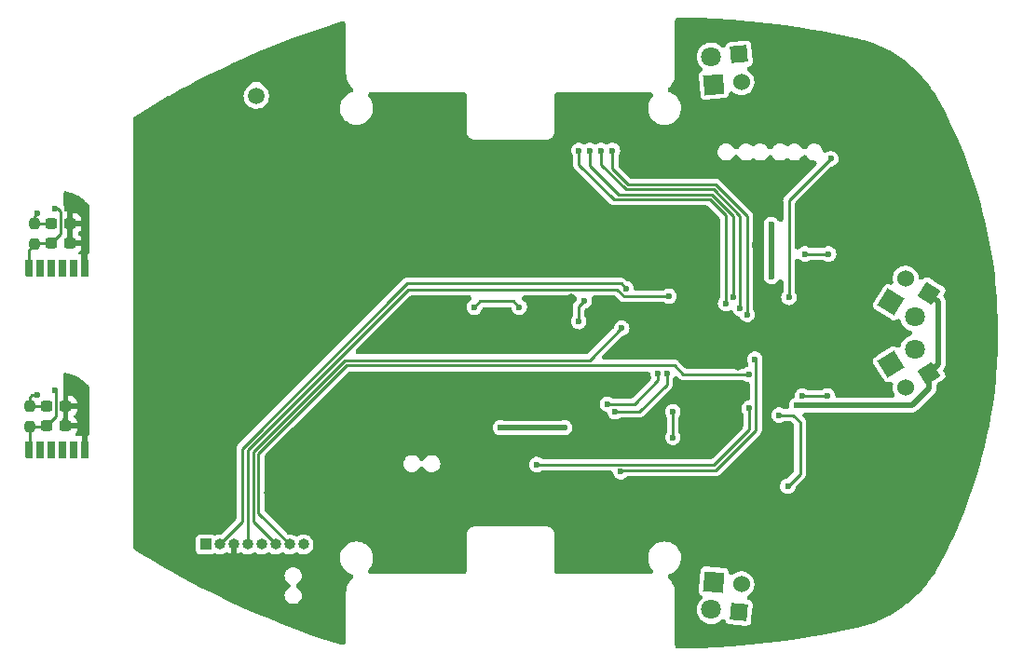
<source format=gbl>
G04 #@! TF.GenerationSoftware,KiCad,Pcbnew,6.0.7-f9a2dced07~116~ubuntu20.04.1*
G04 #@! TF.CreationDate,2022-11-16T16:32:29+09:00*
G04 #@! TF.ProjectId,ocelli,6f63656c-6c69-42e6-9b69-6361645f7063,rev?*
G04 #@! TF.SameCoordinates,Original*
G04 #@! TF.FileFunction,Copper,L2,Bot*
G04 #@! TF.FilePolarity,Positive*
%FSLAX46Y46*%
G04 Gerber Fmt 4.6, Leading zero omitted, Abs format (unit mm)*
G04 Created by KiCad (PCBNEW 6.0.7-f9a2dced07~116~ubuntu20.04.1) date 2022-11-16 16:32:29*
%MOMM*%
%LPD*%
G01*
G04 APERTURE LIST*
G04 Aperture macros list*
%AMRoundRect*
0 Rectangle with rounded corners*
0 $1 Rounding radius*
0 $2 $3 $4 $5 $6 $7 $8 $9 X,Y pos of 4 corners*
0 Add a 4 corners polygon primitive as box body*
4,1,4,$2,$3,$4,$5,$6,$7,$8,$9,$2,$3,0*
0 Add four circle primitives for the rounded corners*
1,1,$1+$1,$2,$3*
1,1,$1+$1,$4,$5*
1,1,$1+$1,$6,$7*
1,1,$1+$1,$8,$9*
0 Add four rect primitives between the rounded corners*
20,1,$1+$1,$2,$3,$4,$5,0*
20,1,$1+$1,$4,$5,$6,$7,0*
20,1,$1+$1,$6,$7,$8,$9,0*
20,1,$1+$1,$8,$9,$2,$3,0*%
%AMRotRect*
0 Rectangle, with rotation*
0 The origin of the aperture is its center*
0 $1 length*
0 $2 width*
0 $3 Rotation angle, in degrees counterclockwise*
0 Add horizontal line*
21,1,$1,$2,0,0,$3*%
%AMOutline5P*
0 Free polygon, 5 corners , with rotation*
0 The origin of the aperture is its center*
0 number of corners: always 5*
0 $1 to $10 corner X, Y*
0 $11 Rotation angle, in degrees counterclockwise*
0 create outline with 5 corners*
4,1,5,$1,$2,$3,$4,$5,$6,$7,$8,$9,$10,$1,$2,$11*%
%AMOutline6P*
0 Free polygon, 6 corners , with rotation*
0 The origin of the aperture is its center*
0 number of corners: always 6*
0 $1 to $12 corner X, Y*
0 $13 Rotation angle, in degrees counterclockwise*
0 create outline with 6 corners*
4,1,6,$1,$2,$3,$4,$5,$6,$7,$8,$9,$10,$11,$12,$1,$2,$13*%
%AMOutline7P*
0 Free polygon, 7 corners , with rotation*
0 The origin of the aperture is its center*
0 number of corners: always 7*
0 $1 to $14 corner X, Y*
0 $15 Rotation angle, in degrees counterclockwise*
0 create outline with 7 corners*
4,1,7,$1,$2,$3,$4,$5,$6,$7,$8,$9,$10,$11,$12,$13,$14,$1,$2,$15*%
%AMOutline8P*
0 Free polygon, 8 corners , with rotation*
0 The origin of the aperture is its center*
0 number of corners: always 8*
0 $1 to $16 corner X, Y*
0 $17 Rotation angle, in degrees counterclockwise*
0 create outline with 8 corners*
4,1,8,$1,$2,$3,$4,$5,$6,$7,$8,$9,$10,$11,$12,$13,$14,$15,$16,$1,$2,$17*%
G04 Aperture macros list end*
G04 #@! TA.AperFunction,ComponentPad*
%ADD10C,1.500000*%
G04 #@! TD*
G04 #@! TA.AperFunction,ComponentPad*
%ADD11RotRect,1.524000X1.524000X31.800000*%
G04 #@! TD*
G04 #@! TA.AperFunction,ComponentPad*
%ADD12C,1.524000*%
G04 #@! TD*
G04 #@! TA.AperFunction,ComponentPad*
%ADD13RotRect,1.800000X1.800000X95.000000*%
G04 #@! TD*
G04 #@! TA.AperFunction,ComponentPad*
%ADD14C,1.800000*%
G04 #@! TD*
G04 #@! TA.AperFunction,ComponentPad*
%ADD15R,1.000000X1.000000*%
G04 #@! TD*
G04 #@! TA.AperFunction,ComponentPad*
%ADD16O,1.000000X1.000000*%
G04 #@! TD*
G04 #@! TA.AperFunction,ComponentPad*
%ADD17RotRect,1.524000X1.524000X95.000000*%
G04 #@! TD*
G04 #@! TA.AperFunction,ComponentPad*
%ADD18RotRect,1.800000X1.800000X85.000000*%
G04 #@! TD*
G04 #@! TA.AperFunction,ComponentPad*
%ADD19RotRect,1.524000X1.524000X85.000000*%
G04 #@! TD*
G04 #@! TA.AperFunction,ComponentPad*
%ADD20RotRect,1.800000X1.800000X148.200000*%
G04 #@! TD*
G04 #@! TA.AperFunction,ComponentPad*
%ADD21RotRect,1.800000X1.800000X31.800000*%
G04 #@! TD*
G04 #@! TA.AperFunction,ComponentPad*
%ADD22RotRect,1.524000X1.524000X148.200000*%
G04 #@! TD*
G04 #@! TA.AperFunction,SMDPad,CuDef*
%ADD23RoundRect,0.237500X-0.300000X-0.237500X0.300000X-0.237500X0.300000X0.237500X-0.300000X0.237500X0*%
G04 #@! TD*
G04 #@! TA.AperFunction,SMDPad,CuDef*
%ADD24RoundRect,0.237500X-0.237500X0.250000X-0.237500X-0.250000X0.237500X-0.250000X0.237500X0.250000X0*%
G04 #@! TD*
G04 #@! TA.AperFunction,SMDPad,CuDef*
%ADD25RoundRect,0.237500X0.300000X0.237500X-0.300000X0.237500X-0.300000X-0.237500X0.300000X-0.237500X0*%
G04 #@! TD*
G04 #@! TA.AperFunction,SMDPad,CuDef*
%ADD26Outline5P,-0.350000X0.750000X0.350000X0.750000X0.350000X-0.750000X-0.210000X-0.750000X-0.350000X-0.610000X0.000000*%
G04 #@! TD*
G04 #@! TA.AperFunction,SMDPad,CuDef*
%ADD27R,0.700000X1.500000*%
G04 #@! TD*
G04 #@! TA.AperFunction,ViaPad*
%ADD28C,0.800000*%
G04 #@! TD*
G04 #@! TA.AperFunction,ViaPad*
%ADD29C,0.600000*%
G04 #@! TD*
G04 #@! TA.AperFunction,Conductor*
%ADD30C,1.500000*%
G04 #@! TD*
G04 #@! TA.AperFunction,Conductor*
%ADD31C,0.250000*%
G04 #@! TD*
G04 #@! TA.AperFunction,Conductor*
%ADD32C,0.500000*%
G04 #@! TD*
G04 APERTURE END LIST*
D10*
X120900000Y-78900000D03*
X120900000Y-76900000D03*
D11*
X182055454Y-104088860D03*
D12*
X179896727Y-105427328D03*
D13*
X162453152Y-77860171D03*
D14*
X162231776Y-75329836D03*
D15*
X116300000Y-119650000D03*
D16*
X117570000Y-119650000D03*
X118840000Y-119650000D03*
X120110000Y-119650000D03*
X121380000Y-119650000D03*
X122650000Y-119650000D03*
X123920000Y-119650000D03*
X125190000Y-119650000D03*
D17*
X164762111Y-75108461D03*
D12*
X164983487Y-77638796D03*
D18*
X162452281Y-123049792D03*
D14*
X162230905Y-125580127D03*
D19*
X164761240Y-125801503D03*
D12*
X164982616Y-123271168D03*
D20*
X178566759Y-97636671D03*
D14*
X180725486Y-98975139D03*
D21*
X178558260Y-103268599D03*
D14*
X180716987Y-101930131D03*
D22*
X182063955Y-96816412D03*
D12*
X179905228Y-95477944D03*
D23*
X101837500Y-108900000D03*
X103562500Y-108900000D03*
D24*
X100700000Y-90487500D03*
X100700000Y-92312500D03*
D23*
X102237500Y-92300000D03*
X103962500Y-92300000D03*
D24*
X100300000Y-107087500D03*
X100300000Y-108912500D03*
D25*
X103562500Y-107100000D03*
X101837500Y-107100000D03*
D26*
X100210000Y-111050000D03*
D27*
X101226000Y-111050000D03*
X102242000Y-111050000D03*
X103258000Y-111050000D03*
X104274000Y-111050000D03*
X105290000Y-111050000D03*
D25*
X103962500Y-90500000D03*
X102237500Y-90500000D03*
D26*
X100210000Y-94550000D03*
D27*
X101226000Y-94550000D03*
X102242000Y-94550000D03*
X103258000Y-94550000D03*
X104274000Y-94550000D03*
X105290000Y-94550000D03*
D28*
X130600000Y-101950000D03*
D29*
X153400000Y-91500000D03*
D28*
X167450000Y-105150000D03*
X152100000Y-100150000D03*
X121350000Y-102600000D03*
X122950000Y-117300000D03*
X127050000Y-87150000D03*
X111150000Y-96600000D03*
X131350000Y-107300000D03*
X174150000Y-115150000D03*
X148650000Y-104950000D03*
D29*
X142200000Y-98400000D03*
X153400000Y-90800000D03*
D28*
X170550000Y-83050000D03*
X172300000Y-115150000D03*
X132750000Y-101950000D03*
X143950000Y-107950000D03*
X181000000Y-94300000D03*
X119100000Y-87050000D03*
X166450000Y-124450000D03*
X114150000Y-87250000D03*
X140000000Y-101900000D03*
X129850000Y-87150000D03*
X124000000Y-105200000D03*
X130700000Y-98500000D03*
X117350000Y-121500000D03*
X113600000Y-118500000D03*
X148100000Y-88950000D03*
X116150000Y-102600000D03*
X173050000Y-101050000D03*
X118764000Y-100330000D03*
X164700000Y-103450000D03*
X142350000Y-116700000D03*
X143050000Y-111200000D03*
D29*
X172150000Y-98000000D03*
D28*
X129200000Y-100050000D03*
X122950000Y-94450000D03*
D29*
X153400000Y-92200000D03*
D28*
X116200000Y-98100000D03*
X122000000Y-114950000D03*
D29*
X154275500Y-117050000D03*
X143400000Y-104250000D03*
D28*
X179800000Y-108900000D03*
X121350000Y-98050000D03*
X146950000Y-111400000D03*
X149650000Y-93550000D03*
X137900000Y-111150000D03*
X145450000Y-106850000D03*
X148050000Y-83850000D03*
X132750000Y-104350000D03*
X126300000Y-107550000D03*
X118650000Y-114950000D03*
X113550000Y-105750000D03*
D29*
X166200000Y-92400000D03*
D28*
X122750000Y-97200000D03*
X175650000Y-84100000D03*
X163100000Y-114300000D03*
X149550000Y-97300000D03*
X161800000Y-81750000D03*
X138100000Y-101900000D03*
X176350000Y-102700000D03*
D29*
X167700000Y-90575500D03*
X167700000Y-95300000D03*
X144799500Y-98094116D03*
X140700000Y-98100000D03*
X148900000Y-109050000D03*
X143100000Y-109050000D03*
X103700000Y-105550000D03*
X101000000Y-106100000D03*
X103725000Y-89175000D03*
X101000000Y-89550000D03*
X102564977Y-105662642D03*
X100210000Y-110600000D03*
X102580226Y-89148830D03*
X100210000Y-94100000D03*
X170000000Y-107000000D03*
X153264000Y-83850000D03*
X165500000Y-98750000D03*
X164850000Y-98200000D03*
X152248000Y-83850000D03*
X166202723Y-102825500D03*
X151232000Y-83850000D03*
X154000000Y-113050000D03*
X164200000Y-97150000D03*
X150216000Y-83850000D03*
X163550000Y-97750000D03*
X158750000Y-107600000D03*
X158750000Y-109924500D03*
X101250000Y-110600000D03*
X102250000Y-110600000D03*
X103258000Y-110600000D03*
X104300000Y-110600000D03*
X101226000Y-94100000D03*
X102242000Y-94100000D03*
X103269437Y-94100000D03*
X104274000Y-94100000D03*
X154500000Y-96400000D03*
X158400000Y-97100000D03*
X154100000Y-100000000D03*
X165675000Y-104200000D03*
X146400000Y-112400000D03*
X165674500Y-107275500D03*
X170525500Y-106150000D03*
X172800000Y-106150000D03*
X172900000Y-93250000D03*
X170750000Y-93250000D03*
X168400000Y-107900000D03*
X169200000Y-114350000D03*
X173100000Y-84600000D03*
X169300000Y-97200000D03*
X152800000Y-106900000D03*
X157400497Y-104100000D03*
X153500000Y-107600000D03*
X158200000Y-104100000D03*
X150200000Y-99400000D03*
X150700000Y-97500000D03*
D30*
X120900000Y-76900000D02*
X119400000Y-76900000D01*
X120900000Y-76900000D02*
X120900000Y-75950000D01*
X120900000Y-76900000D02*
X122350000Y-76900000D01*
D31*
X141250000Y-97550000D02*
X144255384Y-97550000D01*
D32*
X167700000Y-90575500D02*
X167700000Y-95300000D01*
D31*
X140700000Y-98100000D02*
X141250000Y-97550000D01*
X144255384Y-97550000D02*
X144799500Y-98094116D01*
D32*
X148900000Y-109050000D02*
X143100000Y-109050000D01*
D31*
X104600000Y-108900000D02*
X105175000Y-109475000D01*
X105175000Y-109475000D02*
X105175000Y-110800000D01*
X103562500Y-108900000D02*
X104600000Y-108900000D01*
X100500000Y-106100000D02*
X100300000Y-106300000D01*
X100300000Y-106300000D02*
X100300000Y-107087500D01*
X101000000Y-106100000D02*
X100500000Y-106100000D01*
X100312500Y-107100000D02*
X100300000Y-107087500D01*
X101837500Y-107100000D02*
X100312500Y-107100000D01*
X105100000Y-92550000D02*
X105100000Y-94300000D01*
X103962500Y-92300000D02*
X104850000Y-92300000D01*
X104850000Y-92300000D02*
X105100000Y-92550000D01*
X100712500Y-90500000D02*
X100700000Y-90487500D01*
X102237500Y-90500000D02*
X100712500Y-90500000D01*
X100700000Y-89850000D02*
X100700000Y-90487500D01*
X101000000Y-89550000D02*
X100700000Y-89850000D01*
X102700000Y-108037500D02*
X101837500Y-108900000D01*
X102564977Y-105662642D02*
X102700000Y-105797665D01*
X101825000Y-108912500D02*
X101837500Y-108900000D01*
X100300000Y-110510000D02*
X100300000Y-108912500D01*
X100300000Y-108912500D02*
X101825000Y-108912500D01*
X100210000Y-110600000D02*
X100300000Y-110510000D01*
X102700000Y-105797665D02*
X102700000Y-108037500D01*
X100210000Y-94100000D02*
X100210000Y-92890000D01*
X102580226Y-89148830D02*
X102848830Y-89148830D01*
X100700000Y-92400000D02*
X100700000Y-92312500D01*
X102848830Y-89148830D02*
X103100000Y-89400000D01*
X103100000Y-91437500D02*
X102237500Y-92300000D01*
X100210000Y-92890000D02*
X100700000Y-92400000D01*
X100712500Y-92300000D02*
X100700000Y-92312500D01*
X101837500Y-92300000D02*
X100712500Y-92300000D01*
X103100000Y-89400000D02*
X103100000Y-91437500D01*
D32*
X170000000Y-107000000D02*
X180500000Y-107000000D01*
X182880000Y-97632457D02*
X182063955Y-96816412D01*
X182880000Y-103264314D02*
X182880000Y-97632457D01*
X180500000Y-107000000D02*
X182055454Y-105444546D01*
X182055454Y-105444546D02*
X182055454Y-104088860D01*
X182055454Y-104088860D02*
X182880000Y-103264314D01*
D31*
X154700000Y-86950000D02*
X153264000Y-85514000D01*
X162650000Y-86950000D02*
X154700000Y-86950000D01*
X165500000Y-98750000D02*
X165500000Y-89800000D01*
X153264000Y-85514000D02*
X153264000Y-83850000D01*
X165500000Y-89800000D02*
X162650000Y-86950000D01*
X162463604Y-87400000D02*
X154500000Y-87400000D01*
X164850000Y-89786396D02*
X162463604Y-87400000D01*
X154500000Y-87400000D02*
X152248000Y-85148000D01*
X152248000Y-85148000D02*
X152248000Y-83850000D01*
X164850000Y-98200000D02*
X164850000Y-89786396D01*
X153850000Y-87850000D02*
X151232000Y-85232000D01*
X154150000Y-112900000D02*
X154000000Y-113050000D01*
X166202723Y-102825500D02*
X166299500Y-102922277D01*
X164200000Y-89772792D02*
X162277208Y-87850000D01*
X166299500Y-102922277D02*
X166299500Y-109275500D01*
X164200000Y-97150000D02*
X164200000Y-89772792D01*
X166299500Y-109275500D02*
X162675000Y-112900000D01*
X151232000Y-85232000D02*
X151232000Y-83850000D01*
X162675000Y-112900000D02*
X154150000Y-112900000D01*
X162277208Y-87850000D02*
X153850000Y-87850000D01*
X150216000Y-85116000D02*
X150216000Y-83850000D01*
X163550000Y-89759188D02*
X162090812Y-88300000D01*
X162090812Y-88300000D02*
X153400000Y-88300000D01*
X163550000Y-97750000D02*
X163550000Y-89759188D01*
X153400000Y-88300000D02*
X150216000Y-85116000D01*
X158750000Y-109924500D02*
X158750000Y-107600000D01*
X134613604Y-95950000D02*
X119600000Y-110963604D01*
X154050000Y-95950000D02*
X134613604Y-95950000D01*
X119600000Y-110963604D02*
X119600000Y-117600000D01*
X117570000Y-119630000D02*
X117570000Y-119650000D01*
X154500000Y-96400000D02*
X154050000Y-95950000D01*
X119600000Y-117600000D02*
X117570000Y-119630000D01*
X120100000Y-111100000D02*
X120100000Y-119640000D01*
X120100000Y-119640000D02*
X120110000Y-119650000D01*
X134700000Y-96500000D02*
X120100000Y-111100000D01*
X154300000Y-97100000D02*
X153700000Y-96500000D01*
X153700000Y-96500000D02*
X134700000Y-96500000D01*
X158400000Y-97100000D02*
X154300000Y-97100000D01*
X120600000Y-111236396D02*
X120600000Y-117600000D01*
X154100000Y-100000000D02*
X151200000Y-102900000D01*
X120600000Y-117600000D02*
X122650000Y-119650000D01*
X128936396Y-102900000D02*
X120600000Y-111236396D01*
X151200000Y-102900000D02*
X128936396Y-102900000D01*
X121100000Y-111372792D02*
X121100000Y-116830000D01*
X165675000Y-104200000D02*
X159700000Y-104200000D01*
X158900000Y-103400000D02*
X129072792Y-103400000D01*
X129072792Y-103400000D02*
X121100000Y-111372792D01*
X121100000Y-116830000D02*
X123920000Y-119650000D01*
X159700000Y-104200000D02*
X158900000Y-103400000D01*
X162500000Y-112400000D02*
X146400000Y-112400000D01*
X165674500Y-107275500D02*
X165674500Y-109225500D01*
X165674500Y-109225500D02*
X162500000Y-112400000D01*
X172800000Y-106150000D02*
X170525500Y-106150000D01*
X170750000Y-93250000D02*
X172900000Y-93250000D01*
X170300000Y-113250000D02*
X170300000Y-108500000D01*
X169700000Y-107900000D02*
X168400000Y-107900000D01*
X169200000Y-114350000D02*
X170300000Y-113250000D01*
X170300000Y-108500000D02*
X169700000Y-107900000D01*
X169300000Y-88400000D02*
X173100000Y-84600000D01*
X169300000Y-97200000D02*
X169300000Y-88400000D01*
X157400497Y-104100000D02*
X157400497Y-104741955D01*
X155242452Y-106900000D02*
X152800000Y-106900000D01*
X157400497Y-104741955D02*
X155242452Y-106900000D01*
X155700000Y-107600000D02*
X153500000Y-107600000D01*
X158200000Y-104100000D02*
X158200000Y-105100000D01*
X158200000Y-105100000D02*
X155700000Y-107600000D01*
X150700000Y-97500000D02*
X150200000Y-98000000D01*
X150200000Y-98000000D02*
X150200000Y-99400000D01*
G04 #@! TA.AperFunction,Conductor*
G36*
X103670769Y-87582864D02*
G01*
X103682159Y-87585559D01*
X103787563Y-87615730D01*
X104030287Y-87685208D01*
X104041372Y-87688946D01*
X104139564Y-87727225D01*
X104378769Y-87820478D01*
X104389465Y-87825232D01*
X104713177Y-87987493D01*
X104723386Y-87993218D01*
X105030660Y-88184828D01*
X105040292Y-88191475D01*
X105328456Y-88410770D01*
X105337421Y-88418275D01*
X105430656Y-88503996D01*
X105603996Y-88663368D01*
X105612232Y-88671678D01*
X105667020Y-88732356D01*
X105697825Y-88796320D01*
X105699500Y-88816796D01*
X105699500Y-88991281D01*
X105699498Y-88991941D01*
X105699031Y-89081105D01*
X105699722Y-89083984D01*
X105700000Y-89088802D01*
X105700000Y-93166000D01*
X105679998Y-93234121D01*
X105626342Y-93280614D01*
X105574000Y-93292000D01*
X105562115Y-93292000D01*
X105546876Y-93296475D01*
X105545671Y-93297865D01*
X105544000Y-93305548D01*
X105544000Y-94473500D01*
X105523998Y-94541621D01*
X105470342Y-94588114D01*
X105418000Y-94599500D01*
X105258500Y-94599500D01*
X105190379Y-94579498D01*
X105143886Y-94525842D01*
X105132500Y-94473500D01*
X105132500Y-93751866D01*
X105125745Y-93689684D01*
X105074615Y-93553295D01*
X105061173Y-93535359D01*
X105036326Y-93468856D01*
X105036000Y-93459796D01*
X105036000Y-93310116D01*
X105031525Y-93294877D01*
X105030135Y-93293672D01*
X105022452Y-93292001D01*
X104895331Y-93292001D01*
X104888520Y-93292370D01*
X104877898Y-93293524D01*
X104808016Y-93280997D01*
X104755999Y-93232677D01*
X104738364Y-93163905D01*
X104760709Y-93096516D01*
X104775116Y-93079244D01*
X104846359Y-93007876D01*
X104855375Y-92996460D01*
X104938912Y-92860937D01*
X104945056Y-92847759D01*
X104995315Y-92696234D01*
X104998181Y-92682868D01*
X105007672Y-92590230D01*
X105008000Y-92583815D01*
X105008000Y-92572115D01*
X105003525Y-92556876D01*
X105002135Y-92555671D01*
X104994452Y-92554000D01*
X103834500Y-92554000D01*
X103766379Y-92533998D01*
X103719886Y-92480342D01*
X103708500Y-92428000D01*
X103708500Y-92027885D01*
X104216500Y-92027885D01*
X104220975Y-92043124D01*
X104222365Y-92044329D01*
X104230048Y-92046000D01*
X104989885Y-92046000D01*
X105005124Y-92041525D01*
X105006329Y-92040135D01*
X105008000Y-92032452D01*
X105008000Y-92016234D01*
X105007663Y-92009718D01*
X104997925Y-91915868D01*
X104995032Y-91902472D01*
X104944512Y-91751047D01*
X104938347Y-91737885D01*
X104854574Y-91602508D01*
X104845540Y-91591110D01*
X104743506Y-91489253D01*
X104709427Y-91426970D01*
X104714430Y-91356150D01*
X104743351Y-91311062D01*
X104846363Y-91207871D01*
X104855375Y-91196460D01*
X104938912Y-91060937D01*
X104945056Y-91047759D01*
X104995315Y-90896234D01*
X104998181Y-90882868D01*
X105007672Y-90790230D01*
X105008000Y-90783815D01*
X105008000Y-90772115D01*
X105003525Y-90756876D01*
X105002135Y-90755671D01*
X104994452Y-90754000D01*
X104234615Y-90754000D01*
X104219376Y-90758475D01*
X104218171Y-90759865D01*
X104216500Y-90767548D01*
X104216500Y-92027885D01*
X103708500Y-92027885D01*
X103708500Y-91646130D01*
X103712671Y-91616824D01*
X103713181Y-91615645D01*
X103714421Y-91607817D01*
X103714423Y-91607810D01*
X103720099Y-91571976D01*
X103722505Y-91560356D01*
X103731528Y-91525211D01*
X103731528Y-91525210D01*
X103733500Y-91517530D01*
X103733500Y-91497276D01*
X103735051Y-91477565D01*
X103736980Y-91465386D01*
X103738220Y-91457557D01*
X103734059Y-91413538D01*
X103733500Y-91401681D01*
X103733500Y-90227885D01*
X104216500Y-90227885D01*
X104220975Y-90243124D01*
X104222365Y-90244329D01*
X104230048Y-90246000D01*
X104989885Y-90246000D01*
X105005124Y-90241525D01*
X105006329Y-90240135D01*
X105008000Y-90232452D01*
X105008000Y-90216234D01*
X105007663Y-90209718D01*
X104997925Y-90115868D01*
X104995032Y-90102472D01*
X104944512Y-89951047D01*
X104938347Y-89937885D01*
X104854574Y-89802508D01*
X104845540Y-89791110D01*
X104732871Y-89678637D01*
X104721460Y-89669625D01*
X104585937Y-89586088D01*
X104572759Y-89579944D01*
X104421234Y-89529685D01*
X104407868Y-89526819D01*
X104315230Y-89517328D01*
X104308815Y-89517000D01*
X104234615Y-89517000D01*
X104219376Y-89521475D01*
X104218171Y-89522865D01*
X104216500Y-89530548D01*
X104216500Y-90227885D01*
X103733500Y-90227885D01*
X103733500Y-89478767D01*
X103734027Y-89467584D01*
X103735702Y-89460091D01*
X103733562Y-89392014D01*
X103733500Y-89388055D01*
X103733500Y-89360144D01*
X103732995Y-89356144D01*
X103732062Y-89344301D01*
X103730922Y-89308030D01*
X103730673Y-89300111D01*
X103725021Y-89280657D01*
X103721013Y-89261300D01*
X103719468Y-89249070D01*
X103719468Y-89249069D01*
X103718474Y-89241203D01*
X103715555Y-89233830D01*
X103702196Y-89200088D01*
X103698351Y-89188858D01*
X103688229Y-89154017D01*
X103688229Y-89154016D01*
X103686018Y-89146407D01*
X103681985Y-89139588D01*
X103681983Y-89139583D01*
X103675707Y-89128972D01*
X103667012Y-89111224D01*
X103659552Y-89092383D01*
X103654291Y-89085141D01*
X103633564Y-89056613D01*
X103627048Y-89046693D01*
X103608580Y-89015465D01*
X103608578Y-89015462D01*
X103604542Y-89008638D01*
X103590218Y-88994314D01*
X103577383Y-88979287D01*
X103565472Y-88962893D01*
X103558972Y-88957515D01*
X103531408Y-88934713D01*
X103522627Y-88926723D01*
X103436904Y-88840999D01*
X103402879Y-88778687D01*
X103400000Y-88751904D01*
X103400000Y-87683851D01*
X103420002Y-87615730D01*
X103473658Y-87569237D01*
X103549284Y-87560021D01*
X103670769Y-87582864D01*
G37*
G04 #@! TD.AperFunction*
G04 #@! TA.AperFunction,Conductor*
G36*
X103541488Y-104058555D02*
G01*
X103670769Y-104082864D01*
X103682159Y-104085559D01*
X103910489Y-104150917D01*
X104030287Y-104185208D01*
X104041372Y-104188946D01*
X104139564Y-104227225D01*
X104378769Y-104320478D01*
X104389465Y-104325232D01*
X104713177Y-104487493D01*
X104723386Y-104493218D01*
X105030660Y-104684828D01*
X105040292Y-104691475D01*
X105328456Y-104910770D01*
X105337421Y-104918275D01*
X105445678Y-105017808D01*
X105603996Y-105163368D01*
X105612232Y-105171678D01*
X105667020Y-105232356D01*
X105697825Y-105296320D01*
X105699500Y-105316796D01*
X105699500Y-105491281D01*
X105699498Y-105491941D01*
X105699031Y-105581105D01*
X105699722Y-105583984D01*
X105700000Y-105588802D01*
X105700000Y-109666000D01*
X105679998Y-109734121D01*
X105626342Y-109780614D01*
X105574000Y-109792000D01*
X105562115Y-109792000D01*
X105546876Y-109796475D01*
X105545671Y-109797865D01*
X105544000Y-109805548D01*
X105544000Y-110973500D01*
X105523998Y-111041621D01*
X105470342Y-111088114D01*
X105418000Y-111099500D01*
X105258500Y-111099500D01*
X105190379Y-111079498D01*
X105143886Y-111025842D01*
X105132500Y-110973500D01*
X105132500Y-110251866D01*
X105125745Y-110189684D01*
X105074615Y-110053295D01*
X105061173Y-110035359D01*
X105036326Y-109968856D01*
X105036000Y-109959796D01*
X105036000Y-109810116D01*
X105031525Y-109794877D01*
X105030135Y-109793672D01*
X105022452Y-109792001D01*
X104895331Y-109792001D01*
X104888510Y-109792371D01*
X104837648Y-109797895D01*
X104814707Y-109803349D01*
X104814091Y-109800756D01*
X104756142Y-109805002D01*
X104746422Y-109802148D01*
X104741716Y-109801029D01*
X104734316Y-109798255D01*
X104672134Y-109791500D01*
X104560832Y-109791500D01*
X104492711Y-109771498D01*
X104446218Y-109717842D01*
X104436114Y-109647568D01*
X104453572Y-109599384D01*
X104538912Y-109460937D01*
X104545056Y-109447759D01*
X104595315Y-109296234D01*
X104598181Y-109282868D01*
X104607672Y-109190230D01*
X104608000Y-109183815D01*
X104608000Y-109172115D01*
X104603525Y-109156876D01*
X104602135Y-109155671D01*
X104594452Y-109154000D01*
X103434500Y-109154000D01*
X103366379Y-109133998D01*
X103319886Y-109080342D01*
X103308500Y-109028000D01*
X103308500Y-108627885D01*
X103816500Y-108627885D01*
X103820975Y-108643124D01*
X103822365Y-108644329D01*
X103830048Y-108646000D01*
X104589885Y-108646000D01*
X104605124Y-108641525D01*
X104606329Y-108640135D01*
X104608000Y-108632452D01*
X104608000Y-108616234D01*
X104607663Y-108609718D01*
X104597925Y-108515868D01*
X104595032Y-108502472D01*
X104544512Y-108351047D01*
X104538347Y-108337885D01*
X104454574Y-108202508D01*
X104445540Y-108191110D01*
X104343506Y-108089253D01*
X104309427Y-108026970D01*
X104314430Y-107956150D01*
X104343351Y-107911062D01*
X104446363Y-107807871D01*
X104455375Y-107796460D01*
X104538912Y-107660937D01*
X104545056Y-107647759D01*
X104595315Y-107496234D01*
X104598181Y-107482868D01*
X104607672Y-107390230D01*
X104608000Y-107383815D01*
X104608000Y-107372115D01*
X104603525Y-107356876D01*
X104602135Y-107355671D01*
X104594452Y-107354000D01*
X103834615Y-107354000D01*
X103819376Y-107358475D01*
X103818171Y-107359865D01*
X103816500Y-107367548D01*
X103816500Y-108627885D01*
X103308500Y-108627885D01*
X103308500Y-108246130D01*
X103312671Y-108216824D01*
X103313181Y-108215645D01*
X103314421Y-108207817D01*
X103314423Y-108207810D01*
X103320099Y-108171976D01*
X103322505Y-108160356D01*
X103331528Y-108125211D01*
X103331528Y-108125210D01*
X103333500Y-108117530D01*
X103333500Y-108097276D01*
X103335051Y-108077565D01*
X103336980Y-108065386D01*
X103338220Y-108057557D01*
X103334059Y-108013538D01*
X103333500Y-108001681D01*
X103333500Y-106827885D01*
X103816500Y-106827885D01*
X103820975Y-106843124D01*
X103822365Y-106844329D01*
X103830048Y-106846000D01*
X104589885Y-106846000D01*
X104605124Y-106841525D01*
X104606329Y-106840135D01*
X104608000Y-106832452D01*
X104608000Y-106816234D01*
X104607663Y-106809718D01*
X104597925Y-106715868D01*
X104595032Y-106702472D01*
X104544512Y-106551047D01*
X104538347Y-106537885D01*
X104454574Y-106402508D01*
X104445540Y-106391110D01*
X104332871Y-106278637D01*
X104321460Y-106269625D01*
X104185937Y-106186088D01*
X104172759Y-106179944D01*
X104021234Y-106129685D01*
X104007868Y-106126819D01*
X103915230Y-106117328D01*
X103908815Y-106117000D01*
X103834615Y-106117000D01*
X103819376Y-106121475D01*
X103818171Y-106122865D01*
X103816500Y-106130548D01*
X103816500Y-106827885D01*
X103333500Y-106827885D01*
X103333500Y-105939524D01*
X103341712Y-105894780D01*
X103350532Y-105871562D01*
X103350533Y-105871560D01*
X103353032Y-105864980D01*
X103361800Y-105802593D01*
X103377725Y-105689281D01*
X103377725Y-105689278D01*
X103378276Y-105685359D01*
X103378593Y-105662642D01*
X103358374Y-105482387D01*
X103356059Y-105475739D01*
X103354497Y-105468864D01*
X103355351Y-105468670D01*
X103350000Y-105437027D01*
X103350000Y-104174449D01*
X103370002Y-104106328D01*
X103423658Y-104059835D01*
X103499284Y-104050619D01*
X103541488Y-104058555D01*
G37*
G04 #@! TD.AperFunction*
G04 #@! TA.AperFunction,Conductor*
G36*
X160876802Y-71794238D02*
G01*
X160881922Y-71794408D01*
X161280746Y-71811778D01*
X162507089Y-71865189D01*
X162512155Y-71865462D01*
X164135605Y-71969675D01*
X164140655Y-71970052D01*
X164872263Y-72032155D01*
X165761551Y-72107643D01*
X165766652Y-72108129D01*
X167384354Y-72279042D01*
X167389444Y-72279633D01*
X169003256Y-72483794D01*
X169008332Y-72484489D01*
X170617656Y-72721822D01*
X170622717Y-72722622D01*
X171361909Y-72847225D01*
X172226819Y-72993020D01*
X172231788Y-72993910D01*
X173755843Y-73283185D01*
X173829966Y-73297254D01*
X173834990Y-73298261D01*
X175369995Y-73622474D01*
X175403760Y-73632137D01*
X175405552Y-73632789D01*
X175420775Y-73638335D01*
X175435698Y-73639960D01*
X175435704Y-73639962D01*
X175441918Y-73640639D01*
X175475805Y-73646725D01*
X176045678Y-73790353D01*
X176059313Y-73794205D01*
X176659298Y-73982306D01*
X176672691Y-73986927D01*
X176966853Y-74097889D01*
X177261021Y-74208853D01*
X177274118Y-74214224D01*
X177848869Y-74469254D01*
X177861634Y-74475359D01*
X178420956Y-74762670D01*
X178433369Y-74769499D01*
X178975424Y-75088145D01*
X178987429Y-75095670D01*
X179510475Y-75444626D01*
X179522033Y-75452821D01*
X179695224Y-75583189D01*
X179967156Y-75787884D01*
X180024405Y-75830978D01*
X180035474Y-75839815D01*
X180515516Y-76245926D01*
X180526064Y-76255377D01*
X180939120Y-76647236D01*
X180982227Y-76688131D01*
X180992222Y-76698168D01*
X181134898Y-76849849D01*
X181423047Y-77156184D01*
X181432444Y-77166761D01*
X181836538Y-77648560D01*
X181845302Y-77659636D01*
X182205031Y-78141782D01*
X182221316Y-78163609D01*
X182229457Y-78175194D01*
X182574132Y-78696612D01*
X182576196Y-78699735D01*
X182583665Y-78711764D01*
X182861776Y-79189504D01*
X182874353Y-79211109D01*
X182886616Y-79236658D01*
X182890126Y-79243267D01*
X182895526Y-79257278D01*
X182907611Y-79274618D01*
X182910622Y-79278938D01*
X182926734Y-79305432D01*
X183506626Y-80408356D01*
X183509930Y-80414871D01*
X184077503Y-81575819D01*
X184080608Y-81582415D01*
X184613884Y-82759510D01*
X184616779Y-82766159D01*
X185115304Y-83958405D01*
X185118023Y-83965184D01*
X185581363Y-85171544D01*
X185583881Y-85178401D01*
X186011610Y-86397757D01*
X186013924Y-86404674D01*
X186071859Y-86586766D01*
X186405731Y-87636143D01*
X186407843Y-87643136D01*
X186746172Y-88825500D01*
X186763344Y-88885513D01*
X186765246Y-88892550D01*
X187046269Y-89996060D01*
X187084156Y-90144832D01*
X187085855Y-90151937D01*
X187367891Y-91413021D01*
X187369381Y-91420172D01*
X187611846Y-92676242D01*
X187614312Y-92689019D01*
X187615588Y-92696194D01*
X187677166Y-93074513D01*
X187823195Y-93971689D01*
X187824262Y-93978915D01*
X187994357Y-95259871D01*
X187995213Y-95267125D01*
X188053797Y-95835668D01*
X188126835Y-96544490D01*
X188127670Y-96552597D01*
X188128310Y-96559850D01*
X188179096Y-97251066D01*
X188223003Y-97848659D01*
X188223431Y-97855951D01*
X188241960Y-98276750D01*
X188278813Y-99113668D01*
X188280278Y-99146946D01*
X188280491Y-99154229D01*
X188286776Y-99582634D01*
X188299446Y-100446348D01*
X188299446Y-100453652D01*
X188290945Y-101033143D01*
X188281113Y-101703439D01*
X188280492Y-101745752D01*
X188280279Y-101753035D01*
X188258569Y-102246060D01*
X188223431Y-103044049D01*
X188223003Y-103051341D01*
X188200203Y-103361661D01*
X188131288Y-104299629D01*
X188128312Y-104340127D01*
X188127672Y-104347380D01*
X188086757Y-104744454D01*
X187995213Y-105632875D01*
X187994357Y-105640129D01*
X187824262Y-106921085D01*
X187823195Y-106928311D01*
X187705627Y-107650623D01*
X187617104Y-108194496D01*
X187615591Y-108203789D01*
X187614315Y-108210964D01*
X187487466Y-108868097D01*
X187369381Y-109479828D01*
X187367891Y-109486979D01*
X187085855Y-110748063D01*
X187084157Y-110755166D01*
X186782394Y-111940117D01*
X186765250Y-112007436D01*
X186763348Y-112014473D01*
X186676130Y-112319275D01*
X186407843Y-113256864D01*
X186405731Y-113263857D01*
X186013927Y-114495316D01*
X186011613Y-114502233D01*
X185860735Y-114932353D01*
X185583881Y-115721599D01*
X185581363Y-115728456D01*
X185118023Y-116934816D01*
X185115304Y-116941595D01*
X184616779Y-118133841D01*
X184613884Y-118140490D01*
X184101980Y-119270411D01*
X184080614Y-119317573D01*
X184077503Y-119324181D01*
X183509930Y-120485129D01*
X183506626Y-120491644D01*
X182931329Y-121585829D01*
X182915096Y-121611903D01*
X182913899Y-121614226D01*
X182902594Y-121629744D01*
X182902593Y-121629747D01*
X182893006Y-121653153D01*
X182892185Y-121654184D01*
X182879312Y-121680301D01*
X182583630Y-122188236D01*
X182576174Y-122200245D01*
X182229430Y-122724804D01*
X182221310Y-122736361D01*
X181948666Y-123101793D01*
X181845288Y-123240353D01*
X181836496Y-123251463D01*
X181432441Y-123733222D01*
X181423031Y-123743815D01*
X180992220Y-124201821D01*
X180982223Y-124211861D01*
X180526051Y-124644629D01*
X180515498Y-124654084D01*
X180035461Y-125060194D01*
X180024404Y-125069021D01*
X179522030Y-125447182D01*
X179510493Y-125455363D01*
X178987412Y-125804344D01*
X178975421Y-125811860D01*
X178433360Y-126130510D01*
X178420947Y-126137340D01*
X177861634Y-126424645D01*
X177848852Y-126430757D01*
X177274120Y-126685778D01*
X177261010Y-126691154D01*
X176725797Y-126893043D01*
X176672694Y-126913074D01*
X176659305Y-126917694D01*
X176059322Y-127105792D01*
X176045707Y-127109639D01*
X175587486Y-127225126D01*
X175485184Y-127250909D01*
X175467493Y-127253895D01*
X175458603Y-127256409D01*
X175435207Y-127258462D01*
X175435205Y-127258463D01*
X175435202Y-127258463D01*
X175415810Y-127265070D01*
X175415806Y-127265071D01*
X175408501Y-127267560D01*
X175379654Y-127275490D01*
X173834991Y-127601742D01*
X173829965Y-127602749D01*
X172231789Y-127906093D01*
X172226820Y-127906983D01*
X171438753Y-128039825D01*
X170622717Y-128177381D01*
X170617656Y-128178181D01*
X169008327Y-128415514D01*
X169003250Y-128416209D01*
X167389449Y-128620367D01*
X167384360Y-128620958D01*
X165766653Y-128791872D01*
X165761552Y-128792358D01*
X164872232Y-128867849D01*
X164140655Y-128929949D01*
X164135605Y-128930326D01*
X162512155Y-129034538D01*
X162507089Y-129034811D01*
X161402305Y-129082928D01*
X160881922Y-129105592D01*
X160876802Y-129105762D01*
X160049182Y-129124758D01*
X159308405Y-129141760D01*
X159273319Y-129140087D01*
X159255313Y-129137948D01*
X159255307Y-129137948D01*
X159251177Y-129138457D01*
X159201826Y-129136374D01*
X159193853Y-129135204D01*
X159118935Y-129111697D01*
X159105552Y-129105027D01*
X159041672Y-129059354D01*
X159031032Y-129048848D01*
X158984556Y-128985559D01*
X158977715Y-128972259D01*
X158953259Y-128897649D01*
X158951184Y-128884655D01*
X158949089Y-128856401D01*
X158949798Y-128851010D01*
X158946197Y-128818413D01*
X158944691Y-128791072D01*
X158944691Y-125580127D01*
X160925437Y-125580127D01*
X160945270Y-125806819D01*
X161004166Y-126026623D01*
X161100337Y-126232861D01*
X161230858Y-126419266D01*
X161391766Y-126580174D01*
X161413393Y-126595317D01*
X161567266Y-126703059D01*
X161578171Y-126710695D01*
X161784409Y-126806866D01*
X162004213Y-126865762D01*
X162015041Y-126866709D01*
X162015045Y-126866710D01*
X162220069Y-126884647D01*
X162230905Y-126885595D01*
X162241741Y-126884647D01*
X162446765Y-126866710D01*
X162446769Y-126866709D01*
X162457597Y-126865762D01*
X162677401Y-126806866D01*
X162883639Y-126710695D01*
X162894545Y-126703059D01*
X163048417Y-126595317D01*
X163070044Y-126580174D01*
X163137693Y-126512525D01*
X163218475Y-126458549D01*
X163313763Y-126439595D01*
X163409051Y-126458549D01*
X163489833Y-126512525D01*
X163544632Y-126595316D01*
X163588152Y-126703034D01*
X163600748Y-126718045D01*
X163600749Y-126718047D01*
X163650798Y-126777693D01*
X163669700Y-126800219D01*
X163729615Y-126837658D01*
X163760669Y-126857063D01*
X163760671Y-126857064D01*
X163777289Y-126867448D01*
X163796304Y-126872189D01*
X163796306Y-126872190D01*
X163831704Y-126881015D01*
X163869422Y-126890420D01*
X163879172Y-126891273D01*
X165440677Y-127027886D01*
X165440682Y-127027886D01*
X165450420Y-127028738D01*
X165488172Y-127026098D01*
X165525597Y-127023482D01*
X165525599Y-127023482D01*
X165545144Y-127022115D01*
X165563314Y-127014774D01*
X165644600Y-126981933D01*
X165644603Y-126981931D01*
X165662771Y-126974591D01*
X165759956Y-126893043D01*
X165812048Y-126809679D01*
X165816800Y-126802074D01*
X165816801Y-126802072D01*
X165827185Y-126785454D01*
X165850157Y-126693321D01*
X165873663Y-126424645D01*
X165987623Y-125122066D01*
X165987623Y-125122061D01*
X165988475Y-125112323D01*
X165984996Y-125062565D01*
X165983219Y-125037146D01*
X165983219Y-125037144D01*
X165981852Y-125017599D01*
X165942006Y-124918975D01*
X165941670Y-124918143D01*
X165941668Y-124918140D01*
X165934328Y-124899972D01*
X165852780Y-124802787D01*
X165768137Y-124749896D01*
X165761811Y-124745943D01*
X165761809Y-124745942D01*
X165745191Y-124735558D01*
X165726174Y-124730816D01*
X165726173Y-124730816D01*
X165663995Y-124715313D01*
X165576122Y-124673870D01*
X165510799Y-124601954D01*
X165477969Y-124510514D01*
X165482631Y-124413471D01*
X165524074Y-124325598D01*
X165602566Y-124256459D01*
X165633925Y-124238897D01*
X165633931Y-124238893D01*
X165643884Y-124233319D01*
X165808149Y-124096701D01*
X165944767Y-123932436D01*
X166009836Y-123816247D01*
X166043586Y-123755982D01*
X166043587Y-123755980D01*
X166049162Y-123746025D01*
X166068966Y-123687684D01*
X166114168Y-123554524D01*
X166114169Y-123554519D01*
X166117838Y-123543711D01*
X166120624Y-123524500D01*
X166147443Y-123339532D01*
X166147443Y-123339530D01*
X166148496Y-123332269D01*
X166150096Y-123271168D01*
X166130546Y-123058412D01*
X166072552Y-122852781D01*
X166055943Y-122819100D01*
X166009347Y-122724614D01*
X165978056Y-122661161D01*
X165850223Y-122489971D01*
X165768266Y-122414211D01*
X165701715Y-122352692D01*
X165701714Y-122352691D01*
X165693333Y-122344944D01*
X165671820Y-122331370D01*
X165609899Y-122292301D01*
X165512641Y-122230936D01*
X165314198Y-122151765D01*
X165257268Y-122140441D01*
X165115844Y-122112310D01*
X165115840Y-122112310D01*
X165104651Y-122110084D01*
X164997834Y-122108685D01*
X164902429Y-122107436D01*
X164902425Y-122107436D01*
X164891017Y-122107287D01*
X164680450Y-122143469D01*
X164669739Y-122147420D01*
X164669737Y-122147421D01*
X164605816Y-122171003D01*
X164480003Y-122217418D01*
X164296388Y-122326657D01*
X164287807Y-122334182D01*
X164287802Y-122334186D01*
X164260451Y-122358173D01*
X164239594Y-122376464D01*
X164155458Y-122425042D01*
X164059134Y-122437724D01*
X163965289Y-122412579D01*
X163888211Y-122353436D01*
X163839632Y-122269298D01*
X163827023Y-122206623D01*
X163823763Y-122159993D01*
X163823763Y-122159992D01*
X163822396Y-122140441D01*
X163774871Y-122022813D01*
X163762278Y-122007805D01*
X163762276Y-122007802D01*
X163705919Y-121940639D01*
X163705918Y-121940638D01*
X163693323Y-121925628D01*
X163585735Y-121858399D01*
X163566723Y-121853659D01*
X163566721Y-121853658D01*
X163523819Y-121842962D01*
X163493601Y-121835428D01*
X162738364Y-121769354D01*
X161647397Y-121673907D01*
X161647392Y-121673907D01*
X161637654Y-121673055D01*
X161592984Y-121676178D01*
X161562481Y-121678310D01*
X161562480Y-121678310D01*
X161542930Y-121679677D01*
X161425302Y-121727202D01*
X161410294Y-121739795D01*
X161410291Y-121739797D01*
X161348523Y-121791627D01*
X161328117Y-121808750D01*
X161260888Y-121916338D01*
X161237917Y-122008472D01*
X161174234Y-122736379D01*
X161078434Y-123831390D01*
X161075544Y-123864419D01*
X161082166Y-123959143D01*
X161129691Y-124076771D01*
X161142284Y-124091779D01*
X161142286Y-124091782D01*
X161176385Y-124132419D01*
X161211239Y-124173956D01*
X161227857Y-124184340D01*
X161306815Y-124233679D01*
X161377579Y-124300248D01*
X161417482Y-124388830D01*
X161420449Y-124485940D01*
X161386027Y-124576793D01*
X161350934Y-124620912D01*
X161230858Y-124740988D01*
X161100337Y-124927393D01*
X161004166Y-125133631D01*
X160945270Y-125353435D01*
X160944323Y-125364263D01*
X160944322Y-125364267D01*
X160939344Y-125421172D01*
X160925437Y-125580127D01*
X158944691Y-125580127D01*
X158944691Y-124117470D01*
X158947175Y-124082385D01*
X158947974Y-124076771D01*
X158949681Y-124064778D01*
X158949836Y-124050000D01*
X158948635Y-124040076D01*
X158947463Y-124027907D01*
X158946452Y-124013763D01*
X158936468Y-123874171D01*
X158932326Y-123816248D01*
X158932325Y-123816243D01*
X158931691Y-123807374D01*
X158922508Y-123765158D01*
X158881877Y-123578385D01*
X158881877Y-123578384D01*
X158879985Y-123569687D01*
X158874330Y-123554524D01*
X158798086Y-123350108D01*
X158798086Y-123350107D01*
X158794979Y-123341778D01*
X158739596Y-123240353D01*
X158682665Y-123136092D01*
X158682664Y-123136091D01*
X158678403Y-123128287D01*
X158532631Y-122933559D01*
X158360629Y-122761559D01*
X158357794Y-122759437D01*
X158299391Y-122684254D01*
X158273687Y-122590561D01*
X158285795Y-122494164D01*
X158333872Y-122409737D01*
X158410597Y-122350136D01*
X158461390Y-122331301D01*
X158485217Y-122325316D01*
X158711493Y-122226928D01*
X158918661Y-122092905D01*
X159101158Y-121926846D01*
X159254082Y-121733210D01*
X159261451Y-121719862D01*
X159368389Y-121526143D01*
X159373327Y-121517198D01*
X159385275Y-121483460D01*
X159452281Y-121294240D01*
X159452282Y-121294238D01*
X159455691Y-121284610D01*
X159498961Y-121041694D01*
X159499286Y-121015135D01*
X159501850Y-120805198D01*
X159501975Y-120794972D01*
X159464653Y-120551070D01*
X159460614Y-120538712D01*
X159391171Y-120326250D01*
X159391170Y-120326247D01*
X159387997Y-120316540D01*
X159274065Y-120097679D01*
X159125917Y-119900364D01*
X159118537Y-119893312D01*
X159118533Y-119893307D01*
X158954921Y-119736957D01*
X158947532Y-119729896D01*
X158830409Y-119650000D01*
X158752146Y-119596612D01*
X158752142Y-119596610D01*
X158743700Y-119590851D01*
X158519896Y-119486965D01*
X158510061Y-119484238D01*
X158510057Y-119484236D01*
X158291978Y-119423757D01*
X158291974Y-119423756D01*
X158282129Y-119421026D01*
X158149018Y-119406800D01*
X158087297Y-119400204D01*
X158087294Y-119400204D01*
X158080708Y-119399500D01*
X157937446Y-119399500D01*
X157754089Y-119414575D01*
X157514783Y-119474684D01*
X157288507Y-119573072D01*
X157081339Y-119707095D01*
X156898842Y-119873154D01*
X156745918Y-120066790D01*
X156626673Y-120282802D01*
X156623264Y-120292428D01*
X156623262Y-120292433D01*
X156547862Y-120505357D01*
X156544309Y-120515390D01*
X156501039Y-120758306D01*
X156500914Y-120768526D01*
X156500914Y-120768528D01*
X156500591Y-120794972D01*
X156498025Y-121005028D01*
X156535347Y-121248930D01*
X156538521Y-121258641D01*
X156566336Y-121343740D01*
X156612003Y-121483460D01*
X156725935Y-121702321D01*
X156874083Y-121899636D01*
X156881468Y-121906693D01*
X156895896Y-121920481D01*
X156951691Y-122000017D01*
X156972802Y-122094851D01*
X156956015Y-122190545D01*
X156903885Y-122272530D01*
X156824349Y-122328325D01*
X156723866Y-122349500D01*
X148341595Y-122349500D01*
X148309095Y-122347370D01*
X148301369Y-122346353D01*
X148301370Y-122346353D01*
X148286489Y-122344394D01*
X148272692Y-122345917D01*
X148238192Y-122343021D01*
X148225493Y-122341009D01*
X148151415Y-122316940D01*
X148138201Y-122310207D01*
X148075173Y-122264416D01*
X148064684Y-122253927D01*
X148018893Y-122190899D01*
X148012160Y-122177685D01*
X147988090Y-122103605D01*
X147987697Y-122101124D01*
X147985139Y-122066285D01*
X147985107Y-122066287D01*
X147985012Y-122064556D01*
X147984645Y-122059561D01*
X147984660Y-122058155D01*
X147984660Y-122058147D01*
X147984745Y-122050000D01*
X147981403Y-122022383D01*
X147979600Y-121992469D01*
X147979600Y-118759172D01*
X147979603Y-118757868D01*
X147979990Y-118683902D01*
X147980069Y-118668895D01*
X147976566Y-118654302D01*
X147976565Y-118654297D01*
X147973058Y-118639688D01*
X147967983Y-118611484D01*
X147966180Y-118596586D01*
X147964376Y-118581680D01*
X147955523Y-118558250D01*
X147946332Y-118528375D01*
X147943991Y-118518623D01*
X147940488Y-118504032D01*
X147926719Y-118477355D01*
X147915060Y-118451167D01*
X147909752Y-118437119D01*
X147909748Y-118437112D01*
X147904445Y-118423077D01*
X147895943Y-118410707D01*
X147895941Y-118410703D01*
X147890263Y-118402441D01*
X147874205Y-118375611D01*
X147869612Y-118366712D01*
X147869610Y-118366710D01*
X147862725Y-118353369D01*
X147852856Y-118342056D01*
X147852854Y-118342053D01*
X147842988Y-118330744D01*
X147825427Y-118308105D01*
X147808412Y-118283349D01*
X147789711Y-118266687D01*
X147767733Y-118244477D01*
X147751269Y-118225604D01*
X147738985Y-118216971D01*
X147738981Y-118216967D01*
X147726704Y-118208338D01*
X147704243Y-118190536D01*
X147693028Y-118180544D01*
X147693022Y-118180540D01*
X147681821Y-118170560D01*
X147668559Y-118163538D01*
X147668556Y-118163536D01*
X147659688Y-118158840D01*
X147633039Y-118142510D01*
X147624834Y-118136744D01*
X147612553Y-118128113D01*
X147584576Y-118117205D01*
X147558517Y-118105274D01*
X147545244Y-118098246D01*
X147545241Y-118098245D01*
X147531981Y-118091224D01*
X147507704Y-118085126D01*
X147477914Y-118075619D01*
X147468571Y-118071976D01*
X147468569Y-118071976D01*
X147454587Y-118066524D01*
X147427213Y-118062920D01*
X147424813Y-118062604D01*
X147396656Y-118057232D01*
X147391918Y-118056042D01*
X147367541Y-118049919D01*
X147327179Y-118049708D01*
X147326730Y-118049692D01*
X147325274Y-118049500D01*
X147288272Y-118049500D01*
X147286968Y-118049497D01*
X147197995Y-118049031D01*
X147196285Y-118049442D01*
X147195273Y-118049500D01*
X140730072Y-118049500D01*
X140728768Y-118049497D01*
X140639795Y-118049031D01*
X140625202Y-118052534D01*
X140625197Y-118052535D01*
X140610588Y-118056042D01*
X140582385Y-118061117D01*
X140552580Y-118064724D01*
X140529150Y-118073577D01*
X140499280Y-118082767D01*
X140474932Y-118088612D01*
X140461600Y-118095493D01*
X140461598Y-118095494D01*
X140448255Y-118102381D01*
X140422067Y-118114040D01*
X140408019Y-118119348D01*
X140408012Y-118119352D01*
X140393977Y-118124655D01*
X140381607Y-118133157D01*
X140381603Y-118133159D01*
X140373341Y-118138837D01*
X140346511Y-118154895D01*
X140337612Y-118159488D01*
X140337610Y-118159490D01*
X140324269Y-118166375D01*
X140312956Y-118176244D01*
X140312953Y-118176246D01*
X140301644Y-118186112D01*
X140279005Y-118203673D01*
X140254249Y-118220688D01*
X140237587Y-118239389D01*
X140215377Y-118261367D01*
X140196504Y-118277831D01*
X140187871Y-118290115D01*
X140187867Y-118290119D01*
X140179238Y-118302396D01*
X140161436Y-118324857D01*
X140151444Y-118336072D01*
X140151440Y-118336078D01*
X140141460Y-118347279D01*
X140134438Y-118360541D01*
X140134436Y-118360544D01*
X140129740Y-118369412D01*
X140113410Y-118396061D01*
X140099013Y-118416547D01*
X140093562Y-118430528D01*
X140088107Y-118444520D01*
X140076174Y-118470583D01*
X140062124Y-118497119D01*
X140058468Y-118511674D01*
X140056026Y-118521396D01*
X140046519Y-118551186D01*
X140043757Y-118558271D01*
X140037424Y-118574513D01*
X140035465Y-118589394D01*
X140033504Y-118604287D01*
X140028132Y-118632444D01*
X140020819Y-118661559D01*
X140020608Y-118701915D01*
X140020592Y-118702370D01*
X140020400Y-118703826D01*
X140020400Y-118740828D01*
X140020397Y-118742132D01*
X140019931Y-118831105D01*
X140020342Y-118832815D01*
X140020400Y-118833827D01*
X140020400Y-121987505D01*
X140018270Y-122020005D01*
X140015294Y-122042611D01*
X140016817Y-122056408D01*
X140013921Y-122090908D01*
X140012303Y-122101124D01*
X140011910Y-122103605D01*
X139987840Y-122177685D01*
X139981107Y-122190899D01*
X139935316Y-122253927D01*
X139924827Y-122264416D01*
X139861799Y-122310207D01*
X139848585Y-122316940D01*
X139774503Y-122341010D01*
X139761561Y-122343060D01*
X139733696Y-122345106D01*
X139728289Y-122344394D01*
X139704938Y-122346972D01*
X139695661Y-122347996D01*
X139668338Y-122349500D01*
X131278543Y-122349500D01*
X131183255Y-122330546D01*
X131102473Y-122276570D01*
X131048497Y-122195788D01*
X131029543Y-122100500D01*
X131048497Y-122005212D01*
X131095723Y-121931791D01*
X131101158Y-121926846D01*
X131254082Y-121733210D01*
X131261451Y-121719862D01*
X131368389Y-121526143D01*
X131373327Y-121517198D01*
X131385275Y-121483460D01*
X131452281Y-121294240D01*
X131452282Y-121294238D01*
X131455691Y-121284610D01*
X131498961Y-121041694D01*
X131499286Y-121015135D01*
X131501850Y-120805198D01*
X131501975Y-120794972D01*
X131464653Y-120551070D01*
X131460614Y-120538712D01*
X131391171Y-120326250D01*
X131391170Y-120326247D01*
X131387997Y-120316540D01*
X131274065Y-120097679D01*
X131125917Y-119900364D01*
X131118537Y-119893312D01*
X131118533Y-119893307D01*
X130954921Y-119736957D01*
X130947532Y-119729896D01*
X130830409Y-119650000D01*
X130752146Y-119596612D01*
X130752142Y-119596610D01*
X130743700Y-119590851D01*
X130519896Y-119486965D01*
X130510061Y-119484238D01*
X130510057Y-119484236D01*
X130291978Y-119423757D01*
X130291974Y-119423756D01*
X130282129Y-119421026D01*
X130149018Y-119406800D01*
X130087297Y-119400204D01*
X130087294Y-119400204D01*
X130080708Y-119399500D01*
X129937446Y-119399500D01*
X129754089Y-119414575D01*
X129514783Y-119474684D01*
X129288507Y-119573072D01*
X129081339Y-119707095D01*
X128898842Y-119873154D01*
X128745918Y-120066790D01*
X128626673Y-120282802D01*
X128623264Y-120292428D01*
X128623262Y-120292433D01*
X128547862Y-120505357D01*
X128544309Y-120515390D01*
X128501039Y-120758306D01*
X128500914Y-120768526D01*
X128500914Y-120768528D01*
X128500591Y-120794972D01*
X128498025Y-121005028D01*
X128535347Y-121248930D01*
X128538521Y-121258641D01*
X128566336Y-121343740D01*
X128612003Y-121483460D01*
X128725935Y-121702321D01*
X128874083Y-121899636D01*
X128881463Y-121906688D01*
X128881467Y-121906693D01*
X129008127Y-122027731D01*
X129052468Y-122070104D01*
X129097027Y-122100500D01*
X129247854Y-122203388D01*
X129247858Y-122203390D01*
X129256300Y-122209149D01*
X129480104Y-122313035D01*
X129489943Y-122315764D01*
X129489944Y-122315764D01*
X129546217Y-122331370D01*
X129632974Y-122375100D01*
X129696393Y-122448701D01*
X129726818Y-122540969D01*
X129719618Y-122637857D01*
X129675888Y-122724614D01*
X129644193Y-122757961D01*
X129639377Y-122761566D01*
X129467376Y-122933565D01*
X129321605Y-123128292D01*
X129205029Y-123341782D01*
X129201924Y-123350106D01*
X129201922Y-123350111D01*
X129131476Y-123538987D01*
X129120024Y-123569690D01*
X129068318Y-123807375D01*
X129067684Y-123816240D01*
X129067683Y-123816247D01*
X129053557Y-124013763D01*
X129052165Y-124027474D01*
X129052162Y-124027731D01*
X129050203Y-124042611D01*
X129050986Y-124049705D01*
X129050965Y-124050000D01*
X129051019Y-124050000D01*
X129053392Y-124071496D01*
X129053392Y-124071498D01*
X129053805Y-124075236D01*
X129055309Y-124102559D01*
X129055309Y-128444417D01*
X129053178Y-128476923D01*
X129050203Y-128499517D01*
X129051742Y-128513455D01*
X129048872Y-128547872D01*
X129046949Y-128560109D01*
X129023247Y-128633673D01*
X129016608Y-128646823D01*
X128971495Y-128709569D01*
X128961145Y-128720049D01*
X128898945Y-128765953D01*
X128885875Y-128772756D01*
X128812606Y-128797369D01*
X128806084Y-128798477D01*
X128798086Y-128799835D01*
X128720811Y-128800796D01*
X128714155Y-128799835D01*
X128706214Y-128798688D01*
X128680938Y-128792638D01*
X128676081Y-128790410D01*
X128676079Y-128790410D01*
X128676071Y-128790406D01*
X128659272Y-128787188D01*
X128659270Y-128787187D01*
X128648287Y-128785083D01*
X128619340Y-128777713D01*
X127147752Y-128307413D01*
X127142988Y-128305837D01*
X125635737Y-127790441D01*
X125631006Y-127788770D01*
X124764077Y-127472679D01*
X124134394Y-127243090D01*
X124129771Y-127241352D01*
X122991697Y-126800219D01*
X122644454Y-126665623D01*
X122639794Y-126663763D01*
X121612991Y-126241770D01*
X121166361Y-126058215D01*
X121161779Y-126056277D01*
X119700855Y-125421165D01*
X119696290Y-125419125D01*
X118248520Y-124754732D01*
X118243981Y-124752593D01*
X117296703Y-124294552D01*
X123469612Y-124294552D01*
X123487798Y-124467581D01*
X123492284Y-124480758D01*
X123492285Y-124480763D01*
X123511137Y-124536139D01*
X123543867Y-124632281D01*
X123554460Y-124649499D01*
X123627736Y-124768610D01*
X123627739Y-124768613D01*
X123635031Y-124780467D01*
X123671588Y-124817798D01*
X123737358Y-124884959D01*
X123756760Y-124904772D01*
X123903004Y-124999020D01*
X123916082Y-125003780D01*
X123916084Y-125003781D01*
X123928701Y-125008373D01*
X124066493Y-125058525D01*
X124080296Y-125060269D01*
X124080297Y-125060269D01*
X124193103Y-125074520D01*
X124193108Y-125074520D01*
X124200863Y-125075500D01*
X124293746Y-125075500D01*
X124300662Y-125074724D01*
X124300666Y-125074724D01*
X124375283Y-125066354D01*
X124422898Y-125061013D01*
X124436043Y-125056435D01*
X124436045Y-125056435D01*
X124491435Y-125037146D01*
X124587203Y-125003796D01*
X124709474Y-124927393D01*
X124722946Y-124918975D01*
X124722948Y-124918973D01*
X124734748Y-124911600D01*
X124744624Y-124901793D01*
X124848323Y-124798816D01*
X124848326Y-124798812D01*
X124858201Y-124789006D01*
X124881310Y-124752593D01*
X124943969Y-124653857D01*
X124943969Y-124653856D01*
X124951425Y-124642108D01*
X124965724Y-124601954D01*
X125005116Y-124491328D01*
X125005116Y-124491326D01*
X125009788Y-124478207D01*
X125030388Y-124305448D01*
X125012202Y-124132419D01*
X125007716Y-124119242D01*
X125007715Y-124119237D01*
X124960620Y-123980900D01*
X124956133Y-123967719D01*
X124920127Y-123909191D01*
X124872264Y-123831390D01*
X124872261Y-123831387D01*
X124864969Y-123819533D01*
X124743240Y-123695228D01*
X124731539Y-123687687D01*
X124731535Y-123687684D01*
X124609072Y-123608762D01*
X124539243Y-123541212D01*
X124500580Y-123452081D01*
X124498970Y-123354939D01*
X124534656Y-123264576D01*
X124602206Y-123194747D01*
X124612007Y-123188297D01*
X124722946Y-123118975D01*
X124722948Y-123118973D01*
X124734748Y-123111600D01*
X124828989Y-123018015D01*
X124848323Y-122998816D01*
X124848326Y-122998812D01*
X124858201Y-122989006D01*
X124888872Y-122940677D01*
X124943969Y-122853857D01*
X124943969Y-122853856D01*
X124951425Y-122842108D01*
X124977868Y-122767850D01*
X125005116Y-122691328D01*
X125005116Y-122691326D01*
X125009788Y-122678207D01*
X125030388Y-122505448D01*
X125028762Y-122489971D01*
X125020328Y-122409737D01*
X125012202Y-122332419D01*
X125007716Y-122319242D01*
X125007715Y-122319237D01*
X124967211Y-122200259D01*
X124956133Y-122167719D01*
X124911305Y-122094851D01*
X124872264Y-122031390D01*
X124872261Y-122031387D01*
X124864969Y-122019533D01*
X124762841Y-121915244D01*
X124752981Y-121905175D01*
X124752980Y-121905174D01*
X124743240Y-121895228D01*
X124596996Y-121800980D01*
X124583918Y-121796220D01*
X124583916Y-121796219D01*
X124532231Y-121777408D01*
X124433507Y-121741475D01*
X124419704Y-121739731D01*
X124419703Y-121739731D01*
X124306897Y-121725480D01*
X124306892Y-121725480D01*
X124299137Y-121724500D01*
X124206254Y-121724500D01*
X124199338Y-121725276D01*
X124199334Y-121725276D01*
X124128604Y-121733210D01*
X124077102Y-121738987D01*
X124063957Y-121743565D01*
X124063955Y-121743565D01*
X124056291Y-121746234D01*
X123912797Y-121796204D01*
X123850025Y-121835428D01*
X123777054Y-121881025D01*
X123777052Y-121881027D01*
X123765252Y-121888400D01*
X123755377Y-121898206D01*
X123755376Y-121898207D01*
X123651677Y-122001184D01*
X123651674Y-122001188D01*
X123641799Y-122010994D01*
X123634342Y-122022745D01*
X123634340Y-122022747D01*
X123591079Y-122090916D01*
X123548575Y-122157892D01*
X123543907Y-122171000D01*
X123543906Y-122171003D01*
X123500598Y-122292625D01*
X123490212Y-122321793D01*
X123469612Y-122494552D01*
X123471067Y-122508396D01*
X123471067Y-122508398D01*
X123477448Y-122569107D01*
X123487798Y-122667581D01*
X123492284Y-122680758D01*
X123492285Y-122680763D01*
X123519791Y-122761559D01*
X123543867Y-122832281D01*
X123579873Y-122890809D01*
X123627736Y-122968610D01*
X123627739Y-122968613D01*
X123635031Y-122980467D01*
X123756760Y-123104772D01*
X123768461Y-123112313D01*
X123768465Y-123112316D01*
X123890928Y-123191238D01*
X123960757Y-123258788D01*
X123999420Y-123347919D01*
X124001030Y-123445061D01*
X123965344Y-123535424D01*
X123897794Y-123605253D01*
X123887993Y-123611703D01*
X123777054Y-123681025D01*
X123777052Y-123681027D01*
X123765252Y-123688400D01*
X123755377Y-123698206D01*
X123755376Y-123698207D01*
X123651677Y-123801184D01*
X123651674Y-123801188D01*
X123641799Y-123810994D01*
X123634342Y-123822745D01*
X123634340Y-123822747D01*
X123601838Y-123873963D01*
X123548575Y-123957892D01*
X123543907Y-123971000D01*
X123543906Y-123971003D01*
X123494884Y-124108672D01*
X123490212Y-124121793D01*
X123469612Y-124294552D01*
X117296703Y-124294552D01*
X116990032Y-124146266D01*
X116809886Y-124059159D01*
X116805448Y-124056959D01*
X115679412Y-123484206D01*
X115385520Y-123334719D01*
X115381071Y-123332399D01*
X113976068Y-122581739D01*
X113971667Y-122579330D01*
X113284998Y-122194476D01*
X112582056Y-121800501D01*
X112577774Y-121798044D01*
X111204090Y-120991344D01*
X111199797Y-120988764D01*
X110901162Y-120805198D01*
X109892123Y-120184959D01*
X109863619Y-120164539D01*
X109849573Y-120152897D01*
X109849558Y-120152890D01*
X109849545Y-120152879D01*
X109835464Y-120146056D01*
X109829303Y-120142048D01*
X109807080Y-120125773D01*
X109806728Y-120125484D01*
X109763680Y-120079936D01*
X109756494Y-120070101D01*
X109726173Y-120015223D01*
X109721672Y-120003906D01*
X109706020Y-119943191D01*
X109705764Y-119941171D01*
X109704349Y-119916706D01*
X109705605Y-119907168D01*
X109702002Y-119874511D01*
X109700500Y-119847205D01*
X109700500Y-119118481D01*
X115399500Y-119118481D01*
X115399501Y-120181518D01*
X115414354Y-120275304D01*
X115442506Y-120330555D01*
X115459172Y-120363263D01*
X115471950Y-120388342D01*
X115561658Y-120478050D01*
X115674696Y-120535646D01*
X115694052Y-120538712D01*
X115694053Y-120538712D01*
X115714007Y-120541872D01*
X115768481Y-120550500D01*
X116299864Y-120550500D01*
X116831518Y-120550499D01*
X116925304Y-120535646D01*
X117015305Y-120489788D01*
X117108812Y-120463416D01*
X117205294Y-120474835D01*
X117229618Y-120484172D01*
X117290197Y-120511144D01*
X117475354Y-120550500D01*
X117664646Y-120550500D01*
X117849803Y-120511144D01*
X117957001Y-120463416D01*
X118010807Y-120439460D01*
X118010811Y-120439458D01*
X118022730Y-120434151D01*
X118033286Y-120426482D01*
X118033291Y-120426479D01*
X118059068Y-120407751D01*
X118147299Y-120367076D01*
X118244379Y-120363263D01*
X118335529Y-120396890D01*
X118351782Y-120407751D01*
X118376955Y-120426040D01*
X118399447Y-120439026D01*
X118548432Y-120505357D01*
X118566012Y-120511070D01*
X118582866Y-120511291D01*
X118585870Y-120504299D01*
X118586000Y-120503065D01*
X118586000Y-119645000D01*
X118604954Y-119549712D01*
X118658930Y-119468930D01*
X118739712Y-119414954D01*
X118835000Y-119396000D01*
X118845000Y-119396000D01*
X118940288Y-119414954D01*
X119021070Y-119468930D01*
X119075046Y-119549712D01*
X119094000Y-119645000D01*
X119094000Y-120491590D01*
X119098069Y-120512048D01*
X119105535Y-120513533D01*
X119106765Y-120513403D01*
X119106885Y-120513378D01*
X119131568Y-120505357D01*
X119280553Y-120439026D01*
X119303045Y-120426040D01*
X119328218Y-120407751D01*
X119416449Y-120367076D01*
X119513529Y-120363263D01*
X119604679Y-120396891D01*
X119620932Y-120407751D01*
X119646709Y-120426479D01*
X119646714Y-120426482D01*
X119657270Y-120434151D01*
X119669189Y-120439458D01*
X119669193Y-120439460D01*
X119722999Y-120463416D01*
X119830197Y-120511144D01*
X120015354Y-120550500D01*
X120204646Y-120550500D01*
X120389803Y-120511144D01*
X120497001Y-120463416D01*
X120550807Y-120439460D01*
X120550811Y-120439458D01*
X120562730Y-120434151D01*
X120573282Y-120426485D01*
X120573290Y-120426480D01*
X120598644Y-120408059D01*
X120686875Y-120367385D01*
X120783955Y-120363572D01*
X120875104Y-120397200D01*
X120891356Y-120408059D01*
X120916710Y-120426480D01*
X120916718Y-120426485D01*
X120927270Y-120434151D01*
X120939189Y-120439458D01*
X120939193Y-120439460D01*
X120992999Y-120463416D01*
X121100197Y-120511144D01*
X121285354Y-120550500D01*
X121474646Y-120550500D01*
X121659803Y-120511144D01*
X121767001Y-120463416D01*
X121820807Y-120439460D01*
X121820811Y-120439458D01*
X121832730Y-120434151D01*
X121843282Y-120426485D01*
X121843290Y-120426480D01*
X121868644Y-120408059D01*
X121956875Y-120367385D01*
X122053955Y-120363572D01*
X122145104Y-120397200D01*
X122161356Y-120408059D01*
X122186710Y-120426480D01*
X122186718Y-120426485D01*
X122197270Y-120434151D01*
X122209189Y-120439458D01*
X122209193Y-120439460D01*
X122262999Y-120463416D01*
X122370197Y-120511144D01*
X122555354Y-120550500D01*
X122744646Y-120550500D01*
X122929803Y-120511144D01*
X123037001Y-120463416D01*
X123090807Y-120439460D01*
X123090811Y-120439458D01*
X123102730Y-120434151D01*
X123113282Y-120426485D01*
X123113290Y-120426480D01*
X123138644Y-120408059D01*
X123226875Y-120367385D01*
X123323955Y-120363572D01*
X123415104Y-120397200D01*
X123431356Y-120408059D01*
X123456710Y-120426480D01*
X123456718Y-120426485D01*
X123467270Y-120434151D01*
X123479189Y-120439458D01*
X123479193Y-120439460D01*
X123532999Y-120463416D01*
X123640197Y-120511144D01*
X123825354Y-120550500D01*
X124014646Y-120550500D01*
X124199803Y-120511144D01*
X124307001Y-120463416D01*
X124360807Y-120439460D01*
X124360811Y-120439458D01*
X124372730Y-120434151D01*
X124383282Y-120426485D01*
X124383290Y-120426480D01*
X124408644Y-120408059D01*
X124496875Y-120367385D01*
X124593955Y-120363572D01*
X124685104Y-120397200D01*
X124701356Y-120408059D01*
X124726710Y-120426480D01*
X124726718Y-120426485D01*
X124737270Y-120434151D01*
X124749189Y-120439458D01*
X124749193Y-120439460D01*
X124802999Y-120463416D01*
X124910197Y-120511144D01*
X125095354Y-120550500D01*
X125284646Y-120550500D01*
X125469803Y-120511144D01*
X125577001Y-120463416D01*
X125630807Y-120439460D01*
X125630811Y-120439458D01*
X125642730Y-120434151D01*
X125653286Y-120426482D01*
X125785319Y-120330555D01*
X125785322Y-120330552D01*
X125795871Y-120322888D01*
X125823293Y-120292433D01*
X125913799Y-120191917D01*
X125913803Y-120191912D01*
X125922533Y-120182216D01*
X126017179Y-120018284D01*
X126066570Y-119866276D01*
X126071642Y-119850666D01*
X126071643Y-119850664D01*
X126075674Y-119838256D01*
X126095460Y-119650000D01*
X126075674Y-119461744D01*
X126017179Y-119281716D01*
X125922533Y-119117784D01*
X125913803Y-119108088D01*
X125913799Y-119108083D01*
X125804599Y-118986805D01*
X125804597Y-118986803D01*
X125795871Y-118977112D01*
X125785322Y-118969448D01*
X125785319Y-118969445D01*
X125653286Y-118873518D01*
X125653284Y-118873517D01*
X125642730Y-118865849D01*
X125630811Y-118860542D01*
X125630807Y-118860540D01*
X125530373Y-118815824D01*
X125469803Y-118788856D01*
X125284646Y-118749500D01*
X125095354Y-118749500D01*
X124910197Y-118788856D01*
X124849627Y-118815824D01*
X124749193Y-118860540D01*
X124749189Y-118860542D01*
X124737270Y-118865849D01*
X124726718Y-118873515D01*
X124726710Y-118873520D01*
X124701356Y-118891941D01*
X124613125Y-118932615D01*
X124516045Y-118936428D01*
X124424896Y-118902800D01*
X124408644Y-118891941D01*
X124383290Y-118873520D01*
X124383282Y-118873515D01*
X124372730Y-118865849D01*
X124360811Y-118860542D01*
X124360807Y-118860540D01*
X124260373Y-118815824D01*
X124199803Y-118788856D01*
X124014646Y-118749500D01*
X123865809Y-118749500D01*
X123770521Y-118730546D01*
X123689739Y-118676570D01*
X121698430Y-116685261D01*
X121644454Y-116604479D01*
X121625500Y-116509191D01*
X121625500Y-112294552D01*
X134269612Y-112294552D01*
X134287798Y-112467581D01*
X134292284Y-112480758D01*
X134292285Y-112480763D01*
X134295882Y-112491328D01*
X134343867Y-112632281D01*
X134351163Y-112644140D01*
X134427736Y-112768610D01*
X134427739Y-112768613D01*
X134435031Y-112780467D01*
X134556760Y-112904772D01*
X134703004Y-112999020D01*
X134716082Y-113003780D01*
X134716084Y-113003781D01*
X134728701Y-113008373D01*
X134866493Y-113058525D01*
X134880296Y-113060269D01*
X134880297Y-113060269D01*
X134993103Y-113074520D01*
X134993108Y-113074520D01*
X135000863Y-113075500D01*
X135093746Y-113075500D01*
X135100662Y-113074724D01*
X135100666Y-113074724D01*
X135175283Y-113066354D01*
X135222898Y-113061013D01*
X135236043Y-113056435D01*
X135236045Y-113056435D01*
X135279948Y-113041146D01*
X135387203Y-113003796D01*
X135471135Y-112951349D01*
X135522946Y-112918975D01*
X135522948Y-112918973D01*
X135534748Y-112911600D01*
X135551641Y-112894825D01*
X135648323Y-112798816D01*
X135648326Y-112798812D01*
X135658201Y-112789006D01*
X135693861Y-112732815D01*
X135740246Y-112659724D01*
X135807308Y-112589426D01*
X135896167Y-112550142D01*
X135993295Y-112547853D01*
X136083905Y-112582907D01*
X136154203Y-112649969D01*
X136162564Y-112662673D01*
X136227736Y-112768610D01*
X136227739Y-112768613D01*
X136235031Y-112780467D01*
X136356760Y-112904772D01*
X136503004Y-112999020D01*
X136516082Y-113003780D01*
X136516084Y-113003781D01*
X136528701Y-113008373D01*
X136666493Y-113058525D01*
X136680296Y-113060269D01*
X136680297Y-113060269D01*
X136793103Y-113074520D01*
X136793108Y-113074520D01*
X136800863Y-113075500D01*
X136893746Y-113075500D01*
X136900662Y-113074724D01*
X136900666Y-113074724D01*
X136975283Y-113066354D01*
X137022898Y-113061013D01*
X137036043Y-113056435D01*
X137036045Y-113056435D01*
X137079948Y-113041146D01*
X137187203Y-113003796D01*
X137271135Y-112951349D01*
X137322946Y-112918975D01*
X137322948Y-112918973D01*
X137334748Y-112911600D01*
X137351641Y-112894825D01*
X137448323Y-112798816D01*
X137448326Y-112798812D01*
X137458201Y-112789006D01*
X137501768Y-112720356D01*
X137543969Y-112653857D01*
X137543969Y-112653856D01*
X137551425Y-112642108D01*
X137570185Y-112589426D01*
X137605116Y-112491328D01*
X137605116Y-112491326D01*
X137609788Y-112478207D01*
X137630388Y-112305448D01*
X137612202Y-112132419D01*
X137607716Y-112119242D01*
X137607715Y-112119237D01*
X137560620Y-111980900D01*
X137556133Y-111967719D01*
X137498785Y-111874500D01*
X137472264Y-111831390D01*
X137472261Y-111831387D01*
X137464969Y-111819533D01*
X137343240Y-111695228D01*
X137196996Y-111600980D01*
X137183918Y-111596220D01*
X137183916Y-111596219D01*
X137132231Y-111577408D01*
X137033507Y-111541475D01*
X137019704Y-111539731D01*
X137019703Y-111539731D01*
X136906897Y-111525480D01*
X136906892Y-111525480D01*
X136899137Y-111524500D01*
X136806254Y-111524500D01*
X136799338Y-111525276D01*
X136799334Y-111525276D01*
X136724717Y-111533646D01*
X136677102Y-111538987D01*
X136663957Y-111543565D01*
X136663955Y-111543565D01*
X136656291Y-111546234D01*
X136512797Y-111596204D01*
X136493086Y-111608521D01*
X136377054Y-111681025D01*
X136377052Y-111681027D01*
X136365252Y-111688400D01*
X136355377Y-111698206D01*
X136355376Y-111698207D01*
X136251677Y-111801184D01*
X136251674Y-111801188D01*
X136241799Y-111810994D01*
X136234342Y-111822745D01*
X136234340Y-111822747D01*
X136159754Y-111940276D01*
X136092692Y-112010574D01*
X136003833Y-112049858D01*
X135906705Y-112052147D01*
X135816095Y-112017093D01*
X135745797Y-111950031D01*
X135737436Y-111937327D01*
X135672264Y-111831390D01*
X135672261Y-111831387D01*
X135664969Y-111819533D01*
X135543240Y-111695228D01*
X135396996Y-111600980D01*
X135383918Y-111596220D01*
X135383916Y-111596219D01*
X135332231Y-111577408D01*
X135233507Y-111541475D01*
X135219704Y-111539731D01*
X135219703Y-111539731D01*
X135106897Y-111525480D01*
X135106892Y-111525480D01*
X135099137Y-111524500D01*
X135006254Y-111524500D01*
X134999338Y-111525276D01*
X134999334Y-111525276D01*
X134924717Y-111533646D01*
X134877102Y-111538987D01*
X134863957Y-111543565D01*
X134863955Y-111543565D01*
X134856291Y-111546234D01*
X134712797Y-111596204D01*
X134693086Y-111608521D01*
X134577054Y-111681025D01*
X134577052Y-111681027D01*
X134565252Y-111688400D01*
X134555377Y-111698206D01*
X134555376Y-111698207D01*
X134451677Y-111801184D01*
X134451674Y-111801188D01*
X134441799Y-111810994D01*
X134434342Y-111822745D01*
X134434340Y-111822747D01*
X134401497Y-111874500D01*
X134348575Y-111957892D01*
X134343907Y-111971000D01*
X134343906Y-111971003D01*
X134328422Y-112014487D01*
X134290212Y-112121793D01*
X134269612Y-112294552D01*
X121625500Y-112294552D01*
X121625500Y-111693601D01*
X121644454Y-111598313D01*
X121698430Y-111517531D01*
X123298850Y-109917111D01*
X158044394Y-109917111D01*
X158062999Y-110085635D01*
X158121266Y-110244856D01*
X158215830Y-110385583D01*
X158341233Y-110499691D01*
X158354425Y-110506853D01*
X158354424Y-110506853D01*
X158477047Y-110573432D01*
X158477050Y-110573433D01*
X158490235Y-110580592D01*
X158504747Y-110584399D01*
X158504749Y-110584400D01*
X158532877Y-110591779D01*
X158654233Y-110623616D01*
X158669245Y-110623852D01*
X158669246Y-110623852D01*
X158728097Y-110624776D01*
X158823760Y-110626279D01*
X158889284Y-110611272D01*
X158974400Y-110591779D01*
X158974404Y-110591777D01*
X158989029Y-110588428D01*
X159140498Y-110512247D01*
X159269423Y-110402134D01*
X159368361Y-110264447D01*
X159431601Y-110107134D01*
X159455490Y-109939278D01*
X159455645Y-109924500D01*
X159435276Y-109756180D01*
X159375345Y-109597577D01*
X159366845Y-109585209D01*
X159366841Y-109585202D01*
X159319293Y-109516020D01*
X159280941Y-109426755D01*
X159275500Y-109374985D01*
X159275500Y-108149362D01*
X159294454Y-108054074D01*
X159322291Y-108004060D01*
X159359604Y-107952134D01*
X159359605Y-107952133D01*
X159368361Y-107939947D01*
X159373959Y-107926022D01*
X159426001Y-107796565D01*
X159426002Y-107796563D01*
X159431601Y-107782634D01*
X159434059Y-107765368D01*
X159454341Y-107622851D01*
X159455490Y-107614778D01*
X159455645Y-107600000D01*
X159440877Y-107477963D01*
X159437079Y-107446576D01*
X159437078Y-107446573D01*
X159435276Y-107431680D01*
X159375345Y-107273077D01*
X159279312Y-107133349D01*
X159268110Y-107123369D01*
X159268108Y-107123366D01*
X159181512Y-107046212D01*
X159152721Y-107020560D01*
X159131815Y-107009491D01*
X159016144Y-106948246D01*
X159016141Y-106948245D01*
X159002881Y-106941224D01*
X158983362Y-106936321D01*
X158852997Y-106903575D01*
X158852995Y-106903575D01*
X158838441Y-106899919D01*
X158823438Y-106899840D01*
X158823435Y-106899840D01*
X158750861Y-106899460D01*
X158668895Y-106899031D01*
X158504032Y-106938612D01*
X158490699Y-106945494D01*
X158490698Y-106945494D01*
X158366706Y-107009491D01*
X158366704Y-107009492D01*
X158353369Y-107016375D01*
X158342059Y-107026241D01*
X158342058Y-107026242D01*
X158257493Y-107100013D01*
X158225604Y-107127831D01*
X158216970Y-107140116D01*
X158216969Y-107140117D01*
X158178418Y-107194970D01*
X158128113Y-107266547D01*
X158120093Y-107287117D01*
X158071976Y-107410528D01*
X158071975Y-107410532D01*
X158066524Y-107424513D01*
X158044394Y-107592611D01*
X158062999Y-107761135D01*
X158121266Y-107920356D01*
X158182175Y-108010999D01*
X158219588Y-108100658D01*
X158224500Y-108149874D01*
X158224500Y-109375154D01*
X158205546Y-109470442D01*
X158179223Y-109518325D01*
X158128113Y-109591047D01*
X158122659Y-109605036D01*
X158071976Y-109735028D01*
X158071975Y-109735032D01*
X158066524Y-109749013D01*
X158044394Y-109917111D01*
X123298850Y-109917111D01*
X124173350Y-109042611D01*
X142394394Y-109042611D01*
X142412999Y-109211135D01*
X142471266Y-109370356D01*
X142565830Y-109511083D01*
X142691233Y-109625191D01*
X142704425Y-109632353D01*
X142704424Y-109632353D01*
X142827047Y-109698932D01*
X142827050Y-109698933D01*
X142840235Y-109706092D01*
X142854747Y-109709899D01*
X142854749Y-109709900D01*
X142882877Y-109717279D01*
X143004233Y-109749116D01*
X143019245Y-109749352D01*
X143019246Y-109749352D01*
X143078097Y-109750276D01*
X143173760Y-109751779D01*
X143339029Y-109713928D01*
X143339830Y-109713525D01*
X143414460Y-109700500D01*
X148586800Y-109700500D01*
X148649985Y-109708650D01*
X148804233Y-109749116D01*
X148819245Y-109749352D01*
X148819246Y-109749352D01*
X148878097Y-109750276D01*
X148973760Y-109751779D01*
X149046900Y-109735028D01*
X149124400Y-109717279D01*
X149124404Y-109717277D01*
X149139029Y-109713928D01*
X149290498Y-109637747D01*
X149419423Y-109527634D01*
X149518361Y-109389947D01*
X149524376Y-109374985D01*
X149576001Y-109246565D01*
X149576002Y-109246563D01*
X149581601Y-109232634D01*
X149605490Y-109064778D01*
X149605645Y-109050000D01*
X149585276Y-108881680D01*
X149525345Y-108723077D01*
X149429312Y-108583349D01*
X149418110Y-108573369D01*
X149418108Y-108573366D01*
X149315957Y-108482353D01*
X149302721Y-108470560D01*
X149264043Y-108450081D01*
X149166144Y-108398246D01*
X149166141Y-108398245D01*
X149152881Y-108391224D01*
X149133362Y-108386321D01*
X149002997Y-108353575D01*
X149002995Y-108353575D01*
X148988441Y-108349919D01*
X148973438Y-108349840D01*
X148973435Y-108349840D01*
X148900861Y-108349460D01*
X148818895Y-108349031D01*
X148654032Y-108388612D01*
X148653684Y-108387164D01*
X148585126Y-108399500D01*
X143415558Y-108399500D01*
X143353683Y-108388031D01*
X143352881Y-108391224D01*
X143202997Y-108353575D01*
X143202995Y-108353575D01*
X143188441Y-108349919D01*
X143173438Y-108349840D01*
X143173435Y-108349840D01*
X143100861Y-108349460D01*
X143018895Y-108349031D01*
X142854032Y-108388612D01*
X142840699Y-108395494D01*
X142840698Y-108395494D01*
X142716706Y-108459491D01*
X142716704Y-108459492D01*
X142703369Y-108466375D01*
X142692059Y-108476241D01*
X142692058Y-108476242D01*
X142608732Y-108548932D01*
X142575604Y-108577831D01*
X142566970Y-108590116D01*
X142566969Y-108590117D01*
X142560479Y-108599352D01*
X142478113Y-108716547D01*
X142472659Y-108730536D01*
X142421976Y-108860528D01*
X142421975Y-108860532D01*
X142416524Y-108874513D01*
X142394394Y-109042611D01*
X124173350Y-109042611D01*
X129217531Y-103998430D01*
X129298313Y-103944454D01*
X129393601Y-103925500D01*
X156453419Y-103925500D01*
X156548707Y-103944454D01*
X156629489Y-103998430D01*
X156683465Y-104079212D01*
X156700915Y-104147177D01*
X156711848Y-104246212D01*
X156711849Y-104246216D01*
X156713496Y-104261135D01*
X156761184Y-104391448D01*
X156771763Y-104420356D01*
X156768383Y-104421593D01*
X156787272Y-104488590D01*
X156775844Y-104585071D01*
X156728365Y-104669834D01*
X156715108Y-104684175D01*
X155097713Y-106301570D01*
X155016931Y-106355546D01*
X154921643Y-106374500D01*
X153355202Y-106374500D01*
X153259914Y-106355546D01*
X153213569Y-106330225D01*
X153202721Y-106320560D01*
X153166855Y-106301570D01*
X153066144Y-106248246D01*
X153066141Y-106248245D01*
X153052881Y-106241224D01*
X153033362Y-106236321D01*
X152902997Y-106203575D01*
X152902995Y-106203575D01*
X152888441Y-106199919D01*
X152873438Y-106199840D01*
X152873435Y-106199840D01*
X152800861Y-106199460D01*
X152718895Y-106199031D01*
X152554032Y-106238612D01*
X152540699Y-106245494D01*
X152540698Y-106245494D01*
X152416706Y-106309491D01*
X152416704Y-106309492D01*
X152403369Y-106316375D01*
X152392059Y-106326241D01*
X152392058Y-106326242D01*
X152338093Y-106373319D01*
X152275604Y-106427831D01*
X152178113Y-106566547D01*
X152172659Y-106580536D01*
X152121976Y-106710528D01*
X152121975Y-106710532D01*
X152116524Y-106724513D01*
X152094394Y-106892611D01*
X152112999Y-107061135D01*
X152171266Y-107220356D01*
X152265830Y-107361083D01*
X152391233Y-107475191D01*
X152404425Y-107482353D01*
X152404424Y-107482353D01*
X152527047Y-107548932D01*
X152527050Y-107548933D01*
X152540235Y-107556092D01*
X152617897Y-107576466D01*
X152636608Y-107581375D01*
X152723968Y-107623889D01*
X152788408Y-107696597D01*
X152812556Y-107757125D01*
X152812999Y-107761135D01*
X152871266Y-107920356D01*
X152965830Y-108061083D01*
X153091233Y-108175191D01*
X153104425Y-108182353D01*
X153104424Y-108182353D01*
X153227047Y-108248932D01*
X153227050Y-108248933D01*
X153240235Y-108256092D01*
X153254747Y-108259899D01*
X153254749Y-108259900D01*
X153308813Y-108274083D01*
X153404233Y-108299116D01*
X153419245Y-108299352D01*
X153419246Y-108299352D01*
X153478097Y-108300276D01*
X153573760Y-108301779D01*
X153639284Y-108286772D01*
X153724400Y-108267279D01*
X153724404Y-108267277D01*
X153739029Y-108263928D01*
X153785030Y-108240792D01*
X153877080Y-108194496D01*
X153877083Y-108194494D01*
X153890498Y-108187747D01*
X153901916Y-108177995D01*
X153914419Y-108169688D01*
X153916245Y-108172437D01*
X153978296Y-108137687D01*
X154055241Y-108125500D01*
X155682967Y-108125500D01*
X155693395Y-108125718D01*
X155749919Y-108128087D01*
X155784455Y-108119987D01*
X155807514Y-108115713D01*
X155842646Y-108110901D01*
X155858232Y-108104157D01*
X155866020Y-108101982D01*
X155873561Y-108099088D01*
X155890093Y-108095210D01*
X155921172Y-108078124D01*
X155942234Y-108067806D01*
X155959209Y-108060460D01*
X155959211Y-108060459D01*
X155974783Y-108053720D01*
X155987972Y-108043041D01*
X155997026Y-108037557D01*
X156004830Y-108032133D01*
X156016263Y-108025847D01*
X156024005Y-108019164D01*
X156042660Y-108000509D01*
X156062030Y-107983069D01*
X156073481Y-107973797D01*
X156073484Y-107973794D01*
X156086675Y-107963112D01*
X156096509Y-107949274D01*
X156107266Y-107937819D01*
X156117713Y-107925456D01*
X158559547Y-105483622D01*
X158567075Y-105476403D01*
X158596217Y-105449606D01*
X158596218Y-105449605D01*
X158608712Y-105438116D01*
X158627407Y-105407964D01*
X158640681Y-105388651D01*
X158662128Y-105360396D01*
X158668378Y-105344610D01*
X158672345Y-105337569D01*
X158675635Y-105330181D01*
X158684582Y-105315750D01*
X158689319Y-105299446D01*
X158694477Y-105281693D01*
X158702075Y-105259499D01*
X158708880Y-105242312D01*
X158708881Y-105242307D01*
X158715129Y-105226527D01*
X158716903Y-105209647D01*
X158719430Y-105199360D01*
X158721111Y-105190017D01*
X158724751Y-105177488D01*
X158725500Y-105167288D01*
X158725500Y-105140914D01*
X158726864Y-105114884D01*
X158728406Y-105100217D01*
X158728406Y-105100216D01*
X158730180Y-105083338D01*
X158727349Y-105066603D01*
X158726856Y-105050908D01*
X158725500Y-105034758D01*
X158725500Y-104649362D01*
X158744454Y-104554074D01*
X158772292Y-104504059D01*
X158805555Y-104457769D01*
X158876552Y-104391448D01*
X158967525Y-104357345D01*
X159064623Y-104360651D01*
X159153066Y-104400864D01*
X159183833Y-104427002D01*
X159316378Y-104559547D01*
X159323596Y-104567074D01*
X159361884Y-104608712D01*
X159392036Y-104627407D01*
X159411349Y-104640681D01*
X159439604Y-104662128D01*
X159455386Y-104668377D01*
X159462432Y-104672347D01*
X159469826Y-104675639D01*
X159484250Y-104684582D01*
X159500547Y-104689316D01*
X159500548Y-104689317D01*
X159518307Y-104694476D01*
X159540499Y-104702074D01*
X159573473Y-104715130D01*
X159590353Y-104716904D01*
X159600625Y-104719427D01*
X159609982Y-104721110D01*
X159622512Y-104724751D01*
X159632712Y-104725500D01*
X159659085Y-104725500D01*
X159685113Y-104726864D01*
X159699781Y-104728406D01*
X159699783Y-104728406D01*
X159716662Y-104730180D01*
X159733397Y-104727349D01*
X159749092Y-104726856D01*
X159765242Y-104725500D01*
X165119957Y-104725500D01*
X165215245Y-104744454D01*
X165259134Y-104768732D01*
X165266233Y-104775191D01*
X165343827Y-104817321D01*
X165402047Y-104848932D01*
X165402050Y-104848933D01*
X165415235Y-104856092D01*
X165429747Y-104859899D01*
X165429749Y-104859900D01*
X165579233Y-104899116D01*
X165578646Y-104901352D01*
X165650618Y-104926201D01*
X165723329Y-104990638D01*
X165765847Y-105077995D01*
X165774000Y-105141192D01*
X165774000Y-106334876D01*
X165755046Y-106430164D01*
X165701070Y-106510946D01*
X165620288Y-106564922D01*
X165583132Y-106576995D01*
X165428532Y-106614112D01*
X165415199Y-106620994D01*
X165415198Y-106620994D01*
X165291206Y-106684991D01*
X165291204Y-106684992D01*
X165277869Y-106691875D01*
X165266559Y-106701741D01*
X165266558Y-106701742D01*
X165223396Y-106739395D01*
X165150104Y-106803331D01*
X165052613Y-106942047D01*
X165047159Y-106956036D01*
X164996476Y-107086028D01*
X164996475Y-107086032D01*
X164991024Y-107100013D01*
X164968894Y-107268111D01*
X164987499Y-107436635D01*
X165045766Y-107595856D01*
X165106675Y-107686499D01*
X165144088Y-107776158D01*
X165149000Y-107825374D01*
X165149000Y-108904691D01*
X165130046Y-108999979D01*
X165076070Y-109080761D01*
X162355261Y-111801570D01*
X162274479Y-111855546D01*
X162179191Y-111874500D01*
X146955202Y-111874500D01*
X146859914Y-111855546D01*
X146813569Y-111830225D01*
X146802721Y-111820560D01*
X146766126Y-111801184D01*
X146666144Y-111748246D01*
X146666141Y-111748245D01*
X146652881Y-111741224D01*
X146633362Y-111736321D01*
X146502997Y-111703575D01*
X146502995Y-111703575D01*
X146488441Y-111699919D01*
X146473438Y-111699840D01*
X146473435Y-111699840D01*
X146400861Y-111699460D01*
X146318895Y-111699031D01*
X146154032Y-111738612D01*
X146140699Y-111745494D01*
X146140698Y-111745494D01*
X146016706Y-111809491D01*
X146016704Y-111809492D01*
X146003369Y-111816375D01*
X145875604Y-111927831D01*
X145866970Y-111940116D01*
X145866969Y-111940117D01*
X145826859Y-111997189D01*
X145778113Y-112066547D01*
X145772659Y-112080536D01*
X145721976Y-112210528D01*
X145721975Y-112210532D01*
X145716524Y-112224513D01*
X145694394Y-112392611D01*
X145712999Y-112561135D01*
X145771266Y-112720356D01*
X145865830Y-112861083D01*
X145991233Y-112975191D01*
X146004425Y-112982353D01*
X146004424Y-112982353D01*
X146127047Y-113048932D01*
X146127050Y-113048933D01*
X146140235Y-113056092D01*
X146154747Y-113059899D01*
X146154749Y-113059900D01*
X146182877Y-113067279D01*
X146304233Y-113099116D01*
X146319245Y-113099352D01*
X146319246Y-113099352D01*
X146378097Y-113100276D01*
X146473760Y-113101779D01*
X146539284Y-113086772D01*
X146624400Y-113067279D01*
X146624404Y-113067277D01*
X146639029Y-113063928D01*
X146749488Y-113008373D01*
X146777080Y-112994496D01*
X146777083Y-112994494D01*
X146790498Y-112987747D01*
X146801916Y-112977995D01*
X146814419Y-112969688D01*
X146816245Y-112972437D01*
X146878296Y-112937687D01*
X146955241Y-112925500D01*
X153058442Y-112925500D01*
X153153730Y-112944454D01*
X153234512Y-112998430D01*
X153288488Y-113079212D01*
X153305938Y-113147177D01*
X153311351Y-113196212D01*
X153311352Y-113196216D01*
X153312999Y-113211135D01*
X153371266Y-113370356D01*
X153465830Y-113511083D01*
X153591233Y-113625191D01*
X153604425Y-113632353D01*
X153604424Y-113632353D01*
X153727047Y-113698932D01*
X153727050Y-113698933D01*
X153740235Y-113706092D01*
X153754747Y-113709899D01*
X153754749Y-113709900D01*
X153782877Y-113717279D01*
X153904233Y-113749116D01*
X153919245Y-113749352D01*
X153919246Y-113749352D01*
X153978097Y-113750276D01*
X154073760Y-113751779D01*
X154139284Y-113736772D01*
X154224400Y-113717279D01*
X154224404Y-113717277D01*
X154239029Y-113713928D01*
X154390498Y-113637747D01*
X154519423Y-113527634D01*
X154528184Y-113515443D01*
X154536906Y-113505957D01*
X154615357Y-113448646D01*
X154709768Y-113425718D01*
X154720194Y-113425500D01*
X162657967Y-113425500D01*
X162668395Y-113425718D01*
X162724919Y-113428087D01*
X162759455Y-113419987D01*
X162782514Y-113415713D01*
X162817646Y-113410901D01*
X162833232Y-113404157D01*
X162841020Y-113401982D01*
X162848561Y-113399088D01*
X162865093Y-113395210D01*
X162896172Y-113378124D01*
X162917234Y-113367806D01*
X162934209Y-113360460D01*
X162934211Y-113360459D01*
X162949783Y-113353720D01*
X162962972Y-113343041D01*
X162972026Y-113337557D01*
X162979830Y-113332133D01*
X162991263Y-113325847D01*
X162999005Y-113319164D01*
X163017660Y-113300509D01*
X163037030Y-113283069D01*
X163048481Y-113273797D01*
X163048484Y-113273794D01*
X163061675Y-113263112D01*
X163071509Y-113249274D01*
X163082266Y-113237819D01*
X163092713Y-113225456D01*
X166659047Y-109659122D01*
X166666575Y-109651903D01*
X166695719Y-109625104D01*
X166695719Y-109625103D01*
X166708212Y-109613616D01*
X166717158Y-109599188D01*
X166726905Y-109583468D01*
X166740190Y-109564138D01*
X166751364Y-109549417D01*
X166751364Y-109549416D01*
X166761627Y-109535896D01*
X166767876Y-109520113D01*
X166771847Y-109513065D01*
X166775136Y-109505679D01*
X166784082Y-109491250D01*
X166793977Y-109457193D01*
X166801573Y-109435005D01*
X166808382Y-109417807D01*
X166808382Y-109417806D01*
X166814629Y-109402028D01*
X166816403Y-109385149D01*
X166818928Y-109374869D01*
X166820610Y-109365520D01*
X166824251Y-109352988D01*
X166825000Y-109342788D01*
X166825000Y-109316406D01*
X166826364Y-109290378D01*
X166827905Y-109275719D01*
X166827905Y-109275717D01*
X166829679Y-109258838D01*
X166826849Y-109242104D01*
X166826355Y-109226396D01*
X166825000Y-109210265D01*
X166825000Y-107892611D01*
X167694394Y-107892611D01*
X167712999Y-108061135D01*
X167771266Y-108220356D01*
X167865830Y-108361083D01*
X167991233Y-108475191D01*
X168004425Y-108482353D01*
X168004424Y-108482353D01*
X168127047Y-108548932D01*
X168127050Y-108548933D01*
X168140235Y-108556092D01*
X168154747Y-108559899D01*
X168154749Y-108559900D01*
X168206080Y-108573366D01*
X168304233Y-108599116D01*
X168319245Y-108599352D01*
X168319246Y-108599352D01*
X168378097Y-108600276D01*
X168473760Y-108601779D01*
X168554231Y-108583349D01*
X168624400Y-108567279D01*
X168624404Y-108567277D01*
X168639029Y-108563928D01*
X168668845Y-108548932D01*
X168777080Y-108494496D01*
X168777083Y-108494494D01*
X168790498Y-108487747D01*
X168801916Y-108477995D01*
X168814419Y-108469688D01*
X168816245Y-108472437D01*
X168878296Y-108437687D01*
X168955241Y-108425500D01*
X169379191Y-108425500D01*
X169474479Y-108444454D01*
X169555261Y-108498430D01*
X169701570Y-108644739D01*
X169755546Y-108725521D01*
X169774500Y-108820809D01*
X169774500Y-112929191D01*
X169755546Y-113024479D01*
X169701570Y-113105261D01*
X169219747Y-113587084D01*
X169138965Y-113641060D01*
X169101808Y-113653133D01*
X168954032Y-113688612D01*
X168940699Y-113695494D01*
X168940698Y-113695494D01*
X168816706Y-113759491D01*
X168816704Y-113759492D01*
X168803369Y-113766375D01*
X168675604Y-113877831D01*
X168578113Y-114016547D01*
X168572659Y-114030536D01*
X168521976Y-114160528D01*
X168521975Y-114160532D01*
X168516524Y-114174513D01*
X168494394Y-114342611D01*
X168512999Y-114511135D01*
X168571266Y-114670356D01*
X168665830Y-114811083D01*
X168791233Y-114925191D01*
X168804425Y-114932353D01*
X168804424Y-114932353D01*
X168927047Y-114998932D01*
X168927050Y-114998933D01*
X168940235Y-115006092D01*
X168954747Y-115009899D01*
X168954749Y-115009900D01*
X168982877Y-115017279D01*
X169104233Y-115049116D01*
X169119245Y-115049352D01*
X169119246Y-115049352D01*
X169178097Y-115050276D01*
X169273760Y-115051779D01*
X169339284Y-115036772D01*
X169424400Y-115017279D01*
X169424404Y-115017277D01*
X169439029Y-115013928D01*
X169590498Y-114937747D01*
X169719423Y-114827634D01*
X169818361Y-114689947D01*
X169881601Y-114532634D01*
X169889985Y-114473724D01*
X169922176Y-114382057D01*
X169960431Y-114332738D01*
X170659547Y-113633622D01*
X170667075Y-113626403D01*
X170696217Y-113599606D01*
X170696218Y-113599605D01*
X170708712Y-113588116D01*
X170727407Y-113557964D01*
X170740681Y-113538651D01*
X170762128Y-113510396D01*
X170768377Y-113494614D01*
X170772347Y-113487568D01*
X170775639Y-113480174D01*
X170784582Y-113465750D01*
X170794480Y-113431683D01*
X170802073Y-113409505D01*
X170815129Y-113376528D01*
X170816903Y-113359649D01*
X170819426Y-113349377D01*
X170821109Y-113340024D01*
X170824751Y-113327488D01*
X170825500Y-113317288D01*
X170825500Y-113290914D01*
X170826864Y-113264884D01*
X170828406Y-113250217D01*
X170828406Y-113250216D01*
X170830180Y-113233338D01*
X170827349Y-113216603D01*
X170826856Y-113200908D01*
X170825500Y-113184758D01*
X170825500Y-108517033D01*
X170825718Y-108506606D01*
X170826061Y-108498430D01*
X170828087Y-108450081D01*
X170824213Y-108433562D01*
X170824212Y-108433556D01*
X170819988Y-108415548D01*
X170815714Y-108392488D01*
X170815183Y-108388612D01*
X170810901Y-108357354D01*
X170804157Y-108341771D01*
X170801984Y-108333987D01*
X170799086Y-108326437D01*
X170795209Y-108309907D01*
X170778121Y-108278824D01*
X170767807Y-108257771D01*
X170753720Y-108225217D01*
X170743036Y-108212023D01*
X170737558Y-108202979D01*
X170732138Y-108195181D01*
X170725847Y-108183737D01*
X170719164Y-108175995D01*
X170700509Y-108157340D01*
X170683069Y-108137970D01*
X170673797Y-108126519D01*
X170673794Y-108126516D01*
X170663112Y-108113325D01*
X170649274Y-108103491D01*
X170637819Y-108092734D01*
X170625456Y-108082287D01*
X170618739Y-108075570D01*
X170564763Y-107994788D01*
X170545809Y-107899500D01*
X170564763Y-107804212D01*
X170618739Y-107723430D01*
X170699521Y-107669454D01*
X170794809Y-107650500D01*
X180423508Y-107650500D01*
X180429436Y-107650780D01*
X180438296Y-107652760D01*
X180453952Y-107652268D01*
X180506289Y-107650623D01*
X180514111Y-107650500D01*
X180540925Y-107650500D01*
X180548685Y-107649520D01*
X180552072Y-107649307D01*
X180559875Y-107648939D01*
X180602569Y-107647597D01*
X180617614Y-107643226D01*
X180624672Y-107642108D01*
X180640611Y-107638807D01*
X180647515Y-107637034D01*
X180663058Y-107635071D01*
X180700025Y-107620434D01*
X180722218Y-107612836D01*
X180745350Y-107606116D01*
X180745353Y-107606115D01*
X180760398Y-107601744D01*
X180773885Y-107593768D01*
X180780434Y-107590934D01*
X180795060Y-107583769D01*
X180801309Y-107580334D01*
X180815871Y-107574568D01*
X180828541Y-107565363D01*
X180828544Y-107565361D01*
X180848037Y-107551198D01*
X180867638Y-107538323D01*
X180901865Y-107518081D01*
X180912943Y-107507003D01*
X180918569Y-107502639D01*
X180930948Y-107492067D01*
X180936157Y-107487175D01*
X180948837Y-107477963D01*
X180958824Y-107465891D01*
X180958827Y-107465888D01*
X180974173Y-107447337D01*
X180989961Y-107429985D01*
X182461345Y-105958601D01*
X182465728Y-105954613D01*
X182473394Y-105949748D01*
X182519948Y-105900173D01*
X182525390Y-105894556D01*
X182544365Y-105875581D01*
X182549163Y-105869396D01*
X182551387Y-105866873D01*
X182556655Y-105861084D01*
X182575178Y-105841359D01*
X182585902Y-105829939D01*
X182593448Y-105816212D01*
X182597634Y-105810451D01*
X182606580Y-105796832D01*
X182610211Y-105790693D01*
X182619816Y-105778310D01*
X182635607Y-105741820D01*
X182645922Y-105720766D01*
X182657533Y-105699646D01*
X182657536Y-105699638D01*
X182665081Y-105685914D01*
X182668976Y-105670746D01*
X182671599Y-105664120D01*
X182676876Y-105648705D01*
X182678867Y-105641852D01*
X182685089Y-105627473D01*
X182687541Y-105611993D01*
X182691308Y-105588212D01*
X182696065Y-105565240D01*
X182702057Y-105541903D01*
X182702058Y-105541898D01*
X182705954Y-105526723D01*
X182705954Y-105511052D01*
X182706847Y-105503983D01*
X182708125Y-105487752D01*
X182708349Y-105480613D01*
X182710800Y-105465141D01*
X182707059Y-105425565D01*
X182705954Y-105402133D01*
X182705954Y-105191943D01*
X182724908Y-105096655D01*
X182778884Y-105015873D01*
X182823742Y-104980320D01*
X182936308Y-104910526D01*
X183342445Y-104658710D01*
X183357019Y-104646131D01*
X183399487Y-104609474D01*
X183414326Y-104596666D01*
X183480046Y-104488150D01*
X183509016Y-104364635D01*
X183498400Y-104238214D01*
X183490809Y-104220155D01*
X183490808Y-104220152D01*
X183465394Y-104159696D01*
X183461604Y-104150680D01*
X183354852Y-103978507D01*
X183320750Y-103887536D01*
X183324056Y-103790437D01*
X183364269Y-103701995D01*
X183384963Y-103676846D01*
X183399724Y-103661127D01*
X183410448Y-103649707D01*
X183417994Y-103635980D01*
X183422180Y-103630219D01*
X183431132Y-103616591D01*
X183434759Y-103610457D01*
X183444362Y-103598078D01*
X183460149Y-103561595D01*
X183470468Y-103540533D01*
X183482080Y-103519410D01*
X183482080Y-103519409D01*
X183489627Y-103505682D01*
X183493521Y-103490514D01*
X183496146Y-103483885D01*
X183501421Y-103468477D01*
X183503415Y-103461614D01*
X183509635Y-103447240D01*
X183515853Y-103407980D01*
X183520610Y-103385009D01*
X183526605Y-103361661D01*
X183530500Y-103346491D01*
X183530500Y-103330829D01*
X183531392Y-103323768D01*
X183532671Y-103307520D01*
X183532895Y-103300381D01*
X183535346Y-103284909D01*
X183531605Y-103245333D01*
X183530500Y-103221901D01*
X183530500Y-97708949D01*
X183530780Y-97703021D01*
X183532760Y-97694161D01*
X183531053Y-97639833D01*
X183530623Y-97626168D01*
X183530500Y-97618346D01*
X183530500Y-97591532D01*
X183529520Y-97583772D01*
X183529307Y-97580385D01*
X183528939Y-97572579D01*
X183528089Y-97545548D01*
X183527597Y-97529888D01*
X183523226Y-97514843D01*
X183522108Y-97507785D01*
X183518807Y-97491846D01*
X183517034Y-97484942D01*
X183515071Y-97469399D01*
X183500434Y-97432432D01*
X183492836Y-97410239D01*
X183486116Y-97387107D01*
X183486115Y-97387104D01*
X183481744Y-97372059D01*
X183473768Y-97358572D01*
X183470934Y-97352023D01*
X183463769Y-97337397D01*
X183460334Y-97331148D01*
X183454568Y-97316586D01*
X183439570Y-97295942D01*
X183431198Y-97284420D01*
X183418323Y-97264819D01*
X183398081Y-97230592D01*
X183387003Y-97219514D01*
X183379048Y-97209258D01*
X183335623Y-97122348D01*
X183328763Y-97025435D01*
X183364176Y-96925435D01*
X183464947Y-96762908D01*
X183464948Y-96762907D01*
X183470103Y-96754592D01*
X183492105Y-96702255D01*
X183499306Y-96685126D01*
X183499307Y-96685123D01*
X183506901Y-96667058D01*
X183517517Y-96540637D01*
X183494200Y-96441224D01*
X183493022Y-96436200D01*
X183493021Y-96436198D01*
X183488547Y-96417122D01*
X183422827Y-96308606D01*
X183387943Y-96278495D01*
X183358347Y-96252948D01*
X183358343Y-96252945D01*
X183350947Y-96246561D01*
X182877160Y-95952801D01*
X182010451Y-95415420D01*
X182010450Y-95415419D01*
X182002135Y-95410264D01*
X181982410Y-95401972D01*
X181932669Y-95381061D01*
X181932666Y-95381060D01*
X181914601Y-95373466D01*
X181788180Y-95362850D01*
X181726422Y-95377335D01*
X181683743Y-95387345D01*
X181683741Y-95387346D01*
X181664665Y-95391820D01*
X181601603Y-95430012D01*
X181572913Y-95447387D01*
X181572912Y-95447388D01*
X181556149Y-95457540D01*
X181509083Y-95512067D01*
X181500362Y-95522170D01*
X181423751Y-95581917D01*
X181330107Y-95607799D01*
X181233686Y-95595875D01*
X181149168Y-95547960D01*
X181089421Y-95471349D01*
X181063915Y-95382253D01*
X181055678Y-95292611D01*
X181053158Y-95265188D01*
X180995164Y-95059557D01*
X180986541Y-95042070D01*
X180905718Y-94878178D01*
X180900668Y-94867937D01*
X180772835Y-94696747D01*
X180615945Y-94551720D01*
X180435253Y-94437712D01*
X180236810Y-94358541D01*
X180185380Y-94348311D01*
X180038456Y-94319086D01*
X180038452Y-94319086D01*
X180027263Y-94316860D01*
X179920446Y-94315462D01*
X179825041Y-94314212D01*
X179825037Y-94314212D01*
X179813629Y-94314063D01*
X179603062Y-94350245D01*
X179592351Y-94354196D01*
X179592349Y-94354197D01*
X179477890Y-94396423D01*
X179402615Y-94424194D01*
X179219000Y-94533433D01*
X179058368Y-94674304D01*
X178926097Y-94842089D01*
X178826617Y-95031169D01*
X178763260Y-95235211D01*
X178761918Y-95246550D01*
X178740768Y-95425249D01*
X178738148Y-95447383D01*
X178743525Y-95529420D01*
X178749486Y-95620356D01*
X178752122Y-95660578D01*
X178754933Y-95671646D01*
X178771948Y-95738646D01*
X178777032Y-95835668D01*
X178744600Y-95927250D01*
X178679591Y-95999450D01*
X178591900Y-96041276D01*
X178494878Y-96046360D01*
X178434117Y-96029480D01*
X178372839Y-96003720D01*
X178353315Y-96002080D01*
X178353313Y-96002080D01*
X178309629Y-95998412D01*
X178246419Y-95993104D01*
X178184661Y-96007589D01*
X178141982Y-96017599D01*
X178141980Y-96017600D01*
X178122904Y-96022074D01*
X178059114Y-96060707D01*
X178031152Y-96077641D01*
X178031151Y-96077642D01*
X178014388Y-96087794D01*
X177952343Y-96159674D01*
X177947190Y-96167985D01*
X176975762Y-97734739D01*
X176975758Y-97734746D01*
X176970606Y-97743056D01*
X176933808Y-97830591D01*
X176932168Y-97850115D01*
X176932168Y-97850117D01*
X176930727Y-97867279D01*
X176923192Y-97957011D01*
X176930315Y-97987381D01*
X176946471Y-98056261D01*
X176952162Y-98080526D01*
X176986520Y-98137258D01*
X177004701Y-98167277D01*
X177017882Y-98189042D01*
X177032716Y-98201846D01*
X177082362Y-98244700D01*
X177082366Y-98244703D01*
X177089762Y-98251087D01*
X177098073Y-98256240D01*
X178664827Y-99227668D01*
X178664834Y-99227672D01*
X178673144Y-99232824D01*
X178760679Y-99269622D01*
X178780203Y-99271262D01*
X178780205Y-99271262D01*
X178823889Y-99274930D01*
X178887099Y-99280238D01*
X178948856Y-99265753D01*
X178991536Y-99255743D01*
X178991538Y-99255742D01*
X179010614Y-99251268D01*
X179107650Y-99192501D01*
X179198971Y-99159352D01*
X179296030Y-99163674D01*
X179384046Y-99204810D01*
X179449621Y-99276497D01*
X179477152Y-99341041D01*
X179498747Y-99421635D01*
X179594918Y-99627873D01*
X179725439Y-99814278D01*
X179886347Y-99975186D01*
X180072752Y-100105707D01*
X180278990Y-100201878D01*
X180289493Y-100204692D01*
X180289495Y-100204693D01*
X180312958Y-100210980D01*
X180400094Y-100253949D01*
X180464154Y-100326993D01*
X180495384Y-100418992D01*
X180489031Y-100515939D01*
X180446062Y-100603075D01*
X180373018Y-100667135D01*
X180312962Y-100692011D01*
X180280997Y-100700576D01*
X180280987Y-100700580D01*
X180270491Y-100703392D01*
X180064253Y-100799563D01*
X179877848Y-100930084D01*
X179716940Y-101090992D01*
X179586419Y-101277397D01*
X179490248Y-101483635D01*
X179487435Y-101494132D01*
X179487435Y-101494133D01*
X179468653Y-101564229D01*
X179425682Y-101651364D01*
X179352637Y-101715423D01*
X179260638Y-101746653D01*
X179163691Y-101740299D01*
X179099153Y-101712770D01*
X179002115Y-101654002D01*
X178983039Y-101649528D01*
X178983037Y-101649527D01*
X178940357Y-101639517D01*
X178878600Y-101625032D01*
X178815390Y-101630340D01*
X178771706Y-101634008D01*
X178771704Y-101634008D01*
X178752180Y-101635648D01*
X178719163Y-101649527D01*
X178673665Y-101668652D01*
X178673661Y-101668654D01*
X178664645Y-101672444D01*
X178656335Y-101677596D01*
X178656328Y-101677600D01*
X177557588Y-102358849D01*
X177081264Y-102654183D01*
X177073860Y-102660573D01*
X177073857Y-102660576D01*
X177024219Y-102703422D01*
X177009383Y-102716228D01*
X176943663Y-102824744D01*
X176939189Y-102843820D01*
X176939188Y-102843822D01*
X176933090Y-102869821D01*
X176914693Y-102948259D01*
X176925309Y-103074679D01*
X176932903Y-103092744D01*
X176955229Y-103145856D01*
X176962105Y-103162214D01*
X176967257Y-103170524D01*
X176967261Y-103170531D01*
X177713183Y-104373578D01*
X177943844Y-104745595D01*
X178005889Y-104817476D01*
X178022652Y-104827628D01*
X178022653Y-104827629D01*
X178050453Y-104844465D01*
X178114405Y-104883196D01*
X178133481Y-104887670D01*
X178133483Y-104887671D01*
X178160285Y-104893957D01*
X178237920Y-104912166D01*
X178301130Y-104906858D01*
X178344814Y-104903190D01*
X178344816Y-104903190D01*
X178364340Y-104901550D01*
X178421633Y-104877466D01*
X178516818Y-104858014D01*
X178612204Y-104876469D01*
X178693267Y-104930022D01*
X178747666Y-105010519D01*
X178767119Y-105105707D01*
X178758708Y-105162141D01*
X178760518Y-105162526D01*
X178758145Y-105173691D01*
X178754759Y-105184595D01*
X178752681Y-105202150D01*
X178736713Y-105337070D01*
X178729647Y-105396767D01*
X178731535Y-105425566D01*
X178741752Y-105581442D01*
X178743621Y-105609962D01*
X178746431Y-105621026D01*
X178746431Y-105621027D01*
X178792593Y-105802790D01*
X178796212Y-105817041D01*
X178800987Y-105827399D01*
X178800990Y-105827407D01*
X178878830Y-105996254D01*
X178901510Y-106090724D01*
X178886312Y-106186683D01*
X178835548Y-106269521D01*
X178756948Y-106326628D01*
X178662478Y-106349308D01*
X178652702Y-106349500D01*
X173750472Y-106349500D01*
X173655184Y-106330546D01*
X173574402Y-106276570D01*
X173520426Y-106195788D01*
X173503275Y-106130414D01*
X173487079Y-105996576D01*
X173487078Y-105996573D01*
X173485276Y-105981680D01*
X173425345Y-105823077D01*
X173329312Y-105683349D01*
X173318110Y-105673369D01*
X173318108Y-105673366D01*
X173249224Y-105611993D01*
X173202721Y-105570560D01*
X173181815Y-105559491D01*
X173066144Y-105498246D01*
X173066141Y-105498245D01*
X173052881Y-105491224D01*
X173033362Y-105486321D01*
X172902997Y-105453575D01*
X172902995Y-105453575D01*
X172888441Y-105449919D01*
X172873438Y-105449840D01*
X172873435Y-105449840D01*
X172800861Y-105449460D01*
X172718895Y-105449031D01*
X172554032Y-105488612D01*
X172540699Y-105495494D01*
X172540698Y-105495494D01*
X172535366Y-105498246D01*
X172403369Y-105566375D01*
X172392054Y-105576246D01*
X172384408Y-105581442D01*
X172294944Y-105619326D01*
X172244447Y-105624500D01*
X171080702Y-105624500D01*
X170985414Y-105605546D01*
X170939069Y-105580225D01*
X170928221Y-105570560D01*
X170874097Y-105541903D01*
X170791644Y-105498246D01*
X170791641Y-105498245D01*
X170778381Y-105491224D01*
X170758862Y-105486321D01*
X170628497Y-105453575D01*
X170628495Y-105453575D01*
X170613941Y-105449919D01*
X170598938Y-105449840D01*
X170598935Y-105449840D01*
X170526361Y-105449460D01*
X170444395Y-105449031D01*
X170279532Y-105488612D01*
X170266199Y-105495494D01*
X170266198Y-105495494D01*
X170142206Y-105559491D01*
X170142204Y-105559492D01*
X170128869Y-105566375D01*
X170117559Y-105576241D01*
X170117558Y-105576242D01*
X170103837Y-105588212D01*
X170001104Y-105677831D01*
X169992470Y-105690116D01*
X169992469Y-105690117D01*
X169985772Y-105699646D01*
X169903613Y-105816547D01*
X169898159Y-105830536D01*
X169847476Y-105960528D01*
X169847475Y-105960532D01*
X169842024Y-105974513D01*
X169819894Y-106142611D01*
X169821344Y-106155742D01*
X169801621Y-106249744D01*
X169746802Y-106329956D01*
X169686788Y-106373319D01*
X169616709Y-106409489D01*
X169616705Y-106409492D01*
X169603369Y-106416375D01*
X169592059Y-106426241D01*
X169592058Y-106426242D01*
X169494960Y-106510946D01*
X169475604Y-106527831D01*
X169378113Y-106666547D01*
X169372659Y-106680536D01*
X169321976Y-106810528D01*
X169321975Y-106810532D01*
X169316524Y-106824513D01*
X169294394Y-106992611D01*
X169296041Y-107007530D01*
X169296041Y-107007531D01*
X169306048Y-107098177D01*
X169297665Y-107194970D01*
X169252878Y-107281186D01*
X169178508Y-107343701D01*
X169085875Y-107372996D01*
X169058552Y-107374500D01*
X168955202Y-107374500D01*
X168859914Y-107355546D01*
X168813569Y-107330225D01*
X168802721Y-107320560D01*
X168731839Y-107283030D01*
X168666144Y-107248246D01*
X168666141Y-107248245D01*
X168652881Y-107241224D01*
X168633362Y-107236321D01*
X168502997Y-107203575D01*
X168502995Y-107203575D01*
X168488441Y-107199919D01*
X168473438Y-107199840D01*
X168473435Y-107199840D01*
X168400861Y-107199460D01*
X168318895Y-107199031D01*
X168154032Y-107238612D01*
X168140699Y-107245494D01*
X168140698Y-107245494D01*
X168016706Y-107309491D01*
X168016704Y-107309492D01*
X168003369Y-107316375D01*
X167992059Y-107326241D01*
X167992058Y-107326242D01*
X167887282Y-107417644D01*
X167875604Y-107427831D01*
X167866970Y-107440116D01*
X167866969Y-107440117D01*
X167849419Y-107465088D01*
X167778113Y-107566547D01*
X167772659Y-107580536D01*
X167721976Y-107710528D01*
X167721975Y-107710532D01*
X167716524Y-107724513D01*
X167694394Y-107892611D01*
X166825000Y-107892611D01*
X166825000Y-103203882D01*
X166842969Y-103111007D01*
X166878724Y-103022065D01*
X166878725Y-103022063D01*
X166884324Y-103008134D01*
X166886722Y-102991288D01*
X166907064Y-102848351D01*
X166908213Y-102840278D01*
X166908368Y-102825500D01*
X166897173Y-102732992D01*
X166889802Y-102672076D01*
X166889801Y-102672073D01*
X166887999Y-102657180D01*
X166828068Y-102498577D01*
X166732035Y-102358849D01*
X166720833Y-102348869D01*
X166720831Y-102348866D01*
X166667747Y-102301570D01*
X166605444Y-102246060D01*
X166584538Y-102234991D01*
X166468867Y-102173746D01*
X166468864Y-102173745D01*
X166455604Y-102166724D01*
X166436085Y-102161821D01*
X166305720Y-102129075D01*
X166305718Y-102129075D01*
X166291164Y-102125419D01*
X166276161Y-102125340D01*
X166276158Y-102125340D01*
X166203584Y-102124960D01*
X166121618Y-102124531D01*
X165956755Y-102164112D01*
X165943422Y-102170994D01*
X165943421Y-102170994D01*
X165819429Y-102234991D01*
X165819427Y-102234992D01*
X165806092Y-102241875D01*
X165678327Y-102353331D01*
X165669693Y-102365616D01*
X165669692Y-102365617D01*
X165663449Y-102374500D01*
X165580836Y-102492047D01*
X165575382Y-102506036D01*
X165524699Y-102636028D01*
X165524698Y-102636032D01*
X165519247Y-102650013D01*
X165497117Y-102818111D01*
X165515722Y-102986635D01*
X165573989Y-103145856D01*
X165582361Y-103158315D01*
X165589176Y-103171690D01*
X165587824Y-103172379D01*
X165618704Y-103246378D01*
X165618961Y-103343533D01*
X165582018Y-103433390D01*
X165513501Y-103502270D01*
X165456704Y-103527204D01*
X165457697Y-103529875D01*
X165443623Y-103535109D01*
X165429032Y-103538612D01*
X165415699Y-103545494D01*
X165415698Y-103545494D01*
X165366137Y-103571074D01*
X165278369Y-103616375D01*
X165267054Y-103626246D01*
X165259408Y-103631442D01*
X165169944Y-103669326D01*
X165119447Y-103674500D01*
X160020809Y-103674500D01*
X159925521Y-103655546D01*
X159844740Y-103601570D01*
X159283634Y-103040465D01*
X159276414Y-103032937D01*
X159249606Y-103003783D01*
X159249605Y-103003782D01*
X159238116Y-102991288D01*
X159207964Y-102972593D01*
X159188651Y-102959319D01*
X159160396Y-102937872D01*
X159144614Y-102931623D01*
X159137568Y-102927653D01*
X159130174Y-102924361D01*
X159115750Y-102915418D01*
X159081683Y-102905520D01*
X159059505Y-102897927D01*
X159042311Y-102891119D01*
X159042307Y-102891118D01*
X159026528Y-102884871D01*
X159009649Y-102883097D01*
X158999365Y-102880571D01*
X158990018Y-102878889D01*
X158977488Y-102875249D01*
X158967288Y-102874500D01*
X158940906Y-102874500D01*
X158914878Y-102873136D01*
X158900219Y-102871595D01*
X158900217Y-102871595D01*
X158883338Y-102869821D01*
X158866604Y-102872651D01*
X158850896Y-102873145D01*
X158834765Y-102874500D01*
X152569809Y-102874500D01*
X152474521Y-102855546D01*
X152393739Y-102801570D01*
X152339763Y-102720788D01*
X152320809Y-102625500D01*
X152339763Y-102530212D01*
X152393739Y-102449430D01*
X154081121Y-100762048D01*
X154161903Y-100708072D01*
X154201601Y-100695403D01*
X154339029Y-100663928D01*
X154490498Y-100587747D01*
X154619423Y-100477634D01*
X154718361Y-100339947D01*
X154723959Y-100326022D01*
X154776001Y-100196565D01*
X154776002Y-100196563D01*
X154781601Y-100182634D01*
X154794030Y-100095306D01*
X154804341Y-100022851D01*
X154805490Y-100014778D01*
X154805645Y-100000000D01*
X154792017Y-99887381D01*
X154787079Y-99846576D01*
X154787078Y-99846573D01*
X154785276Y-99831680D01*
X154725345Y-99673077D01*
X154629312Y-99533349D01*
X154618110Y-99523369D01*
X154618108Y-99523366D01*
X154514986Y-99431488D01*
X154502721Y-99420560D01*
X154461873Y-99398932D01*
X154366144Y-99348246D01*
X154366141Y-99348245D01*
X154352881Y-99341224D01*
X154333362Y-99336321D01*
X154202997Y-99303575D01*
X154202995Y-99303575D01*
X154188441Y-99299919D01*
X154173438Y-99299840D01*
X154173435Y-99299840D01*
X154100861Y-99299460D01*
X154018895Y-99299031D01*
X153854032Y-99338612D01*
X153840699Y-99345494D01*
X153840698Y-99345494D01*
X153716706Y-99409491D01*
X153716704Y-99409492D01*
X153703369Y-99416375D01*
X153692059Y-99426241D01*
X153692058Y-99426242D01*
X153665567Y-99449352D01*
X153575604Y-99527831D01*
X153566970Y-99540116D01*
X153566969Y-99540117D01*
X153547535Y-99567769D01*
X153478113Y-99666547D01*
X153472659Y-99680536D01*
X153421976Y-99810528D01*
X153421975Y-99810532D01*
X153416524Y-99824513D01*
X153414565Y-99839394D01*
X153410001Y-99874061D01*
X153378771Y-99966060D01*
X153339201Y-100017630D01*
X151055261Y-102301570D01*
X150974479Y-102355546D01*
X150879191Y-102374500D01*
X130169809Y-102374500D01*
X130074521Y-102355546D01*
X129993739Y-102301570D01*
X129939763Y-102220788D01*
X129920809Y-102125500D01*
X129939763Y-102030212D01*
X129993739Y-101949430D01*
X134844739Y-97098430D01*
X134925521Y-97044454D01*
X135020809Y-97025500D01*
X140229094Y-97025500D01*
X140324382Y-97044454D01*
X140405164Y-97098430D01*
X140459140Y-97179212D01*
X140478094Y-97274500D01*
X140459140Y-97369788D01*
X140405164Y-97450570D01*
X140343298Y-97495765D01*
X140316712Y-97509487D01*
X140316705Y-97509492D01*
X140303369Y-97516375D01*
X140292059Y-97526241D01*
X140292058Y-97526242D01*
X140188732Y-97616379D01*
X140175604Y-97627831D01*
X140078113Y-97766547D01*
X140064376Y-97801779D01*
X140021976Y-97910528D01*
X140021975Y-97910532D01*
X140016524Y-97924513D01*
X139994394Y-98092611D01*
X140012999Y-98261135D01*
X140071266Y-98420356D01*
X140165830Y-98561083D01*
X140291233Y-98675191D01*
X140304425Y-98682353D01*
X140304424Y-98682353D01*
X140427047Y-98748932D01*
X140427050Y-98748933D01*
X140440235Y-98756092D01*
X140454747Y-98759899D01*
X140454749Y-98759900D01*
X140482877Y-98767279D01*
X140604233Y-98799116D01*
X140619245Y-98799352D01*
X140619246Y-98799352D01*
X140678097Y-98800276D01*
X140773760Y-98801779D01*
X140858580Y-98782353D01*
X140924400Y-98767279D01*
X140924404Y-98767277D01*
X140939029Y-98763928D01*
X141090498Y-98687747D01*
X141219423Y-98577634D01*
X141318361Y-98439947D01*
X141381601Y-98282634D01*
X141383716Y-98267776D01*
X141385785Y-98260053D01*
X141428756Y-98172918D01*
X141501801Y-98108859D01*
X141593800Y-98077630D01*
X141626300Y-98075500D01*
X143874837Y-98075500D01*
X143970125Y-98094454D01*
X144050907Y-98148430D01*
X144104883Y-98229212D01*
X144112098Y-98251617D01*
X144112499Y-98255251D01*
X144117659Y-98269352D01*
X144117660Y-98269355D01*
X144151247Y-98361135D01*
X144170766Y-98414472D01*
X144265330Y-98555199D01*
X144390733Y-98669307D01*
X144403925Y-98676469D01*
X144403924Y-98676469D01*
X144526547Y-98743048D01*
X144526550Y-98743049D01*
X144539735Y-98750208D01*
X144554247Y-98754015D01*
X144554249Y-98754016D01*
X144596454Y-98765088D01*
X144703733Y-98793232D01*
X144718745Y-98793468D01*
X144718746Y-98793468D01*
X144777597Y-98794392D01*
X144873260Y-98795895D01*
X144938784Y-98780888D01*
X145023900Y-98761395D01*
X145023904Y-98761393D01*
X145038529Y-98758044D01*
X145189998Y-98681863D01*
X145318923Y-98571750D01*
X145417861Y-98434063D01*
X145425955Y-98413928D01*
X145475501Y-98290681D01*
X145475502Y-98290679D01*
X145481101Y-98276750D01*
X145483324Y-98261135D01*
X145503841Y-98116967D01*
X145504990Y-98108894D01*
X145505145Y-98094116D01*
X145490862Y-97976089D01*
X145486579Y-97940692D01*
X145486578Y-97940689D01*
X145484776Y-97925796D01*
X145424845Y-97767193D01*
X145328812Y-97627465D01*
X145317610Y-97617485D01*
X145317608Y-97617482D01*
X145259205Y-97565447D01*
X145202221Y-97514676D01*
X145188957Y-97507653D01*
X145188954Y-97507651D01*
X145164224Y-97494557D01*
X145088881Y-97433218D01*
X145042746Y-97347715D01*
X145032844Y-97251066D01*
X145060682Y-97157985D01*
X145122021Y-97082642D01*
X145207524Y-97036507D01*
X145280739Y-97025500D01*
X149774151Y-97025500D01*
X149869439Y-97044454D01*
X149950221Y-97098430D01*
X150004197Y-97179212D01*
X150023151Y-97274500D01*
X150016980Y-97323343D01*
X150016524Y-97324513D01*
X150014565Y-97339397D01*
X150014564Y-97339399D01*
X150010001Y-97374061D01*
X149978771Y-97466060D01*
X149939201Y-97517630D01*
X149840452Y-97616379D01*
X149832923Y-97623598D01*
X149803786Y-97650390D01*
X149803781Y-97650397D01*
X149791288Y-97661884D01*
X149772593Y-97692036D01*
X149759319Y-97711349D01*
X149737872Y-97739604D01*
X149731623Y-97755386D01*
X149727653Y-97762432D01*
X149724361Y-97769826D01*
X149715418Y-97784250D01*
X149705520Y-97818317D01*
X149697927Y-97840495D01*
X149691119Y-97857689D01*
X149691118Y-97857693D01*
X149684871Y-97873472D01*
X149683097Y-97890351D01*
X149680571Y-97900635D01*
X149678889Y-97909982D01*
X149675249Y-97922512D01*
X149674500Y-97932712D01*
X149674500Y-97959094D01*
X149673136Y-97985122D01*
X149669821Y-98016662D01*
X149672651Y-98033396D01*
X149673145Y-98049104D01*
X149674500Y-98065235D01*
X149674500Y-98850654D01*
X149655546Y-98945942D01*
X149629223Y-98993825D01*
X149578113Y-99066547D01*
X149572659Y-99080536D01*
X149521976Y-99210528D01*
X149521975Y-99210532D01*
X149516524Y-99224513D01*
X149494394Y-99392611D01*
X149512999Y-99561135D01*
X149571266Y-99720356D01*
X149665830Y-99861083D01*
X149791233Y-99975191D01*
X149804425Y-99982353D01*
X149804424Y-99982353D01*
X149927047Y-100048932D01*
X149927050Y-100048933D01*
X149940235Y-100056092D01*
X149954747Y-100059899D01*
X149954749Y-100059900D01*
X149982877Y-100067279D01*
X150104233Y-100099116D01*
X150119245Y-100099352D01*
X150119246Y-100099352D01*
X150178097Y-100100276D01*
X150273760Y-100101779D01*
X150339284Y-100086772D01*
X150424400Y-100067279D01*
X150424404Y-100067277D01*
X150439029Y-100063928D01*
X150590498Y-99987747D01*
X150719423Y-99877634D01*
X150818361Y-99739947D01*
X150858923Y-99639048D01*
X150876001Y-99596565D01*
X150876002Y-99596563D01*
X150881601Y-99582634D01*
X150889401Y-99527831D01*
X150904341Y-99422851D01*
X150905490Y-99414778D01*
X150905645Y-99400000D01*
X150896094Y-99321073D01*
X150887079Y-99246576D01*
X150887078Y-99246573D01*
X150885276Y-99231680D01*
X150825345Y-99073077D01*
X150816845Y-99060709D01*
X150816841Y-99060702D01*
X150769293Y-98991520D01*
X150730941Y-98902255D01*
X150725500Y-98850485D01*
X150725500Y-98411251D01*
X150744454Y-98315963D01*
X150798430Y-98235181D01*
X150879212Y-98181205D01*
X150918908Y-98168536D01*
X150939029Y-98163928D01*
X151090498Y-98087747D01*
X151219423Y-97977634D01*
X151318361Y-97839947D01*
X151333705Y-97801779D01*
X151376001Y-97696565D01*
X151376002Y-97696563D01*
X151381601Y-97682634D01*
X151384555Y-97661884D01*
X151404341Y-97522851D01*
X151405490Y-97514778D01*
X151405645Y-97500000D01*
X151385276Y-97331680D01*
X151383676Y-97327445D01*
X151379641Y-97236835D01*
X151412791Y-97145510D01*
X151478366Y-97073823D01*
X151566383Y-97032687D01*
X151625776Y-97025500D01*
X153379191Y-97025500D01*
X153474479Y-97044454D01*
X153555261Y-97098430D01*
X153916378Y-97459547D01*
X153923597Y-97467075D01*
X153946437Y-97491913D01*
X153961884Y-97508712D01*
X153976310Y-97517657D01*
X153976312Y-97517658D01*
X153992032Y-97527405D01*
X154011362Y-97540690D01*
X154039604Y-97562127D01*
X154055387Y-97568376D01*
X154062435Y-97572347D01*
X154069821Y-97575636D01*
X154084250Y-97584582D01*
X154100552Y-97589318D01*
X154100551Y-97589318D01*
X154118307Y-97594477D01*
X154140495Y-97602073D01*
X154173472Y-97615129D01*
X154190351Y-97616903D01*
X154200631Y-97619428D01*
X154209980Y-97621110D01*
X154222512Y-97624751D01*
X154232712Y-97625500D01*
X154259093Y-97625500D01*
X154285121Y-97626864D01*
X154299780Y-97628405D01*
X154299782Y-97628405D01*
X154316661Y-97630179D01*
X154333395Y-97627349D01*
X154349103Y-97626855D01*
X154365234Y-97625500D01*
X157844957Y-97625500D01*
X157940245Y-97644454D01*
X157984134Y-97668732D01*
X157991233Y-97675191D01*
X158040615Y-97702003D01*
X158127047Y-97748932D01*
X158127050Y-97748933D01*
X158140235Y-97756092D01*
X158154747Y-97759899D01*
X158154749Y-97759900D01*
X158182877Y-97767279D01*
X158304233Y-97799116D01*
X158319245Y-97799352D01*
X158319246Y-97799352D01*
X158378097Y-97800276D01*
X158473760Y-97801779D01*
X158558580Y-97782353D01*
X158624400Y-97767279D01*
X158624404Y-97767277D01*
X158639029Y-97763928D01*
X158790498Y-97687747D01*
X158895866Y-97597754D01*
X158908011Y-97587381D01*
X158908012Y-97587380D01*
X158919423Y-97577634D01*
X159018361Y-97439947D01*
X159023959Y-97426022D01*
X159076001Y-97296565D01*
X159076002Y-97296563D01*
X159081601Y-97282634D01*
X159087089Y-97244077D01*
X159104341Y-97122851D01*
X159105490Y-97114778D01*
X159105645Y-97100000D01*
X159085276Y-96931680D01*
X159025345Y-96773077D01*
X158929312Y-96633349D01*
X158918110Y-96623369D01*
X158918108Y-96623366D01*
X158829579Y-96544490D01*
X158802721Y-96520560D01*
X158789457Y-96513537D01*
X158666144Y-96448246D01*
X158666141Y-96448245D01*
X158652881Y-96441224D01*
X158632880Y-96436200D01*
X158502997Y-96403575D01*
X158502995Y-96403575D01*
X158488441Y-96399919D01*
X158473438Y-96399840D01*
X158473435Y-96399840D01*
X158400861Y-96399460D01*
X158318895Y-96399031D01*
X158154032Y-96438612D01*
X158003369Y-96516375D01*
X157992054Y-96526246D01*
X157984408Y-96531442D01*
X157894944Y-96569326D01*
X157844447Y-96574500D01*
X155447446Y-96574500D01*
X155352158Y-96555546D01*
X155271376Y-96501570D01*
X155217400Y-96420788D01*
X155200249Y-96355413D01*
X155187079Y-96246577D01*
X155187078Y-96246575D01*
X155185276Y-96231680D01*
X155125345Y-96073077D01*
X155029312Y-95933349D01*
X155018110Y-95923369D01*
X155018108Y-95923366D01*
X154952698Y-95865088D01*
X154902721Y-95820560D01*
X154821648Y-95777634D01*
X154766144Y-95748246D01*
X154766141Y-95748245D01*
X154752881Y-95741224D01*
X154734104Y-95736508D01*
X154594621Y-95701471D01*
X154506821Y-95659874D01*
X154479212Y-95636043D01*
X154433622Y-95590453D01*
X154426403Y-95582925D01*
X154399606Y-95553783D01*
X154399605Y-95553782D01*
X154388116Y-95541288D01*
X154357964Y-95522593D01*
X154338651Y-95509319D01*
X154310396Y-95487872D01*
X154294614Y-95481623D01*
X154287568Y-95477653D01*
X154280174Y-95474361D01*
X154265750Y-95465418D01*
X154231683Y-95455520D01*
X154209505Y-95447927D01*
X154192311Y-95441119D01*
X154192307Y-95441118D01*
X154176528Y-95434871D01*
X154159649Y-95433097D01*
X154149365Y-95430571D01*
X154140018Y-95428889D01*
X154127488Y-95425249D01*
X154117288Y-95424500D01*
X154090906Y-95424500D01*
X154064878Y-95423136D01*
X154050219Y-95421595D01*
X154050217Y-95421595D01*
X154033338Y-95419821D01*
X154016604Y-95422651D01*
X154000896Y-95423145D01*
X153984765Y-95424500D01*
X134630628Y-95424500D01*
X134620199Y-95424282D01*
X134563685Y-95421913D01*
X134547166Y-95425787D01*
X134547160Y-95425788D01*
X134529152Y-95430012D01*
X134506094Y-95434286D01*
X134470958Y-95439099D01*
X134455375Y-95445843D01*
X134447591Y-95448016D01*
X134440041Y-95450914D01*
X134423511Y-95454791D01*
X134392428Y-95471879D01*
X134371375Y-95482193D01*
X134338821Y-95496280D01*
X134325627Y-95506964D01*
X134316583Y-95512442D01*
X134308785Y-95517862D01*
X134297341Y-95524153D01*
X134289599Y-95530836D01*
X134270944Y-95549491D01*
X134251574Y-95566931D01*
X134240123Y-95576203D01*
X134240120Y-95576206D01*
X134226929Y-95586888D01*
X134217095Y-95600726D01*
X134206338Y-95612181D01*
X134195891Y-95624544D01*
X119240453Y-110579982D01*
X119232926Y-110587200D01*
X119191288Y-110625488D01*
X119172593Y-110655640D01*
X119159319Y-110674953D01*
X119137872Y-110703208D01*
X119131623Y-110718990D01*
X119127653Y-110726036D01*
X119124361Y-110733430D01*
X119115418Y-110747854D01*
X119105520Y-110781921D01*
X119097927Y-110804099D01*
X119091119Y-110821293D01*
X119091118Y-110821297D01*
X119084871Y-110837076D01*
X119083097Y-110853955D01*
X119080571Y-110864239D01*
X119078889Y-110873586D01*
X119075249Y-110886116D01*
X119074500Y-110896316D01*
X119074500Y-110922698D01*
X119073136Y-110948726D01*
X119069821Y-110980266D01*
X119072651Y-110997000D01*
X119073145Y-111012708D01*
X119074500Y-111028839D01*
X119074500Y-117279191D01*
X119055546Y-117374479D01*
X119001570Y-117455261D01*
X117780261Y-118676570D01*
X117699479Y-118730546D01*
X117604191Y-118749500D01*
X117475354Y-118749500D01*
X117290197Y-118788856D01*
X117229625Y-118815825D01*
X117134869Y-118837267D01*
X117039117Y-118820814D01*
X117015305Y-118810212D01*
X117014302Y-118809701D01*
X116925304Y-118764354D01*
X116905948Y-118761288D01*
X116905947Y-118761288D01*
X116884353Y-118757868D01*
X116831519Y-118749500D01*
X116300136Y-118749500D01*
X115768482Y-118749501D01*
X115674696Y-118764354D01*
X115561658Y-118821950D01*
X115471950Y-118911658D01*
X115414354Y-119024696D01*
X115399500Y-119118481D01*
X109700500Y-119118481D01*
X109700500Y-110809172D01*
X109700503Y-110807868D01*
X109700922Y-110727844D01*
X109700969Y-110718895D01*
X109700228Y-110715810D01*
X109700000Y-110711850D01*
X109700000Y-105590361D01*
X109700121Y-105588442D01*
X109700081Y-105588442D01*
X109700145Y-105576242D01*
X109700292Y-105548079D01*
X109700308Y-105547630D01*
X109700500Y-105546174D01*
X109700500Y-105509172D01*
X109700503Y-105507868D01*
X109700793Y-105452536D01*
X109700969Y-105418895D01*
X109700558Y-105417185D01*
X109700500Y-105416173D01*
X109700500Y-94309172D01*
X109700503Y-94307868D01*
X109700922Y-94227844D01*
X109700969Y-94218895D01*
X109700228Y-94215810D01*
X109700000Y-94211850D01*
X109700000Y-89090361D01*
X109700121Y-89088442D01*
X109700081Y-89088442D01*
X109700292Y-89048085D01*
X109700308Y-89047630D01*
X109700500Y-89046174D01*
X109700500Y-89009172D01*
X109700503Y-89007868D01*
X109700943Y-88923855D01*
X109700969Y-88918895D01*
X109700558Y-88917185D01*
X109700500Y-88916173D01*
X109700500Y-83842611D01*
X149510394Y-83842611D01*
X149528999Y-84011135D01*
X149587266Y-84170356D01*
X149648175Y-84260999D01*
X149685588Y-84350658D01*
X149690500Y-84399874D01*
X149690500Y-85098967D01*
X149690282Y-85109394D01*
X149687913Y-85165919D01*
X149693033Y-85187747D01*
X149696012Y-85200448D01*
X149700287Y-85223514D01*
X149705099Y-85258646D01*
X149711843Y-85274232D01*
X149714018Y-85282020D01*
X149716912Y-85289561D01*
X149720790Y-85306093D01*
X149728969Y-85320970D01*
X149728969Y-85320971D01*
X149737875Y-85337171D01*
X149748194Y-85358234D01*
X149762280Y-85390783D01*
X149772959Y-85403972D01*
X149778443Y-85413026D01*
X149783867Y-85420830D01*
X149790153Y-85432263D01*
X149796836Y-85440005D01*
X149815491Y-85458660D01*
X149832931Y-85478030D01*
X149842203Y-85489481D01*
X149842206Y-85489484D01*
X149852888Y-85502675D01*
X149866726Y-85512509D01*
X149878181Y-85523266D01*
X149890544Y-85533713D01*
X153016378Y-88659547D01*
X153023596Y-88667074D01*
X153061884Y-88708712D01*
X153092036Y-88727407D01*
X153111349Y-88740681D01*
X153139604Y-88762128D01*
X153155386Y-88768377D01*
X153162432Y-88772347D01*
X153169826Y-88775639D01*
X153184250Y-88784582D01*
X153218317Y-88794480D01*
X153240495Y-88802073D01*
X153257689Y-88808881D01*
X153257693Y-88808882D01*
X153273472Y-88815129D01*
X153290351Y-88816903D01*
X153300635Y-88819429D01*
X153309982Y-88821111D01*
X153322512Y-88824751D01*
X153332712Y-88825500D01*
X153359094Y-88825500D01*
X153385122Y-88826864D01*
X153399781Y-88828405D01*
X153399783Y-88828405D01*
X153416662Y-88830179D01*
X153433396Y-88827349D01*
X153449104Y-88826855D01*
X153465235Y-88825500D01*
X161770003Y-88825500D01*
X161865291Y-88844454D01*
X161946073Y-88898430D01*
X162951570Y-89903928D01*
X163005546Y-89984710D01*
X163024500Y-90079998D01*
X163024500Y-97200654D01*
X163005546Y-97295942D01*
X162979223Y-97343825D01*
X162928113Y-97416547D01*
X162922659Y-97430536D01*
X162871976Y-97560528D01*
X162871975Y-97560532D01*
X162866524Y-97574513D01*
X162844394Y-97742611D01*
X162862999Y-97911135D01*
X162921266Y-98070356D01*
X163015830Y-98211083D01*
X163141233Y-98325191D01*
X163154425Y-98332353D01*
X163154424Y-98332353D01*
X163277047Y-98398932D01*
X163277050Y-98398933D01*
X163290235Y-98406092D01*
X163304747Y-98409899D01*
X163304749Y-98409900D01*
X163332877Y-98417279D01*
X163454233Y-98449116D01*
X163469245Y-98449352D01*
X163469246Y-98449352D01*
X163528097Y-98450276D01*
X163623760Y-98451779D01*
X163689284Y-98436772D01*
X163774400Y-98417279D01*
X163774404Y-98417277D01*
X163789029Y-98413928D01*
X163871517Y-98372441D01*
X163965157Y-98346561D01*
X164061577Y-98358485D01*
X164146095Y-98406400D01*
X164205843Y-98483012D01*
X164214756Y-98503607D01*
X164216107Y-98506259D01*
X164221266Y-98520356D01*
X164315830Y-98661083D01*
X164441233Y-98775191D01*
X164454425Y-98782353D01*
X164454424Y-98782353D01*
X164577047Y-98848932D01*
X164577050Y-98848933D01*
X164590235Y-98856092D01*
X164688461Y-98881861D01*
X164775820Y-98924375D01*
X164840261Y-98997083D01*
X164859109Y-99037137D01*
X164871266Y-99070356D01*
X164965830Y-99211083D01*
X165091233Y-99325191D01*
X165104425Y-99332353D01*
X165104424Y-99332353D01*
X165227047Y-99398932D01*
X165227050Y-99398933D01*
X165240235Y-99406092D01*
X165254747Y-99409899D01*
X165254749Y-99409900D01*
X165282877Y-99417279D01*
X165404233Y-99449116D01*
X165419245Y-99449352D01*
X165419246Y-99449352D01*
X165478097Y-99450276D01*
X165573760Y-99451779D01*
X165662357Y-99431488D01*
X165724400Y-99417279D01*
X165724404Y-99417277D01*
X165739029Y-99413928D01*
X165890498Y-99337747D01*
X165997245Y-99246576D01*
X166008011Y-99237381D01*
X166008012Y-99237380D01*
X166019423Y-99227634D01*
X166118361Y-99089947D01*
X166131902Y-99056263D01*
X166176001Y-98946565D01*
X166176002Y-98946563D01*
X166181601Y-98932634D01*
X166185925Y-98902255D01*
X166204341Y-98772851D01*
X166205490Y-98764778D01*
X166205645Y-98750000D01*
X166195880Y-98669307D01*
X166187079Y-98596576D01*
X166187078Y-98596573D01*
X166185276Y-98581680D01*
X166125345Y-98423077D01*
X166116845Y-98410709D01*
X166116841Y-98410702D01*
X166069293Y-98341520D01*
X166030941Y-98252255D01*
X166025500Y-98200485D01*
X166025500Y-89817033D01*
X166025718Y-89806606D01*
X166027376Y-89767041D01*
X166028087Y-89750081D01*
X166019987Y-89715545D01*
X166015713Y-89692484D01*
X166013205Y-89674176D01*
X166010901Y-89657354D01*
X166004159Y-89641774D01*
X166001983Y-89633980D01*
X165999086Y-89626434D01*
X165995210Y-89609907D01*
X165978123Y-89578825D01*
X165967804Y-89557762D01*
X165960463Y-89540799D01*
X165953720Y-89525217D01*
X165943034Y-89512021D01*
X165937552Y-89502969D01*
X165932136Y-89495175D01*
X165925848Y-89483738D01*
X165919165Y-89475995D01*
X165900505Y-89457335D01*
X165883065Y-89437965D01*
X165873797Y-89426520D01*
X165863112Y-89413325D01*
X165849270Y-89403488D01*
X165837816Y-89392732D01*
X165825460Y-89382290D01*
X163033622Y-86590453D01*
X163026403Y-86582925D01*
X162999606Y-86553783D01*
X162999605Y-86553782D01*
X162988116Y-86541288D01*
X162957964Y-86522593D01*
X162938651Y-86509319D01*
X162910396Y-86487872D01*
X162894614Y-86481623D01*
X162887568Y-86477653D01*
X162880174Y-86474361D01*
X162865750Y-86465418D01*
X162831683Y-86455520D01*
X162809505Y-86447927D01*
X162792311Y-86441119D01*
X162792307Y-86441118D01*
X162776528Y-86434871D01*
X162759649Y-86433097D01*
X162749365Y-86430571D01*
X162740018Y-86428889D01*
X162727488Y-86425249D01*
X162717288Y-86424500D01*
X162690906Y-86424500D01*
X162664878Y-86423136D01*
X162650219Y-86421595D01*
X162650217Y-86421595D01*
X162633338Y-86419821D01*
X162616604Y-86422651D01*
X162600896Y-86423145D01*
X162584765Y-86424500D01*
X155020810Y-86424500D01*
X154925522Y-86405546D01*
X154844741Y-86351570D01*
X153862431Y-85369261D01*
X153808454Y-85288479D01*
X153789500Y-85193191D01*
X153789500Y-84399362D01*
X153808454Y-84304074D01*
X153836291Y-84254060D01*
X153839107Y-84250142D01*
X153882361Y-84189947D01*
X153900142Y-84145717D01*
X153940001Y-84046565D01*
X153940002Y-84046563D01*
X153945601Y-84032634D01*
X153949051Y-84008398D01*
X153951021Y-83994552D01*
X162819612Y-83994552D01*
X162821067Y-84008396D01*
X162821067Y-84008398D01*
X162825079Y-84046565D01*
X162837798Y-84167581D01*
X162842284Y-84180758D01*
X162842285Y-84180763D01*
X162865125Y-84247853D01*
X162893867Y-84332281D01*
X162901163Y-84344140D01*
X162977736Y-84468610D01*
X162977739Y-84468613D01*
X162985031Y-84480467D01*
X163106760Y-84604772D01*
X163253004Y-84699020D01*
X163266082Y-84703780D01*
X163266084Y-84703781D01*
X163278701Y-84708373D01*
X163416493Y-84758525D01*
X163430296Y-84760269D01*
X163430297Y-84760269D01*
X163543103Y-84774520D01*
X163543108Y-84774520D01*
X163550863Y-84775500D01*
X163643746Y-84775500D01*
X163650662Y-84774724D01*
X163650666Y-84774724D01*
X163725283Y-84766354D01*
X163772898Y-84761013D01*
X163786043Y-84756435D01*
X163786045Y-84756435D01*
X163829948Y-84741146D01*
X163937203Y-84703796D01*
X164066743Y-84622851D01*
X164072946Y-84618975D01*
X164072948Y-84618973D01*
X164084748Y-84611600D01*
X164095259Y-84601162D01*
X164198323Y-84498816D01*
X164198326Y-84498812D01*
X164208201Y-84489006D01*
X164244581Y-84431680D01*
X164290246Y-84359724D01*
X164357308Y-84289426D01*
X164446167Y-84250142D01*
X164543295Y-84247853D01*
X164633905Y-84282907D01*
X164704203Y-84349969D01*
X164712564Y-84362673D01*
X164777736Y-84468610D01*
X164777739Y-84468613D01*
X164785031Y-84480467D01*
X164906760Y-84604772D01*
X165053004Y-84699020D01*
X165066082Y-84703780D01*
X165066084Y-84703781D01*
X165078701Y-84708373D01*
X165216493Y-84758525D01*
X165230296Y-84760269D01*
X165230297Y-84760269D01*
X165343103Y-84774520D01*
X165343108Y-84774520D01*
X165350863Y-84775500D01*
X165443746Y-84775500D01*
X165450662Y-84774724D01*
X165450666Y-84774724D01*
X165525283Y-84766354D01*
X165572898Y-84761013D01*
X165586043Y-84756435D01*
X165586045Y-84756435D01*
X165629948Y-84741146D01*
X165737203Y-84703796D01*
X165884748Y-84611600D01*
X165894624Y-84601793D01*
X165895420Y-84601162D01*
X165981870Y-84556828D01*
X166078705Y-84548952D01*
X166171183Y-84578733D01*
X166201200Y-84599094D01*
X166206760Y-84604772D01*
X166218460Y-84612312D01*
X166218461Y-84612313D01*
X166234813Y-84622851D01*
X166353004Y-84699020D01*
X166366082Y-84703780D01*
X166366084Y-84703781D01*
X166378701Y-84708373D01*
X166516493Y-84758525D01*
X166530296Y-84760269D01*
X166530297Y-84760269D01*
X166643103Y-84774520D01*
X166643108Y-84774520D01*
X166650863Y-84775500D01*
X166743746Y-84775500D01*
X166750662Y-84774724D01*
X166750666Y-84774724D01*
X166825283Y-84766354D01*
X166872898Y-84761013D01*
X166886043Y-84756435D01*
X166886045Y-84756435D01*
X166929948Y-84741146D01*
X167037203Y-84703796D01*
X167166743Y-84622851D01*
X167172946Y-84618975D01*
X167172948Y-84618973D01*
X167184748Y-84611600D01*
X167195259Y-84601162D01*
X167298323Y-84498816D01*
X167298326Y-84498812D01*
X167308201Y-84489006D01*
X167344581Y-84431680D01*
X167390246Y-84359724D01*
X167457308Y-84289426D01*
X167546167Y-84250142D01*
X167643295Y-84247853D01*
X167733905Y-84282907D01*
X167804203Y-84349969D01*
X167812564Y-84362673D01*
X167877736Y-84468610D01*
X167877739Y-84468613D01*
X167885031Y-84480467D01*
X168006760Y-84604772D01*
X168153004Y-84699020D01*
X168166082Y-84703780D01*
X168166084Y-84703781D01*
X168178701Y-84708373D01*
X168316493Y-84758525D01*
X168330296Y-84760269D01*
X168330297Y-84760269D01*
X168443103Y-84774520D01*
X168443108Y-84774520D01*
X168450863Y-84775500D01*
X168543746Y-84775500D01*
X168550662Y-84774724D01*
X168550666Y-84774724D01*
X168625283Y-84766354D01*
X168672898Y-84761013D01*
X168686043Y-84756435D01*
X168686045Y-84756435D01*
X168729948Y-84741146D01*
X168837203Y-84703796D01*
X168984748Y-84611600D01*
X168994624Y-84601793D01*
X168995420Y-84601162D01*
X169081870Y-84556828D01*
X169178705Y-84548952D01*
X169271183Y-84578733D01*
X169301200Y-84599094D01*
X169306760Y-84604772D01*
X169318460Y-84612312D01*
X169318461Y-84612313D01*
X169334813Y-84622851D01*
X169453004Y-84699020D01*
X169466082Y-84703780D01*
X169466084Y-84703781D01*
X169478701Y-84708373D01*
X169616493Y-84758525D01*
X169630296Y-84760269D01*
X169630297Y-84760269D01*
X169743103Y-84774520D01*
X169743108Y-84774520D01*
X169750863Y-84775500D01*
X169843746Y-84775500D01*
X169850662Y-84774724D01*
X169850666Y-84774724D01*
X169925283Y-84766354D01*
X169972898Y-84761013D01*
X169986043Y-84756435D01*
X169986045Y-84756435D01*
X170029948Y-84741146D01*
X170137203Y-84703796D01*
X170266743Y-84622851D01*
X170272946Y-84618975D01*
X170272948Y-84618973D01*
X170284748Y-84611600D01*
X170295259Y-84601162D01*
X170398323Y-84498816D01*
X170398326Y-84498812D01*
X170408201Y-84489006D01*
X170444581Y-84431680D01*
X170490246Y-84359724D01*
X170557308Y-84289426D01*
X170646167Y-84250142D01*
X170743295Y-84247853D01*
X170833905Y-84282907D01*
X170904203Y-84349969D01*
X170912564Y-84362673D01*
X170977736Y-84468610D01*
X170977739Y-84468613D01*
X170985031Y-84480467D01*
X171106760Y-84604772D01*
X171253004Y-84699020D01*
X171266082Y-84703780D01*
X171266084Y-84703781D01*
X171278701Y-84708373D01*
X171416493Y-84758525D01*
X171430296Y-84760269D01*
X171430297Y-84760269D01*
X171543103Y-84774520D01*
X171543108Y-84774520D01*
X171550863Y-84775500D01*
X171580191Y-84775500D01*
X171675479Y-84794454D01*
X171756261Y-84848430D01*
X171810237Y-84929212D01*
X171829191Y-85024500D01*
X171810237Y-85119788D01*
X171756261Y-85200570D01*
X168940453Y-88016378D01*
X168932926Y-88023596D01*
X168891288Y-88061884D01*
X168872593Y-88092036D01*
X168859319Y-88111349D01*
X168837872Y-88139604D01*
X168831623Y-88155386D01*
X168827653Y-88162432D01*
X168824361Y-88169826D01*
X168815418Y-88184250D01*
X168805520Y-88218317D01*
X168797927Y-88240495D01*
X168791119Y-88257689D01*
X168791118Y-88257693D01*
X168784871Y-88273472D01*
X168783097Y-88290351D01*
X168780571Y-88300635D01*
X168778889Y-88309982D01*
X168775249Y-88322512D01*
X168774500Y-88332712D01*
X168774500Y-88359094D01*
X168773136Y-88385122D01*
X168769821Y-88416662D01*
X168772651Y-88433396D01*
X168773145Y-88449104D01*
X168774500Y-88465235D01*
X168774500Y-90100190D01*
X168755546Y-90195478D01*
X168701570Y-90276260D01*
X168620788Y-90330236D01*
X168525500Y-90349190D01*
X168430212Y-90330236D01*
X168349430Y-90276260D01*
X168320293Y-90241226D01*
X168237813Y-90121217D01*
X168237810Y-90121214D01*
X168229312Y-90108849D01*
X168218110Y-90098869D01*
X168218108Y-90098866D01*
X168166017Y-90052455D01*
X168102721Y-89996060D01*
X168066455Y-89976858D01*
X167966144Y-89923746D01*
X167966141Y-89923745D01*
X167952881Y-89916724D01*
X167933362Y-89911821D01*
X167802997Y-89879075D01*
X167802995Y-89879075D01*
X167788441Y-89875419D01*
X167773438Y-89875340D01*
X167773435Y-89875340D01*
X167700861Y-89874960D01*
X167618895Y-89874531D01*
X167454032Y-89914112D01*
X167440699Y-89920994D01*
X167440698Y-89920994D01*
X167316706Y-89984991D01*
X167316704Y-89984992D01*
X167303369Y-89991875D01*
X167175604Y-90103331D01*
X167166970Y-90115616D01*
X167166969Y-90115617D01*
X167141443Y-90151937D01*
X167078113Y-90242047D01*
X167072659Y-90256036D01*
X167021976Y-90386028D01*
X167021975Y-90386032D01*
X167016524Y-90400013D01*
X166994394Y-90568111D01*
X167012999Y-90736635D01*
X167018159Y-90750734D01*
X167034334Y-90794935D01*
X167049500Y-90880507D01*
X167049500Y-94993109D01*
X167032491Y-95083559D01*
X167016524Y-95124513D01*
X166994394Y-95292611D01*
X167012999Y-95461135D01*
X167071266Y-95620356D01*
X167165830Y-95761083D01*
X167291233Y-95875191D01*
X167304425Y-95882353D01*
X167304424Y-95882353D01*
X167427047Y-95948932D01*
X167427050Y-95948933D01*
X167440235Y-95956092D01*
X167454747Y-95959899D01*
X167454749Y-95959900D01*
X167482877Y-95967279D01*
X167604233Y-95999116D01*
X167619245Y-95999352D01*
X167619246Y-95999352D01*
X167678097Y-96000276D01*
X167773760Y-96001779D01*
X167839284Y-95986772D01*
X167924400Y-95967279D01*
X167924404Y-95967277D01*
X167939029Y-95963928D01*
X168090498Y-95887747D01*
X168219423Y-95777634D01*
X168318361Y-95639947D01*
X168320048Y-95641159D01*
X168369811Y-95581956D01*
X168456027Y-95537169D01*
X168552820Y-95528784D01*
X168645453Y-95558079D01*
X168719825Y-95620592D01*
X168764612Y-95706808D01*
X168774500Y-95776281D01*
X168774500Y-96650654D01*
X168755546Y-96745942D01*
X168729223Y-96793825D01*
X168678113Y-96866547D01*
X168672659Y-96880536D01*
X168621976Y-97010528D01*
X168621975Y-97010532D01*
X168616524Y-97024513D01*
X168594394Y-97192611D01*
X168612999Y-97361135D01*
X168671266Y-97520356D01*
X168765830Y-97661083D01*
X168891233Y-97775191D01*
X168904425Y-97782353D01*
X168904424Y-97782353D01*
X169027047Y-97848932D01*
X169027050Y-97848933D01*
X169040235Y-97856092D01*
X169054747Y-97859899D01*
X169054749Y-97859900D01*
X169082877Y-97867279D01*
X169204233Y-97899116D01*
X169219245Y-97899352D01*
X169219246Y-97899352D01*
X169278097Y-97900276D01*
X169373760Y-97901779D01*
X169439284Y-97886772D01*
X169524400Y-97867279D01*
X169524404Y-97867277D01*
X169539029Y-97863928D01*
X169554890Y-97855951D01*
X169607316Y-97829583D01*
X169690498Y-97787747D01*
X169799684Y-97694493D01*
X169808011Y-97687381D01*
X169808012Y-97687380D01*
X169819423Y-97677634D01*
X169918361Y-97539947D01*
X169927321Y-97517658D01*
X169976001Y-97396565D01*
X169976002Y-97396563D01*
X169981601Y-97382634D01*
X169986733Y-97346580D01*
X170004341Y-97222851D01*
X170005490Y-97214778D01*
X170005645Y-97200000D01*
X169995004Y-97112067D01*
X169987079Y-97046576D01*
X169987078Y-97046573D01*
X169985276Y-97031680D01*
X169925345Y-96873077D01*
X169916845Y-96860709D01*
X169916841Y-96860702D01*
X169869293Y-96791520D01*
X169830941Y-96702255D01*
X169825500Y-96650485D01*
X169825500Y-93919137D01*
X169844454Y-93823849D01*
X169898430Y-93743067D01*
X169979212Y-93689091D01*
X170074500Y-93670137D01*
X170169788Y-93689091D01*
X170242080Y-93734969D01*
X170341233Y-93825191D01*
X170354425Y-93832353D01*
X170354424Y-93832353D01*
X170477047Y-93898932D01*
X170477050Y-93898933D01*
X170490235Y-93906092D01*
X170504747Y-93909899D01*
X170504749Y-93909900D01*
X170558813Y-93924083D01*
X170654233Y-93949116D01*
X170669245Y-93949352D01*
X170669246Y-93949352D01*
X170728097Y-93950276D01*
X170823760Y-93951779D01*
X170889284Y-93936772D01*
X170974400Y-93917279D01*
X170974404Y-93917277D01*
X170989029Y-93913928D01*
X171018845Y-93898932D01*
X171127080Y-93844496D01*
X171127085Y-93844493D01*
X171140498Y-93837747D01*
X171151916Y-93827995D01*
X171164419Y-93819688D01*
X171166245Y-93822437D01*
X171228296Y-93787687D01*
X171305241Y-93775500D01*
X172344957Y-93775500D01*
X172440245Y-93794454D01*
X172484134Y-93818732D01*
X172491233Y-93825191D01*
X172526789Y-93844496D01*
X172627047Y-93898932D01*
X172627050Y-93898933D01*
X172640235Y-93906092D01*
X172654747Y-93909899D01*
X172654749Y-93909900D01*
X172708813Y-93924083D01*
X172804233Y-93949116D01*
X172819245Y-93949352D01*
X172819246Y-93949352D01*
X172878097Y-93950276D01*
X172973760Y-93951779D01*
X173039284Y-93936772D01*
X173124400Y-93917279D01*
X173124404Y-93917277D01*
X173139029Y-93913928D01*
X173290498Y-93837747D01*
X173379166Y-93762017D01*
X173408011Y-93737381D01*
X173408012Y-93737380D01*
X173419423Y-93727634D01*
X173518361Y-93589947D01*
X173581601Y-93432634D01*
X173605490Y-93264778D01*
X173605645Y-93250000D01*
X173585276Y-93081680D01*
X173525345Y-92923077D01*
X173429312Y-92783349D01*
X173418110Y-92773369D01*
X173418108Y-92773366D01*
X173327458Y-92692600D01*
X173302721Y-92670560D01*
X173281815Y-92659491D01*
X173166144Y-92598246D01*
X173166141Y-92598245D01*
X173152881Y-92591224D01*
X173133362Y-92586321D01*
X173002997Y-92553575D01*
X173002995Y-92553575D01*
X172988441Y-92549919D01*
X172973438Y-92549840D01*
X172973435Y-92549840D01*
X172900861Y-92549460D01*
X172818895Y-92549031D01*
X172654032Y-92588612D01*
X172503369Y-92666375D01*
X172492054Y-92676246D01*
X172484408Y-92681442D01*
X172394944Y-92719326D01*
X172344447Y-92724500D01*
X171305202Y-92724500D01*
X171209914Y-92705546D01*
X171163569Y-92680225D01*
X171152721Y-92670560D01*
X171130202Y-92658637D01*
X171016144Y-92598246D01*
X171016141Y-92598245D01*
X171002881Y-92591224D01*
X170983362Y-92586321D01*
X170852997Y-92553575D01*
X170852995Y-92553575D01*
X170838441Y-92549919D01*
X170823438Y-92549840D01*
X170823435Y-92549840D01*
X170750861Y-92549460D01*
X170668895Y-92549031D01*
X170504032Y-92588612D01*
X170490699Y-92595494D01*
X170490698Y-92595494D01*
X170366706Y-92659491D01*
X170366704Y-92659492D01*
X170353369Y-92666375D01*
X170342059Y-92676241D01*
X170342058Y-92676242D01*
X170238186Y-92766855D01*
X170153920Y-92815212D01*
X170057564Y-92827640D01*
X169963785Y-92802249D01*
X169886862Y-92742903D01*
X169838505Y-92658637D01*
X169825500Y-92579217D01*
X169825500Y-88720809D01*
X169844454Y-88625521D01*
X169898430Y-88544739D01*
X173081121Y-85362048D01*
X173161903Y-85308072D01*
X173201601Y-85295403D01*
X173339029Y-85263928D01*
X173490498Y-85187747D01*
X173588327Y-85104193D01*
X173608011Y-85087381D01*
X173608012Y-85087380D01*
X173619423Y-85077634D01*
X173718361Y-84939947D01*
X173781601Y-84782634D01*
X173784458Y-84762565D01*
X173804341Y-84622851D01*
X173805490Y-84614778D01*
X173805645Y-84600000D01*
X173796094Y-84521073D01*
X173787079Y-84446576D01*
X173787078Y-84446573D01*
X173785276Y-84431680D01*
X173725345Y-84273077D01*
X173629312Y-84133349D01*
X173618110Y-84123369D01*
X173618108Y-84123366D01*
X173531908Y-84046565D01*
X173502721Y-84020560D01*
X173478890Y-84007942D01*
X173366144Y-83948246D01*
X173366141Y-83948245D01*
X173352881Y-83941224D01*
X173333362Y-83936321D01*
X173202997Y-83903575D01*
X173202995Y-83903575D01*
X173188441Y-83899919D01*
X173173438Y-83899840D01*
X173173435Y-83899840D01*
X173100861Y-83899460D01*
X173018895Y-83899031D01*
X172854032Y-83938612D01*
X172840696Y-83945495D01*
X172840694Y-83945496D01*
X172719706Y-84007942D01*
X172626338Y-84034803D01*
X172529798Y-84023889D01*
X172444784Y-83976861D01*
X172384237Y-83900879D01*
X172363303Y-83842891D01*
X172362202Y-83832419D01*
X172357716Y-83819242D01*
X172357715Y-83819237D01*
X172310620Y-83680900D01*
X172306133Y-83667719D01*
X172225787Y-83537117D01*
X172222264Y-83531390D01*
X172222261Y-83531387D01*
X172214969Y-83519533D01*
X172093240Y-83395228D01*
X171946996Y-83300980D01*
X171933918Y-83296220D01*
X171933916Y-83296219D01*
X171879029Y-83276242D01*
X171783507Y-83241475D01*
X171769704Y-83239731D01*
X171769703Y-83239731D01*
X171656897Y-83225480D01*
X171656892Y-83225480D01*
X171649137Y-83224500D01*
X171556254Y-83224500D01*
X171549338Y-83225276D01*
X171549334Y-83225276D01*
X171474717Y-83233646D01*
X171427102Y-83238987D01*
X171413957Y-83243565D01*
X171413955Y-83243565D01*
X171406291Y-83246234D01*
X171262797Y-83296204D01*
X171243086Y-83308521D01*
X171127054Y-83381025D01*
X171127052Y-83381027D01*
X171115252Y-83388400D01*
X171105377Y-83398206D01*
X171105376Y-83398207D01*
X171001677Y-83501184D01*
X171001674Y-83501188D01*
X170991799Y-83510994D01*
X170984342Y-83522745D01*
X170984340Y-83522747D01*
X170909754Y-83640276D01*
X170842692Y-83710574D01*
X170753833Y-83749858D01*
X170656705Y-83752147D01*
X170566095Y-83717093D01*
X170495797Y-83650031D01*
X170487436Y-83637327D01*
X170422264Y-83531390D01*
X170422261Y-83531387D01*
X170414969Y-83519533D01*
X170293240Y-83395228D01*
X170146996Y-83300980D01*
X170133918Y-83296220D01*
X170133916Y-83296219D01*
X170079029Y-83276242D01*
X169983507Y-83241475D01*
X169969704Y-83239731D01*
X169969703Y-83239731D01*
X169856897Y-83225480D01*
X169856892Y-83225480D01*
X169849137Y-83224500D01*
X169756254Y-83224500D01*
X169749338Y-83225276D01*
X169749334Y-83225276D01*
X169674717Y-83233646D01*
X169627102Y-83238987D01*
X169613957Y-83243565D01*
X169613955Y-83243565D01*
X169606291Y-83246234D01*
X169462797Y-83296204D01*
X169315252Y-83388400D01*
X169305377Y-83398206D01*
X169304580Y-83398838D01*
X169218130Y-83443172D01*
X169121295Y-83451048D01*
X169028817Y-83421267D01*
X168998800Y-83400906D01*
X168993240Y-83395228D01*
X168974808Y-83383349D01*
X168858697Y-83308521D01*
X168846996Y-83300980D01*
X168833918Y-83296220D01*
X168833916Y-83296219D01*
X168779029Y-83276242D01*
X168683507Y-83241475D01*
X168669704Y-83239731D01*
X168669703Y-83239731D01*
X168556897Y-83225480D01*
X168556892Y-83225480D01*
X168549137Y-83224500D01*
X168456254Y-83224500D01*
X168449338Y-83225276D01*
X168449334Y-83225276D01*
X168374717Y-83233646D01*
X168327102Y-83238987D01*
X168313957Y-83243565D01*
X168313955Y-83243565D01*
X168306291Y-83246234D01*
X168162797Y-83296204D01*
X168143086Y-83308521D01*
X168027054Y-83381025D01*
X168027052Y-83381027D01*
X168015252Y-83388400D01*
X168005377Y-83398206D01*
X168005376Y-83398207D01*
X167901677Y-83501184D01*
X167901674Y-83501188D01*
X167891799Y-83510994D01*
X167884342Y-83522745D01*
X167884340Y-83522747D01*
X167809754Y-83640276D01*
X167742692Y-83710574D01*
X167653833Y-83749858D01*
X167556705Y-83752147D01*
X167466095Y-83717093D01*
X167395797Y-83650031D01*
X167387436Y-83637327D01*
X167322264Y-83531390D01*
X167322261Y-83531387D01*
X167314969Y-83519533D01*
X167193240Y-83395228D01*
X167046996Y-83300980D01*
X167033918Y-83296220D01*
X167033916Y-83296219D01*
X166979029Y-83276242D01*
X166883507Y-83241475D01*
X166869704Y-83239731D01*
X166869703Y-83239731D01*
X166756897Y-83225480D01*
X166756892Y-83225480D01*
X166749137Y-83224500D01*
X166656254Y-83224500D01*
X166649338Y-83225276D01*
X166649334Y-83225276D01*
X166574717Y-83233646D01*
X166527102Y-83238987D01*
X166513957Y-83243565D01*
X166513955Y-83243565D01*
X166506291Y-83246234D01*
X166362797Y-83296204D01*
X166215252Y-83388400D01*
X166205377Y-83398206D01*
X166204580Y-83398838D01*
X166118130Y-83443172D01*
X166021295Y-83451048D01*
X165928817Y-83421267D01*
X165898800Y-83400906D01*
X165893240Y-83395228D01*
X165874808Y-83383349D01*
X165758697Y-83308521D01*
X165746996Y-83300980D01*
X165733918Y-83296220D01*
X165733916Y-83296219D01*
X165679029Y-83276242D01*
X165583507Y-83241475D01*
X165569704Y-83239731D01*
X165569703Y-83239731D01*
X165456897Y-83225480D01*
X165456892Y-83225480D01*
X165449137Y-83224500D01*
X165356254Y-83224500D01*
X165349338Y-83225276D01*
X165349334Y-83225276D01*
X165274717Y-83233646D01*
X165227102Y-83238987D01*
X165213957Y-83243565D01*
X165213955Y-83243565D01*
X165206291Y-83246234D01*
X165062797Y-83296204D01*
X165043086Y-83308521D01*
X164927054Y-83381025D01*
X164927052Y-83381027D01*
X164915252Y-83388400D01*
X164905377Y-83398206D01*
X164905376Y-83398207D01*
X164801677Y-83501184D01*
X164801674Y-83501188D01*
X164791799Y-83510994D01*
X164784342Y-83522745D01*
X164784340Y-83522747D01*
X164709754Y-83640276D01*
X164642692Y-83710574D01*
X164553833Y-83749858D01*
X164456705Y-83752147D01*
X164366095Y-83717093D01*
X164295797Y-83650031D01*
X164287436Y-83637327D01*
X164222264Y-83531390D01*
X164222261Y-83531387D01*
X164214969Y-83519533D01*
X164093240Y-83395228D01*
X163946996Y-83300980D01*
X163933918Y-83296220D01*
X163933916Y-83296219D01*
X163879029Y-83276242D01*
X163783507Y-83241475D01*
X163769704Y-83239731D01*
X163769703Y-83239731D01*
X163656897Y-83225480D01*
X163656892Y-83225480D01*
X163649137Y-83224500D01*
X163556254Y-83224500D01*
X163549338Y-83225276D01*
X163549334Y-83225276D01*
X163474717Y-83233646D01*
X163427102Y-83238987D01*
X163413957Y-83243565D01*
X163413955Y-83243565D01*
X163406291Y-83246234D01*
X163262797Y-83296204D01*
X163243086Y-83308521D01*
X163127054Y-83381025D01*
X163127052Y-83381027D01*
X163115252Y-83388400D01*
X163105377Y-83398206D01*
X163105376Y-83398207D01*
X163001677Y-83501184D01*
X163001674Y-83501188D01*
X162991799Y-83510994D01*
X162898575Y-83657892D01*
X162893907Y-83671000D01*
X162893906Y-83671003D01*
X162877494Y-83717093D01*
X162840212Y-83821793D01*
X162819612Y-83994552D01*
X153951021Y-83994552D01*
X153968341Y-83872851D01*
X153969490Y-83864778D01*
X153969645Y-83850000D01*
X153960094Y-83771073D01*
X153951079Y-83696576D01*
X153951078Y-83696573D01*
X153949276Y-83681680D01*
X153889345Y-83523077D01*
X153793312Y-83383349D01*
X153782110Y-83373369D01*
X153782108Y-83373366D01*
X153709327Y-83308521D01*
X153666721Y-83270560D01*
X153620777Y-83246234D01*
X153530144Y-83198246D01*
X153530141Y-83198245D01*
X153516881Y-83191224D01*
X153497362Y-83186321D01*
X153366997Y-83153575D01*
X153366995Y-83153575D01*
X153352441Y-83149919D01*
X153337438Y-83149840D01*
X153337435Y-83149840D01*
X153264861Y-83149460D01*
X153182895Y-83149031D01*
X153018032Y-83188612D01*
X152906392Y-83246234D01*
X152869336Y-83265360D01*
X152775968Y-83292221D01*
X152679428Y-83281307D01*
X152638624Y-83264155D01*
X152500881Y-83191224D01*
X152481362Y-83186321D01*
X152350997Y-83153575D01*
X152350995Y-83153575D01*
X152336441Y-83149919D01*
X152321438Y-83149840D01*
X152321435Y-83149840D01*
X152248861Y-83149460D01*
X152166895Y-83149031D01*
X152002032Y-83188612D01*
X151890392Y-83246234D01*
X151853336Y-83265360D01*
X151759968Y-83292221D01*
X151663428Y-83281307D01*
X151622624Y-83264155D01*
X151484881Y-83191224D01*
X151465362Y-83186321D01*
X151334997Y-83153575D01*
X151334995Y-83153575D01*
X151320441Y-83149919D01*
X151305438Y-83149840D01*
X151305435Y-83149840D01*
X151232861Y-83149460D01*
X151150895Y-83149031D01*
X150986032Y-83188612D01*
X150874392Y-83246234D01*
X150837336Y-83265360D01*
X150743968Y-83292221D01*
X150647428Y-83281307D01*
X150606624Y-83264155D01*
X150468881Y-83191224D01*
X150449362Y-83186321D01*
X150318997Y-83153575D01*
X150318995Y-83153575D01*
X150304441Y-83149919D01*
X150289438Y-83149840D01*
X150289435Y-83149840D01*
X150216861Y-83149460D01*
X150134895Y-83149031D01*
X149970032Y-83188612D01*
X149956699Y-83195494D01*
X149956698Y-83195494D01*
X149832706Y-83259491D01*
X149832704Y-83259492D01*
X149819369Y-83266375D01*
X149808059Y-83276241D01*
X149808058Y-83276242D01*
X149707528Y-83363940D01*
X149691604Y-83377831D01*
X149682970Y-83390116D01*
X149682969Y-83390117D01*
X149676840Y-83398838D01*
X149594113Y-83516547D01*
X149588659Y-83530536D01*
X149537976Y-83660528D01*
X149537975Y-83660532D01*
X149532524Y-83674513D01*
X149510394Y-83842611D01*
X109700500Y-83842611D01*
X109700500Y-81062781D01*
X109702631Y-81030274D01*
X109703647Y-81022561D01*
X109703647Y-81022557D01*
X109705606Y-81007680D01*
X109703960Y-80992762D01*
X109704034Y-80985676D01*
X109705943Y-80957406D01*
X109705956Y-80957302D01*
X109721664Y-80896158D01*
X109726180Y-80884805D01*
X109756498Y-80829938D01*
X109762481Y-80821750D01*
X109829613Y-80762338D01*
X109828561Y-80760894D01*
X109836063Y-80755428D01*
X109837053Y-80754974D01*
X109837062Y-80754968D01*
X109859226Y-80737366D01*
X109883677Y-80720235D01*
X111199798Y-79911235D01*
X111204099Y-79908650D01*
X111227391Y-79894972D01*
X111955560Y-79467351D01*
X112577740Y-79101973D01*
X112582092Y-79099476D01*
X112883169Y-78930732D01*
X112991967Y-78869754D01*
X119744967Y-78869754D01*
X119758796Y-79080749D01*
X119761605Y-79091810D01*
X119761606Y-79091815D01*
X119794910Y-79222946D01*
X119810845Y-79285690D01*
X119815624Y-79296057D01*
X119815626Y-79296062D01*
X119851490Y-79373857D01*
X119899369Y-79477714D01*
X119905955Y-79487033D01*
X120003780Y-79625452D01*
X120021405Y-79650391D01*
X120172865Y-79797937D01*
X120348677Y-79915411D01*
X120427318Y-79949197D01*
X120532464Y-79994372D01*
X120532468Y-79994373D01*
X120542953Y-79998878D01*
X120749186Y-80045544D01*
X120864745Y-80050085D01*
X120949060Y-80053398D01*
X120949064Y-80053398D01*
X120960470Y-80053846D01*
X121169730Y-80023504D01*
X121369955Y-79955537D01*
X121554442Y-79852219D01*
X121563216Y-79844922D01*
X121563220Y-79844919D01*
X121708231Y-79724315D01*
X121717012Y-79717012D01*
X121772420Y-79650391D01*
X121844919Y-79563220D01*
X121844922Y-79563216D01*
X121852219Y-79554442D01*
X121955537Y-79369955D01*
X122023504Y-79169730D01*
X122053846Y-78960470D01*
X122055429Y-78900000D01*
X122045910Y-78796405D01*
X122037126Y-78700808D01*
X122037125Y-78700804D01*
X122036081Y-78689440D01*
X122013028Y-78607699D01*
X121981786Y-78496922D01*
X121981785Y-78496920D01*
X121978686Y-78485931D01*
X121885165Y-78296290D01*
X121758651Y-78126867D01*
X121603381Y-77983337D01*
X121593723Y-77977243D01*
X121587814Y-77972709D01*
X121523756Y-77899663D01*
X121513055Y-77875629D01*
X121502579Y-77861789D01*
X120917341Y-77276551D01*
X120900000Y-77264964D01*
X120882659Y-77276551D01*
X120303508Y-77855702D01*
X120263709Y-77915266D01*
X120263001Y-77916977D01*
X120220115Y-77965888D01*
X120061881Y-78104655D01*
X120054816Y-78113617D01*
X120054815Y-78113618D01*
X120015406Y-78163609D01*
X119930976Y-78270708D01*
X119832523Y-78457836D01*
X119769820Y-78659773D01*
X119764963Y-78700808D01*
X119747201Y-78850882D01*
X119744967Y-78869754D01*
X112991967Y-78869754D01*
X113971714Y-78320638D01*
X113976058Y-78318261D01*
X114841824Y-77855702D01*
X115381069Y-77567596D01*
X115385518Y-77565277D01*
X116730489Y-76881162D01*
X119746216Y-76881162D01*
X119758545Y-77069278D01*
X119762102Y-77091733D01*
X119808509Y-77274464D01*
X119816097Y-77295889D01*
X119895025Y-77467096D01*
X119906392Y-77486785D01*
X119911953Y-77494653D01*
X119927083Y-77509011D01*
X119935548Y-77505242D01*
X120523449Y-76917341D01*
X120535036Y-76900000D01*
X121264964Y-76900000D01*
X121276551Y-76917341D01*
X121856565Y-77497355D01*
X121873906Y-77508942D01*
X121876761Y-77507034D01*
X121882280Y-77499743D01*
X121949497Y-77379716D01*
X121958748Y-77358939D01*
X122019346Y-77180425D01*
X122024655Y-77158309D01*
X122052291Y-76967707D01*
X122053536Y-76953112D01*
X122054735Y-76907323D01*
X122054256Y-76892698D01*
X122036633Y-76700907D01*
X122032488Y-76678538D01*
X121981315Y-76497097D01*
X121973168Y-76475873D01*
X121889785Y-76306789D01*
X121885145Y-76299216D01*
X121874472Y-76289607D01*
X121865164Y-76294046D01*
X121276551Y-76882659D01*
X121264964Y-76900000D01*
X120535036Y-76900000D01*
X120523449Y-76882659D01*
X119941972Y-76301182D01*
X119924631Y-76289595D01*
X119923171Y-76290571D01*
X119915888Y-76300459D01*
X119838302Y-76447926D01*
X119829602Y-76468929D01*
X119773697Y-76648973D01*
X119768969Y-76671216D01*
X119746811Y-76858427D01*
X119746216Y-76881162D01*
X116730489Y-76881162D01*
X116805398Y-76843060D01*
X116809845Y-76840854D01*
X118243961Y-76147408D01*
X118248497Y-76145271D01*
X118721127Y-75928377D01*
X120291748Y-75928377D01*
X120293452Y-75933191D01*
X120297132Y-75937922D01*
X120882659Y-76523449D01*
X120900000Y-76535036D01*
X120917341Y-76523449D01*
X121496203Y-75944587D01*
X121507790Y-75927246D01*
X121504023Y-75921608D01*
X121501823Y-75919850D01*
X121433976Y-75877041D01*
X121413724Y-75866723D01*
X121238624Y-75796865D01*
X121216820Y-75790406D01*
X121031916Y-75753626D01*
X121009311Y-75751251D01*
X120820797Y-75748782D01*
X120798132Y-75750567D01*
X120612341Y-75782491D01*
X120590370Y-75788378D01*
X120413500Y-75853629D01*
X120392981Y-75863416D01*
X120307245Y-75914423D01*
X120291748Y-75928377D01*
X118721127Y-75928377D01*
X119696305Y-75480860D01*
X119700887Y-75478813D01*
X120068498Y-75319000D01*
X121161776Y-74843716D01*
X121166358Y-74841778D01*
X122247534Y-74397439D01*
X122639792Y-74236230D01*
X122644452Y-74234370D01*
X123553766Y-73881908D01*
X124129768Y-73658642D01*
X124134392Y-73656904D01*
X125630960Y-73111240D01*
X125635691Y-73109568D01*
X127143030Y-72594144D01*
X127147794Y-72592569D01*
X127664868Y-72427319D01*
X128609891Y-72125303D01*
X128643966Y-72117006D01*
X128661949Y-72113950D01*
X128661954Y-72113948D01*
X128661959Y-72113947D01*
X128671512Y-72109804D01*
X128681224Y-72107069D01*
X128713153Y-72100301D01*
X128716754Y-72099781D01*
X128720832Y-72099193D01*
X128798082Y-72100157D01*
X128812607Y-72102624D01*
X128885884Y-72127240D01*
X128898955Y-72134044D01*
X128961140Y-72179936D01*
X128971492Y-72190417D01*
X129016617Y-72253179D01*
X129023256Y-72266330D01*
X129046955Y-72339882D01*
X129048917Y-72352365D01*
X129050939Y-72380116D01*
X129050203Y-72385705D01*
X129051850Y-72400620D01*
X129053805Y-72418326D01*
X129055309Y-72445654D01*
X129055309Y-76787505D01*
X129053179Y-76820005D01*
X129050203Y-76842611D01*
X129051019Y-76850000D01*
X129050956Y-76850000D01*
X129051274Y-76854443D01*
X129051274Y-76854449D01*
X129064942Y-77045543D01*
X129068309Y-77092626D01*
X129120015Y-77330313D01*
X129123122Y-77338643D01*
X129123125Y-77338652D01*
X129178376Y-77486785D01*
X129205021Y-77558222D01*
X129209279Y-77566019D01*
X129209279Y-77566020D01*
X129278379Y-77692565D01*
X129321597Y-77771713D01*
X129467369Y-77966441D01*
X129639371Y-78138441D01*
X129642206Y-78140563D01*
X129700609Y-78215746D01*
X129726313Y-78309439D01*
X129714205Y-78405836D01*
X129666128Y-78490263D01*
X129589403Y-78549864D01*
X129538610Y-78568699D01*
X129514783Y-78574684D01*
X129288507Y-78673072D01*
X129081339Y-78807095D01*
X128898842Y-78973154D01*
X128745918Y-79166790D01*
X128740982Y-79175731D01*
X128740981Y-79175733D01*
X128707587Y-79236227D01*
X128626673Y-79382802D01*
X128623264Y-79392428D01*
X128623262Y-79392433D01*
X128567985Y-79548530D01*
X128544309Y-79615390D01*
X128501039Y-79858306D01*
X128500914Y-79868526D01*
X128500914Y-79868528D01*
X128500591Y-79894972D01*
X128498025Y-80105028D01*
X128535347Y-80348930D01*
X128538521Y-80358641D01*
X128550157Y-80394240D01*
X128612003Y-80583460D01*
X128725935Y-80802321D01*
X128874083Y-80999636D01*
X128881463Y-81006688D01*
X128881467Y-81006693D01*
X129045079Y-81163043D01*
X129052468Y-81170104D01*
X129108176Y-81208105D01*
X129247854Y-81303388D01*
X129247858Y-81303390D01*
X129256300Y-81309149D01*
X129480104Y-81413035D01*
X129489939Y-81415762D01*
X129489943Y-81415764D01*
X129708022Y-81476243D01*
X129708026Y-81476244D01*
X129717871Y-81478974D01*
X129850982Y-81493200D01*
X129912703Y-81499796D01*
X129912706Y-81499796D01*
X129919292Y-81500500D01*
X130062554Y-81500500D01*
X130245911Y-81485425D01*
X130485217Y-81425316D01*
X130711493Y-81326928D01*
X130918661Y-81192905D01*
X131101158Y-81026846D01*
X131254082Y-80833210D01*
X131293206Y-80762338D01*
X131368389Y-80626143D01*
X131373327Y-80617198D01*
X131385275Y-80583460D01*
X131452281Y-80394240D01*
X131452282Y-80394238D01*
X131455691Y-80384610D01*
X131498961Y-80141694D01*
X131499286Y-80115135D01*
X131501776Y-79911235D01*
X131501975Y-79894972D01*
X131464653Y-79651070D01*
X131452991Y-79615390D01*
X131391171Y-79426250D01*
X131391170Y-79426247D01*
X131387997Y-79416540D01*
X131274065Y-79197679D01*
X131125917Y-79000364D01*
X131104104Y-78979519D01*
X131048309Y-78899983D01*
X131027198Y-78805149D01*
X131043985Y-78709455D01*
X131096115Y-78627470D01*
X131175651Y-78571675D01*
X131276134Y-78550500D01*
X139658405Y-78550500D01*
X139690906Y-78552630D01*
X139713511Y-78555606D01*
X139727308Y-78554083D01*
X139761808Y-78556979D01*
X139774507Y-78558991D01*
X139848585Y-78583060D01*
X139861799Y-78589793D01*
X139924827Y-78635584D01*
X139935316Y-78646073D01*
X139981107Y-78709101D01*
X139982468Y-78711772D01*
X139987839Y-78722313D01*
X140011910Y-78796397D01*
X140013960Y-78809339D01*
X140016006Y-78837204D01*
X140015294Y-78842611D01*
X140016941Y-78857527D01*
X140018896Y-78875239D01*
X140020400Y-78902562D01*
X140020400Y-82140828D01*
X140020397Y-82142132D01*
X140019931Y-82231105D01*
X140023434Y-82245698D01*
X140023435Y-82245703D01*
X140026942Y-82260312D01*
X140032017Y-82288515D01*
X140035624Y-82318320D01*
X140044477Y-82341750D01*
X140053667Y-82371620D01*
X140059512Y-82395968D01*
X140066393Y-82409300D01*
X140066394Y-82409302D01*
X140073281Y-82422645D01*
X140084940Y-82448833D01*
X140090248Y-82462881D01*
X140090252Y-82462888D01*
X140095555Y-82476923D01*
X140104057Y-82489293D01*
X140104059Y-82489297D01*
X140109737Y-82497559D01*
X140125795Y-82524389D01*
X140130388Y-82533288D01*
X140137275Y-82546631D01*
X140147144Y-82557944D01*
X140147146Y-82557947D01*
X140157012Y-82569256D01*
X140174573Y-82591895D01*
X140191588Y-82616651D01*
X140210289Y-82633313D01*
X140232267Y-82655523D01*
X140248731Y-82674396D01*
X140261015Y-82683029D01*
X140261019Y-82683033D01*
X140273296Y-82691662D01*
X140295757Y-82709464D01*
X140306972Y-82719456D01*
X140306978Y-82719460D01*
X140318179Y-82729440D01*
X140331441Y-82736462D01*
X140331444Y-82736464D01*
X140340312Y-82741160D01*
X140366961Y-82757490D01*
X140369766Y-82759461D01*
X140387447Y-82771887D01*
X140415424Y-82782795D01*
X140441483Y-82794726D01*
X140454756Y-82801754D01*
X140454759Y-82801755D01*
X140468019Y-82808776D01*
X140482574Y-82812432D01*
X140492296Y-82814874D01*
X140522086Y-82824381D01*
X140531429Y-82828024D01*
X140531431Y-82828024D01*
X140545413Y-82833476D01*
X140570865Y-82836827D01*
X140575187Y-82837396D01*
X140603345Y-82842768D01*
X140632459Y-82850081D01*
X140672821Y-82850292D01*
X140673270Y-82850308D01*
X140674726Y-82850500D01*
X140711728Y-82850500D01*
X140713032Y-82850503D01*
X140802005Y-82850969D01*
X140803715Y-82850558D01*
X140804727Y-82850500D01*
X147269928Y-82850500D01*
X147271232Y-82850503D01*
X147360205Y-82850969D01*
X147374798Y-82847466D01*
X147374803Y-82847465D01*
X147389412Y-82843958D01*
X147417616Y-82838883D01*
X147432514Y-82837080D01*
X147447420Y-82835276D01*
X147470850Y-82826423D01*
X147500720Y-82817233D01*
X147525068Y-82811388D01*
X147543734Y-82801754D01*
X147551745Y-82797619D01*
X147577933Y-82785960D01*
X147591981Y-82780652D01*
X147591988Y-82780648D01*
X147606023Y-82775345D01*
X147618393Y-82766843D01*
X147618397Y-82766841D01*
X147626659Y-82761163D01*
X147653489Y-82745105D01*
X147662388Y-82740512D01*
X147662390Y-82740510D01*
X147675731Y-82733625D01*
X147687044Y-82723756D01*
X147687047Y-82723754D01*
X147698356Y-82713888D01*
X147720995Y-82696327D01*
X147745751Y-82679312D01*
X147762413Y-82660611D01*
X147784623Y-82638633D01*
X147803496Y-82622169D01*
X147812129Y-82609885D01*
X147812133Y-82609881D01*
X147820762Y-82597604D01*
X147838564Y-82575143D01*
X147848556Y-82563928D01*
X147848560Y-82563922D01*
X147858540Y-82552721D01*
X147865564Y-82539456D01*
X147870260Y-82530588D01*
X147886590Y-82503939D01*
X147892356Y-82495734D01*
X147900987Y-82483453D01*
X147911895Y-82455476D01*
X147923826Y-82429417D01*
X147930854Y-82416144D01*
X147930855Y-82416141D01*
X147937876Y-82402881D01*
X147943974Y-82378604D01*
X147953481Y-82348814D01*
X147957124Y-82339471D01*
X147957124Y-82339469D01*
X147962576Y-82325487D01*
X147966496Y-82295713D01*
X147971868Y-82267556D01*
X147975524Y-82252999D01*
X147979181Y-82238441D01*
X147979392Y-82198079D01*
X147979408Y-82197630D01*
X147979600Y-82196174D01*
X147979600Y-82159172D01*
X147979603Y-82157868D01*
X147980043Y-82073855D01*
X147980069Y-82068895D01*
X147979658Y-82067185D01*
X147979600Y-82066173D01*
X147979600Y-78917470D01*
X147982084Y-78882385D01*
X147983441Y-78872849D01*
X147984590Y-78864778D01*
X147984745Y-78850000D01*
X147984731Y-78849888D01*
X147987167Y-78802227D01*
X147988089Y-78796405D01*
X148012161Y-78722313D01*
X148017532Y-78711772D01*
X148018893Y-78709101D01*
X148064684Y-78646073D01*
X148075173Y-78635584D01*
X148138201Y-78589793D01*
X148151415Y-78583060D01*
X148225497Y-78558990D01*
X148238439Y-78556940D01*
X148266304Y-78554894D01*
X148271711Y-78555606D01*
X148300389Y-78552440D01*
X148304339Y-78552004D01*
X148331662Y-78550500D01*
X156721457Y-78550500D01*
X156816745Y-78569454D01*
X156897527Y-78623430D01*
X156951503Y-78704212D01*
X156970457Y-78799500D01*
X156951503Y-78894788D01*
X156904277Y-78968209D01*
X156898842Y-78973154D01*
X156745918Y-79166790D01*
X156740982Y-79175731D01*
X156740981Y-79175733D01*
X156707587Y-79236227D01*
X156626673Y-79382802D01*
X156623264Y-79392428D01*
X156623262Y-79392433D01*
X156567985Y-79548530D01*
X156544309Y-79615390D01*
X156501039Y-79858306D01*
X156500914Y-79868526D01*
X156500914Y-79868528D01*
X156500591Y-79894972D01*
X156498025Y-80105028D01*
X156535347Y-80348930D01*
X156538521Y-80358641D01*
X156550157Y-80394240D01*
X156612003Y-80583460D01*
X156725935Y-80802321D01*
X156874083Y-80999636D01*
X156881463Y-81006688D01*
X156881467Y-81006693D01*
X157045079Y-81163043D01*
X157052468Y-81170104D01*
X157108176Y-81208105D01*
X157247854Y-81303388D01*
X157247858Y-81303390D01*
X157256300Y-81309149D01*
X157480104Y-81413035D01*
X157489939Y-81415762D01*
X157489943Y-81415764D01*
X157708022Y-81476243D01*
X157708026Y-81476244D01*
X157717871Y-81478974D01*
X157850982Y-81493200D01*
X157912703Y-81499796D01*
X157912706Y-81499796D01*
X157919292Y-81500500D01*
X158062554Y-81500500D01*
X158245911Y-81485425D01*
X158485217Y-81425316D01*
X158711493Y-81326928D01*
X158918661Y-81192905D01*
X159101158Y-81026846D01*
X159254082Y-80833210D01*
X159293206Y-80762338D01*
X159368389Y-80626143D01*
X159373327Y-80617198D01*
X159385275Y-80583460D01*
X159452281Y-80394240D01*
X159452282Y-80394238D01*
X159455691Y-80384610D01*
X159498961Y-80141694D01*
X159499286Y-80115135D01*
X159501776Y-79911235D01*
X159501975Y-79894972D01*
X159464653Y-79651070D01*
X159452991Y-79615390D01*
X159391171Y-79426250D01*
X159391170Y-79426247D01*
X159387997Y-79416540D01*
X159274065Y-79197679D01*
X159125917Y-79000364D01*
X159118537Y-78993312D01*
X159118533Y-78993307D01*
X158954921Y-78836957D01*
X158947532Y-78829896D01*
X158829141Y-78749135D01*
X158752146Y-78696612D01*
X158752142Y-78696610D01*
X158743700Y-78690851D01*
X158519896Y-78586965D01*
X158510056Y-78584236D01*
X158453783Y-78568630D01*
X158367026Y-78524900D01*
X158303607Y-78451299D01*
X158273182Y-78359031D01*
X158280382Y-78262143D01*
X158324112Y-78175386D01*
X158355807Y-78142039D01*
X158360623Y-78138434D01*
X158532624Y-77966435D01*
X158678395Y-77771708D01*
X158794971Y-77558218D01*
X158798076Y-77549894D01*
X158798078Y-77549889D01*
X158876868Y-77338643D01*
X158879976Y-77330310D01*
X158931682Y-77092625D01*
X158935050Y-77045543D01*
X158945637Y-76897510D01*
X158947483Y-76880222D01*
X158949681Y-76864778D01*
X158949836Y-76850000D01*
X158946494Y-76822383D01*
X158944691Y-76792469D01*
X158944691Y-75329836D01*
X160926308Y-75329836D01*
X160946141Y-75556528D01*
X161005037Y-75776332D01*
X161101208Y-75982570D01*
X161107446Y-75991478D01*
X161107446Y-75991479D01*
X161113607Y-76000278D01*
X161231729Y-76168975D01*
X161351805Y-76289051D01*
X161405781Y-76369833D01*
X161424735Y-76465121D01*
X161405781Y-76560409D01*
X161351805Y-76641191D01*
X161307686Y-76676284D01*
X161212110Y-76736007D01*
X161199515Y-76751017D01*
X161199514Y-76751018D01*
X161143157Y-76818181D01*
X161143155Y-76818184D01*
X161130562Y-76833192D01*
X161083037Y-76950820D01*
X161076414Y-77045543D01*
X161077266Y-77055281D01*
X161077266Y-77055286D01*
X161237118Y-78882385D01*
X161238789Y-78901490D01*
X161261759Y-78993625D01*
X161328988Y-79101213D01*
X161343998Y-79113808D01*
X161343999Y-79113809D01*
X161411162Y-79170166D01*
X161411165Y-79170168D01*
X161426173Y-79182761D01*
X161484987Y-79206523D01*
X161525633Y-79222946D01*
X161525635Y-79222947D01*
X161543801Y-79230286D01*
X161563345Y-79231652D01*
X161563347Y-79231653D01*
X161604006Y-79234496D01*
X161638524Y-79236909D01*
X161648262Y-79236057D01*
X161648267Y-79236057D01*
X163484726Y-79075387D01*
X163484731Y-79075386D01*
X163494471Y-79074534D01*
X163503954Y-79072170D01*
X163503959Y-79072169D01*
X163567589Y-79056305D01*
X163567588Y-79056305D01*
X163586606Y-79051564D01*
X163694194Y-78984335D01*
X163708128Y-78967729D01*
X163763147Y-78902161D01*
X163763149Y-78902158D01*
X163775742Y-78887150D01*
X163807183Y-78809332D01*
X163815927Y-78787690D01*
X163815928Y-78787688D01*
X163823267Y-78769522D01*
X163824693Y-78749135D01*
X163827578Y-78707863D01*
X163853132Y-78614129D01*
X163912611Y-78537309D01*
X163996961Y-78489098D01*
X164093339Y-78476836D01*
X164187073Y-78502390D01*
X164232672Y-78531720D01*
X164240593Y-78538134D01*
X164248768Y-78546098D01*
X164258257Y-78552438D01*
X164258259Y-78552440D01*
X164332143Y-78601807D01*
X164426414Y-78664797D01*
X164436904Y-78669304D01*
X164436906Y-78669305D01*
X164526653Y-78707863D01*
X164622716Y-78749135D01*
X164831100Y-78796288D01*
X164937844Y-78800482D01*
X165033177Y-78804228D01*
X165033181Y-78804228D01*
X165044588Y-78804676D01*
X165185274Y-78784277D01*
X165244727Y-78775657D01*
X165244728Y-78775657D01*
X165256030Y-78774018D01*
X165266838Y-78770349D01*
X165266843Y-78770348D01*
X165447536Y-78709011D01*
X165447538Y-78709010D01*
X165458344Y-78705342D01*
X165515967Y-78673072D01*
X165634800Y-78606522D01*
X165644755Y-78600947D01*
X165809020Y-78464329D01*
X165945638Y-78300064D01*
X166050033Y-78113653D01*
X166055642Y-78097130D01*
X166115039Y-77922152D01*
X166115040Y-77922147D01*
X166118709Y-77911339D01*
X166122966Y-77881983D01*
X166148314Y-77707160D01*
X166148314Y-77707158D01*
X166149367Y-77699897D01*
X166150967Y-77638796D01*
X166131417Y-77426040D01*
X166073423Y-77220409D01*
X165978927Y-77028789D01*
X165895705Y-76917341D01*
X165857926Y-76866748D01*
X165857925Y-76866747D01*
X165851094Y-76857599D01*
X165792922Y-76803826D01*
X165702586Y-76720320D01*
X165702585Y-76720319D01*
X165694204Y-76712572D01*
X165590648Y-76647233D01*
X165520177Y-76580359D01*
X165480660Y-76491604D01*
X165478116Y-76394482D01*
X165512933Y-76303780D01*
X165579810Y-76233306D01*
X165663282Y-76195045D01*
X165682731Y-76190196D01*
X165746062Y-76174406D01*
X165853651Y-76107177D01*
X165935199Y-76009992D01*
X165942539Y-75991824D01*
X165942541Y-75991821D01*
X165975382Y-75910534D01*
X165982723Y-75892365D01*
X165989347Y-75797642D01*
X165851027Y-74216644D01*
X165828056Y-74124510D01*
X165760827Y-74016921D01*
X165725082Y-73986927D01*
X165678655Y-73947970D01*
X165678653Y-73947969D01*
X165663642Y-73935373D01*
X165645474Y-73928033D01*
X165645471Y-73928031D01*
X165595176Y-73907711D01*
X165546015Y-73887849D01*
X165514304Y-73885631D01*
X165461063Y-73881908D01*
X165461059Y-73881908D01*
X165451292Y-73881225D01*
X163870294Y-74019545D01*
X163850950Y-74024368D01*
X163797174Y-74037775D01*
X163797172Y-74037776D01*
X163778160Y-74042516D01*
X163670571Y-74109745D01*
X163589023Y-74206930D01*
X163581683Y-74225098D01*
X163581681Y-74225101D01*
X163545504Y-74314645D01*
X163492235Y-74395894D01*
X163411928Y-74450574D01*
X163316809Y-74470360D01*
X163221359Y-74452238D01*
X163138565Y-74397439D01*
X163070915Y-74329789D01*
X162905874Y-74214227D01*
X162893419Y-74205506D01*
X162893418Y-74205506D01*
X162884510Y-74199268D01*
X162678272Y-74103097D01*
X162458468Y-74044201D01*
X162447640Y-74043254D01*
X162447636Y-74043253D01*
X162242612Y-74025316D01*
X162231776Y-74024368D01*
X162220940Y-74025316D01*
X162015916Y-74043253D01*
X162015912Y-74043254D01*
X162005084Y-74044201D01*
X161785280Y-74103097D01*
X161579042Y-74199268D01*
X161570134Y-74205506D01*
X161570133Y-74205506D01*
X161557678Y-74214227D01*
X161392637Y-74329789D01*
X161231729Y-74490697D01*
X161101208Y-74677102D01*
X161005037Y-74883340D01*
X160946141Y-75103144D01*
X160926308Y-75329836D01*
X158944691Y-75329836D01*
X158944691Y-72118809D01*
X158946820Y-72086316D01*
X158947839Y-72078576D01*
X158947839Y-72078574D01*
X158949797Y-72063698D01*
X158948289Y-72050043D01*
X158951216Y-72015437D01*
X158953315Y-72002292D01*
X158977769Y-71927672D01*
X158984601Y-71914388D01*
X159031075Y-71851096D01*
X159041699Y-71840605D01*
X159105580Y-71794928D01*
X159118948Y-71788265D01*
X159193889Y-71764753D01*
X159195333Y-71764541D01*
X159198499Y-71764077D01*
X159228463Y-71762970D01*
X159228424Y-71762160D01*
X159239007Y-71761645D01*
X159240530Y-71761865D01*
X159240535Y-71761865D01*
X159246556Y-71761277D01*
X159246562Y-71761277D01*
X159266014Y-71759378D01*
X159268596Y-71759126D01*
X159298509Y-71758013D01*
X160876802Y-71794238D01*
G37*
G04 #@! TD.AperFunction*
M02*

</source>
